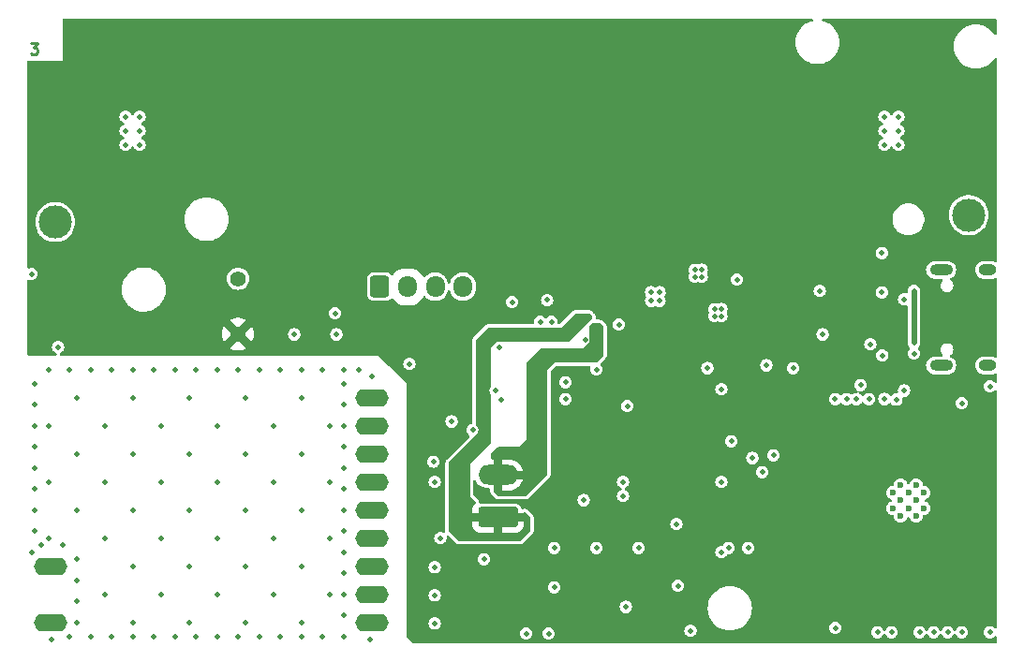
<source format=gbr>
%TF.GenerationSoftware,KiCad,Pcbnew,8.0.6-8.0.6-0~ubuntu24.04.1*%
%TF.CreationDate,2024-11-13T00:59:24+01:00*%
%TF.ProjectId,TinyTimer_V01,54696e79-5469-46d6-9572-5f5630312e6b,rev?*%
%TF.SameCoordinates,Original*%
%TF.FileFunction,Copper,L3,Inr*%
%TF.FilePolarity,Positive*%
%FSLAX46Y46*%
G04 Gerber Fmt 4.6, Leading zero omitted, Abs format (unit mm)*
G04 Created by KiCad (PCBNEW 8.0.6-8.0.6-0~ubuntu24.04.1) date 2024-11-13 00:59:24*
%MOMM*%
%LPD*%
G01*
G04 APERTURE LIST*
G04 Aperture macros list*
%AMRoundRect*
0 Rectangle with rounded corners*
0 $1 Rounding radius*
0 $2 $3 $4 $5 $6 $7 $8 $9 X,Y pos of 4 corners*
0 Add a 4 corners polygon primitive as box body*
4,1,4,$2,$3,$4,$5,$6,$7,$8,$9,$2,$3,0*
0 Add four circle primitives for the rounded corners*
1,1,$1+$1,$2,$3*
1,1,$1+$1,$4,$5*
1,1,$1+$1,$6,$7*
1,1,$1+$1,$8,$9*
0 Add four rect primitives between the rounded corners*
20,1,$1+$1,$2,$3,$4,$5,0*
20,1,$1+$1,$4,$5,$6,$7,0*
20,1,$1+$1,$6,$7,$8,$9,0*
20,1,$1+$1,$8,$9,$2,$3,0*%
G04 Aperture macros list end*
%ADD10C,0.254000*%
%TA.AperFunction,NonConductor*%
%ADD11C,0.254000*%
%TD*%
%TA.AperFunction,ComponentPad*%
%ADD12C,3.000000*%
%TD*%
%TA.AperFunction,HeatsinkPad*%
%ADD13C,0.600000*%
%TD*%
%TA.AperFunction,ComponentPad*%
%ADD14RoundRect,0.250000X1.550000X-0.650000X1.550000X0.650000X-1.550000X0.650000X-1.550000X-0.650000X0*%
%TD*%
%TA.AperFunction,ComponentPad*%
%ADD15O,3.600000X1.800000*%
%TD*%
%TA.AperFunction,ComponentPad*%
%ADD16RoundRect,0.250000X-0.600000X-0.725000X0.600000X-0.725000X0.600000X0.725000X-0.600000X0.725000X0*%
%TD*%
%TA.AperFunction,ComponentPad*%
%ADD17O,1.700000X1.950000*%
%TD*%
%TA.AperFunction,ComponentPad*%
%ADD18O,2.100000X1.000000*%
%TD*%
%TA.AperFunction,ComponentPad*%
%ADD19O,1.600000X1.000000*%
%TD*%
%TA.AperFunction,ComponentPad*%
%ADD20O,3.000000X1.600000*%
%TD*%
%TA.AperFunction,ComponentPad*%
%ADD21C,1.408000*%
%TD*%
%TA.AperFunction,ViaPad*%
%ADD22C,0.508000*%
%TD*%
%TA.AperFunction,Conductor*%
%ADD23C,0.508000*%
%TD*%
G04 APERTURE END LIST*
D10*
D11*
X931333Y54915188D02*
X1560286Y54915188D01*
X1560286Y54915188D02*
X1221619Y54528140D01*
X1221619Y54528140D02*
X1366762Y54528140D01*
X1366762Y54528140D02*
X1463524Y54479759D01*
X1463524Y54479759D02*
X1511905Y54431378D01*
X1511905Y54431378D02*
X1560286Y54334616D01*
X1560286Y54334616D02*
X1560286Y54092711D01*
X1560286Y54092711D02*
X1511905Y53995949D01*
X1511905Y53995949D02*
X1463524Y53947568D01*
X1463524Y53947568D02*
X1366762Y53899188D01*
X1366762Y53899188D02*
X1076476Y53899188D01*
X1076476Y53899188D02*
X979714Y53947568D01*
X979714Y53947568D02*
X931333Y53995949D01*
D12*
%TO.N,GND*%
%TO.C,TP20*%
X85725000Y39370000D03*
%TD*%
D13*
%TO.N,GND*%
%TO.C,U1*%
X80970000Y14965000D03*
X79570000Y14965000D03*
X81670000Y14265000D03*
X80270000Y14265000D03*
X78870000Y14265000D03*
X80970000Y13565000D03*
X79570000Y13565000D03*
X81670000Y12865000D03*
X80270000Y12865000D03*
X78870000Y12865000D03*
X80970000Y12165000D03*
X79570000Y12165000D03*
%TD*%
D14*
%TO.N,Net-(D4-K)*%
%TO.C,SW4*%
X43180000Y12065000D03*
D15*
%TO.N,VDD*%
X43180000Y15875000D03*
%TD*%
D16*
%TO.N,GND*%
%TO.C,J3*%
X32505000Y32893000D03*
D17*
%TO.N,+3V3*%
X35005000Y32893000D03*
%TO.N,SCL*%
X37505000Y32893000D03*
%TO.N,SDA*%
X40005000Y32893000D03*
%TD*%
D12*
%TO.N,GND*%
%TO.C,TP19*%
X3175000Y38735000D03*
%TD*%
D18*
%TO.N,GND*%
%TO.C,J1*%
X83230000Y25775000D03*
D19*
X87410000Y25775000D03*
D18*
X83230000Y34415000D03*
D19*
X87410000Y34415000D03*
%TD*%
D20*
%TO.N,GND*%
%TO.C,U4*%
X31750000Y22860000D03*
%TO.N,unconnected-(U4-Video-Pad2)*%
X31750000Y20320000D03*
%TO.N,unconnected-(U4-A6.5m-Pad3)*%
X31750000Y17780000D03*
%TO.N,Net-(U4-RSSI)*%
X31750000Y15240000D03*
%TO.N,+3V3*%
X31750000Y12700000D03*
%TO.N,GND*%
X31750000Y10160000D03*
%TO.N,Net-(U4-SCLK)*%
X31750000Y7620000D03*
%TO.N,Net-(U4-{slash}SS)*%
X31750000Y5080000D03*
%TO.N,Net-(U4-MOSI)*%
X31750000Y2540000D03*
%TO.N,GND*%
X2750000Y7620000D03*
X2750000Y2540000D03*
%TD*%
D21*
%TO.N,Net-(Q3-D)*%
%TO.C,LS1*%
X19685000Y33615000D03*
%TO.N,+3V3*%
X19685000Y28615000D03*
%TD*%
D22*
%TO.N,+3V3*%
X43371000Y5905000D03*
X57785000Y9271000D03*
X53975000Y9271000D03*
X35179000Y27432000D03*
X63246000Y27686000D03*
X65532000Y14351000D03*
X38100000Y24892000D03*
X36449000Y13208000D03*
X40005000Y24892000D03*
X59690000Y8890000D03*
X50165000Y9271000D03*
X63246000Y28448000D03*
X83058000Y23495000D03*
X37211000Y13208000D03*
X11303000Y28067000D03*
X47371000Y11303000D03*
%TO.N,GND*%
X47625000Y31687000D03*
X1905000Y9525000D03*
X12700000Y20320000D03*
X29210000Y20320000D03*
X5080000Y2540000D03*
X21590000Y1270000D03*
X27305000Y1270000D03*
X72263000Y32512000D03*
X10160000Y1270000D03*
X46990000Y29718000D03*
X29210000Y16510000D03*
X6350000Y25400000D03*
X43307000Y27432000D03*
X59309000Y11430000D03*
X4445000Y1270000D03*
X5080000Y6350000D03*
X3810000Y9525000D03*
X2540000Y25400000D03*
X17780000Y1270000D03*
X7620000Y10160000D03*
X54864000Y22098000D03*
X27940000Y20320000D03*
X17780000Y20320000D03*
X15240000Y7620000D03*
X61595000Y33782000D03*
X37338000Y17078000D03*
X10160000Y2540000D03*
X29210000Y22225000D03*
X25400000Y25400000D03*
X15875000Y1270000D03*
X1270000Y22225000D03*
X12700000Y5080000D03*
X37973000Y10160000D03*
X8255000Y1270000D03*
X25400000Y2540000D03*
X23495000Y25400000D03*
X10160000Y25400000D03*
X87630000Y23876000D03*
X1270000Y16510000D03*
X12700000Y10160000D03*
X25400000Y1270000D03*
X1270000Y12700000D03*
X15240000Y12700000D03*
X15240000Y17780000D03*
X25400000Y22860000D03*
X27305000Y25400000D03*
X62103000Y25527000D03*
X15240000Y2540000D03*
X20320000Y22860000D03*
X54102000Y29464000D03*
X20320000Y12700000D03*
X25400000Y12700000D03*
X13970000Y1270000D03*
X60960000Y34417000D03*
X61595000Y34417000D03*
X52070000Y9271000D03*
X7620000Y5080000D03*
X22860000Y10160000D03*
X17780000Y25400000D03*
X21590000Y25400000D03*
X2540000Y20320000D03*
X10160000Y22860000D03*
X29210000Y6985000D03*
X76835000Y27686000D03*
X23495000Y1270000D03*
X1016000Y8890000D03*
X13970000Y25400000D03*
X29210000Y25400000D03*
X48260000Y9271000D03*
X43497000Y22670000D03*
X49276000Y22733000D03*
X47752000Y1524000D03*
X19685000Y25400000D03*
X12700000Y15240000D03*
X22860000Y15240000D03*
X29210000Y24130000D03*
X60960000Y33782000D03*
X45720000Y1524000D03*
X20320000Y7620000D03*
X63373000Y23622000D03*
X2794000Y1016000D03*
X8255000Y25400000D03*
X31750000Y24765000D03*
X15875000Y25400000D03*
X29210000Y10795000D03*
X17780000Y15240000D03*
X22860000Y20320000D03*
X64262000Y18923000D03*
X72517000Y28575000D03*
X29210000Y3175000D03*
X20320000Y17780000D03*
X50927000Y13589000D03*
X27940000Y15240000D03*
X77870000Y35943000D03*
X5080000Y17780000D03*
X5080000Y8255000D03*
X87630000Y1651000D03*
X12065000Y25400000D03*
X64770000Y33528000D03*
X10160000Y7620000D03*
X19685000Y1270000D03*
X10160000Y12700000D03*
X4445000Y25400000D03*
X79883000Y23495000D03*
X20320000Y2540000D03*
X1270000Y20320000D03*
X63373000Y15240000D03*
X31623000Y1016000D03*
X25400000Y7620000D03*
X22860000Y5080000D03*
X6350000Y1270000D03*
X52070000Y25400000D03*
X68072000Y17653000D03*
X1016000Y34035000D03*
X27940000Y10160000D03*
X2540000Y10160000D03*
X5080000Y12700000D03*
X29210000Y5080000D03*
X2540000Y15240000D03*
X29210000Y1270000D03*
X1270000Y14605000D03*
X77870000Y32387000D03*
X35179000Y25908000D03*
X29210000Y8890000D03*
X7620000Y15240000D03*
X10160000Y17780000D03*
X15240000Y22860000D03*
X7620000Y20320000D03*
X1270000Y10795000D03*
X80772000Y26837000D03*
X5080000Y22860000D03*
X55880000Y9271000D03*
X75946000Y24009000D03*
X29210000Y14605000D03*
X12065000Y1270000D03*
X17780000Y5080000D03*
X29210000Y18415000D03*
X44450000Y31496000D03*
X25400000Y17780000D03*
X28448000Y30480000D03*
X29210000Y12700000D03*
X1270000Y24130000D03*
X1270000Y18415000D03*
X5080000Y4445000D03*
X27940000Y5080000D03*
X17780000Y10160000D03*
X30607000Y25400000D03*
%TO.N,{slash}RESET*%
X85090000Y22352000D03*
X67056000Y16129000D03*
X59436000Y5842000D03*
X48260000Y5715000D03*
%TO.N,BOOT0*%
X54737000Y3937000D03*
%TO.N,USER_BUTTON*%
X78105000Y22733000D03*
X66167000Y17399000D03*
%TO.N,VBUS*%
X80772000Y32514000D03*
X80772000Y27815000D03*
%TO.N,VDD*%
X51054000Y28080000D03*
X49276000Y24257000D03*
X52451000Y29210000D03*
X51689000Y29210000D03*
%TO.N,+BATT*%
X78105000Y46990000D03*
X79375000Y46990000D03*
X78105000Y48260000D03*
X63373000Y30861000D03*
X62738000Y30861000D03*
X78105000Y45720000D03*
X79375000Y45720000D03*
X62738000Y30226000D03*
X63373000Y30226000D03*
X79375000Y48260000D03*
%TO.N,Net-(Q4-D)*%
X57785000Y32385000D03*
X9525000Y46990000D03*
X57785000Y31623000D03*
X10795000Y48260000D03*
X9525000Y45720000D03*
X9525000Y48260000D03*
X10795000Y45720000D03*
X10795000Y46990000D03*
X57023000Y32385000D03*
X57023000Y31623000D03*
%TO.N,Net-(D8-K)*%
X42926000Y23495000D03*
X67437000Y25781000D03*
%TO.N,Net-(J1-CC2)*%
X79883000Y31750000D03*
X77915000Y26670000D03*
%TO.N,RTS*%
X54483000Y13970000D03*
%TO.N,DTR*%
X54483000Y15240000D03*
%TO.N,RXD0*%
X64008000Y9271000D03*
X82550000Y1651000D03*
%TO.N,TXD0*%
X65786000Y9271000D03*
X83820000Y1651000D03*
%TO.N,USER_LED*%
X81280000Y1651000D03*
X41910000Y8255000D03*
%TO.N,SCLK*%
X60579000Y1778000D03*
X37465000Y7523000D03*
%TO.N,{slash}SS*%
X37465000Y4983000D03*
X85090000Y1651000D03*
%TO.N,MOSI*%
X37465000Y2443000D03*
X78740000Y1651000D03*
%TO.N,RSSI*%
X37465000Y15240000D03*
X76708000Y22733000D03*
%TO.N,BATT_ADC*%
X79184500Y22669500D03*
X69850000Y25527000D03*
%TO.N,Net-(Q3-G)*%
X24765000Y28575000D03*
%TO.N,BUZZ_CTRL*%
X73640000Y22733000D03*
X28575000Y28575000D03*
%TO.N,LED_CTRL*%
X3429000Y27431000D03*
X77470000Y1651000D03*
%TO.N,SCL*%
X74676000Y22733000D03*
X38989000Y20701000D03*
%TO.N,SDA*%
X75565000Y22733000D03*
X40894000Y19939000D03*
%TO.N,Net-(U1-IO16)*%
X63373000Y8890000D03*
X73660000Y2032000D03*
%TO.N,{slash}EN_3V3*%
X48006000Y29718000D03*
%TO.N,Net-(D4-K)*%
X51054000Y30099000D03*
X50419000Y30099000D03*
%TD*%
D23*
%TO.N,VBUS*%
X80772000Y27815000D02*
X80772000Y32514000D01*
%TD*%
%TA.AperFunction,Conductor*%
%TO.N,VDD*%
G36*
X52466931Y29570998D02*
G01*
X52487905Y29554095D01*
X52668095Y29373905D01*
X52702121Y29311593D01*
X52705000Y29284810D01*
X52705000Y26722190D01*
X52684998Y26654069D01*
X52668095Y26633095D01*
X52106905Y26071905D01*
X52044593Y26037879D01*
X52017810Y26035000D01*
X48259998Y26035000D01*
X47625000Y25400002D01*
X47625000Y15927190D01*
X47604998Y15859069D01*
X47588095Y15838095D01*
X45756905Y14006905D01*
X45694593Y13972879D01*
X45667810Y13970000D01*
X43232190Y13970000D01*
X43164069Y13990002D01*
X43143095Y14006905D01*
X42830095Y14319905D01*
X42796069Y14382217D01*
X42799000Y14423197D01*
X42799000Y15411069D01*
X42877412Y15350901D01*
X43023369Y15290444D01*
X43140677Y15275000D01*
X43219323Y15275000D01*
X43336631Y15290444D01*
X43482588Y15350901D01*
X43561000Y15411069D01*
X43561000Y14467000D01*
X44139805Y14467000D01*
X44139827Y14467001D01*
X44318809Y14482235D01*
X44318822Y14482237D01*
X44550750Y14542626D01*
X44769155Y14641352D01*
X44769157Y14641353D01*
X44967730Y14775565D01*
X44967731Y14775566D01*
X45140770Y14941409D01*
X45283287Y15134106D01*
X45391192Y15348125D01*
X45391195Y15348131D01*
X45435866Y15494000D01*
X43643932Y15494000D01*
X43704099Y15572411D01*
X43764556Y15718369D01*
X43785177Y15875000D01*
X43764556Y16031631D01*
X43704099Y16177588D01*
X43643932Y16256000D01*
X45438216Y16256000D01*
X45431149Y16288790D01*
X45341785Y16511178D01*
X45216117Y16715275D01*
X45057776Y16895187D01*
X44871295Y17045759D01*
X44662052Y17162650D01*
X44436075Y17242494D01*
X44199834Y17283000D01*
X43561000Y17283000D01*
X43561000Y16338932D01*
X43482588Y16399099D01*
X43336631Y16459556D01*
X43219323Y16475000D01*
X43140677Y16475000D01*
X43023369Y16459556D01*
X42877412Y16399099D01*
X42799000Y16338932D01*
X42799000Y17283000D01*
X42671000Y17283000D01*
X42602879Y17303002D01*
X42556386Y17356658D01*
X42545000Y17409000D01*
X42545000Y17727810D01*
X42565002Y17795931D01*
X42581905Y17816905D01*
X43143095Y18378095D01*
X43205407Y18412121D01*
X43232190Y18415000D01*
X45085000Y18415000D01*
X45720000Y19050000D01*
X45720000Y25982810D01*
X45740002Y26050931D01*
X45756905Y26071905D01*
X46953095Y27268095D01*
X47015407Y27302121D01*
X47042190Y27305000D01*
X50800000Y27305000D01*
X51435000Y27940000D01*
X51435000Y29284810D01*
X51455002Y29352931D01*
X51471905Y29373905D01*
X51652095Y29554095D01*
X51714407Y29588121D01*
X51741190Y29591000D01*
X52398810Y29591000D01*
X52466931Y29570998D01*
G37*
%TD.AperFunction*%
%TD*%
%TA.AperFunction,Conductor*%
%TO.N,Net-(D4-K)*%
G36*
X51450931Y30459998D02*
G01*
X51471905Y30443095D01*
X51652095Y30262905D01*
X51686121Y30200593D01*
X51689000Y30173810D01*
X51689000Y30024190D01*
X51668998Y29956069D01*
X51652095Y29935095D01*
X49693905Y27976905D01*
X49631593Y27942879D01*
X49604810Y27940000D01*
X43392599Y27940000D01*
X43385610Y27940500D01*
X43380111Y27940500D01*
X43233889Y27940500D01*
X43228390Y27940500D01*
X43221401Y27940000D01*
X43052998Y27940000D01*
X42545000Y27432002D01*
X42545000Y23878799D01*
X42524998Y23810678D01*
X42514226Y23796288D01*
X42493824Y23772743D01*
X42433081Y23639734D01*
X42433079Y23639728D01*
X42412271Y23495004D01*
X42412271Y23494997D01*
X42433079Y23350273D01*
X42433081Y23350266D01*
X42493824Y23217257D01*
X42514223Y23193715D01*
X42543717Y23129136D01*
X42545000Y23111202D01*
X42545000Y18848191D01*
X42524998Y18780070D01*
X42508095Y18759096D01*
X40640000Y16891002D01*
X40640000Y16891000D01*
X40640000Y13970000D01*
X41137418Y13472582D01*
X41171442Y13410271D01*
X41166378Y13339456D01*
X41137418Y13294393D01*
X41031365Y13188340D01*
X40938342Y13037526D01*
X40882606Y12869322D01*
X40882605Y12869319D01*
X40872000Y12765517D01*
X40872000Y12446000D01*
X42716068Y12446000D01*
X42655901Y12367589D01*
X42595444Y12221631D01*
X42574823Y12065000D01*
X42595444Y11908369D01*
X42655901Y11762412D01*
X42716068Y11684000D01*
X40872000Y11684000D01*
X40872000Y11364484D01*
X40882605Y11260682D01*
X40882606Y11260679D01*
X40938342Y11092475D01*
X41031365Y10941661D01*
X41031370Y10941655D01*
X41156654Y10816371D01*
X41156660Y10816366D01*
X41307474Y10723343D01*
X41475678Y10667607D01*
X41475681Y10667606D01*
X41579483Y10657001D01*
X41579483Y10657000D01*
X42799000Y10657000D01*
X42799000Y11601069D01*
X42877412Y11540901D01*
X43023369Y11480444D01*
X43140677Y11465000D01*
X43219323Y11465000D01*
X43336631Y11480444D01*
X43482588Y11540901D01*
X43561000Y11601069D01*
X43561000Y10657000D01*
X44780517Y10657000D01*
X44780516Y10657001D01*
X44884318Y10667606D01*
X44884321Y10667607D01*
X45052525Y10723343D01*
X45203339Y10816366D01*
X45203345Y10816371D01*
X45328629Y10941655D01*
X45328634Y10941661D01*
X45421657Y11092475D01*
X45477393Y11260679D01*
X45477394Y11260682D01*
X45487999Y11364484D01*
X45488000Y11364484D01*
X45488000Y11684000D01*
X43643932Y11684000D01*
X43704099Y11762411D01*
X43764556Y11908369D01*
X43785177Y12065000D01*
X43764556Y12221631D01*
X43704099Y12367588D01*
X43643932Y12446000D01*
X45487999Y12446000D01*
X45514904Y12472905D01*
X45577216Y12506930D01*
X45648032Y12501866D01*
X45693095Y12472905D01*
X46064095Y12101905D01*
X46098121Y12039593D01*
X46101000Y12012810D01*
X46101000Y10847190D01*
X46080998Y10779069D01*
X46064095Y10758095D01*
X45248905Y9942905D01*
X45186593Y9908879D01*
X45159810Y9906000D01*
X39676190Y9906000D01*
X39608069Y9926002D01*
X39587095Y9942905D01*
X38771905Y10758095D01*
X38737879Y10820407D01*
X38735000Y10847190D01*
X38735000Y16965810D01*
X38755002Y17033931D01*
X38771905Y17054905D01*
X41147999Y19430999D01*
X41148000Y19431000D01*
X41148000Y19431002D01*
X41150036Y19435917D01*
X41168002Y19497102D01*
X41205878Y19534978D01*
X41230421Y19550750D01*
X41326176Y19661257D01*
X41386919Y19794266D01*
X41407729Y19939000D01*
X41407729Y19939004D01*
X41386920Y20083728D01*
X41386919Y20083729D01*
X41386919Y20083734D01*
X41326176Y20216743D01*
X41230421Y20327250D01*
X41216300Y20336325D01*
X41205877Y20343024D01*
X41159385Y20396681D01*
X41148000Y20449021D01*
X41148000Y28014810D01*
X41168002Y28082931D01*
X41184905Y28103905D01*
X42254095Y29173095D01*
X42316407Y29207121D01*
X42343190Y29210000D01*
X46904401Y29210000D01*
X46911390Y29209500D01*
X46916889Y29209500D01*
X47068610Y29209500D01*
X47075599Y29210000D01*
X47920401Y29210000D01*
X47927390Y29209500D01*
X47932889Y29209500D01*
X48084610Y29209500D01*
X48091599Y29210000D01*
X48895000Y29210000D01*
X50128095Y30443095D01*
X50190407Y30477120D01*
X50217190Y30480000D01*
X51382810Y30480000D01*
X51450931Y30459998D01*
G37*
%TD.AperFunction*%
%TD*%
%TA.AperFunction,Conductor*%
%TO.N,+3V3*%
G36*
X71599414Y57130315D02*
G01*
X71645169Y57077511D01*
X71655113Y57008353D01*
X71626088Y56944797D01*
X71567310Y56907023D01*
X71558733Y56904834D01*
X71492022Y56890322D01*
X71492017Y56890321D01*
X71492016Y56890320D01*
X71428003Y56866445D01*
X71227249Y56791568D01*
X71227245Y56791566D01*
X70979241Y56656145D01*
X70979233Y56656140D01*
X70753025Y56486804D01*
X70753007Y56486788D01*
X70553212Y56286993D01*
X70553196Y56286975D01*
X70383860Y56060767D01*
X70383855Y56060759D01*
X70248434Y55812755D01*
X70248432Y55812751D01*
X70149678Y55547978D01*
X70089613Y55271867D01*
X70069454Y54990002D01*
X70069454Y54989999D01*
X70089613Y54708134D01*
X70149678Y54432023D01*
X70149680Y54432016D01*
X70210993Y54267628D01*
X70248432Y54167250D01*
X70248434Y54167246D01*
X70383855Y53919242D01*
X70383860Y53919234D01*
X70553196Y53693026D01*
X70553212Y53693008D01*
X70753007Y53493213D01*
X70753025Y53493197D01*
X70979233Y53323861D01*
X70979241Y53323856D01*
X71227245Y53188435D01*
X71227249Y53188433D01*
X71227251Y53188432D01*
X71492016Y53089680D01*
X71630077Y53059647D01*
X71768133Y53029614D01*
X71768135Y53029614D01*
X71768139Y53029613D01*
X71979447Y53014500D01*
X72120553Y53014500D01*
X72331861Y53029613D01*
X72607984Y53089680D01*
X72872749Y53188432D01*
X73120764Y53323859D01*
X73346982Y53493203D01*
X73546797Y53693018D01*
X73716141Y53919236D01*
X73851568Y54167251D01*
X73950320Y54432016D01*
X74010387Y54708139D01*
X74030546Y54990000D01*
X74010387Y55271861D01*
X73950320Y55547984D01*
X73851568Y55812749D01*
X73791154Y55923388D01*
X73716144Y56060759D01*
X73716139Y56060767D01*
X73546803Y56286975D01*
X73546787Y56286993D01*
X73346992Y56486788D01*
X73346974Y56486804D01*
X73120766Y56656140D01*
X73120758Y56656145D01*
X72872754Y56791566D01*
X72872750Y56791568D01*
X72772372Y56829007D01*
X72607984Y56890320D01*
X72607980Y56890321D01*
X72607977Y56890322D01*
X72541267Y56904834D01*
X72479944Y56938319D01*
X72446459Y56999642D01*
X72451443Y57069334D01*
X72493315Y57125267D01*
X72558779Y57149684D01*
X72567625Y57150000D01*
X88141000Y57150000D01*
X88208039Y57130315D01*
X88253794Y57077511D01*
X88265000Y57026000D01*
X88265000Y55775964D01*
X88245315Y55708925D01*
X88192511Y55663170D01*
X88123353Y55653226D01*
X88059797Y55682251D01*
X88041733Y55701653D01*
X87958563Y55812755D01*
X87875739Y55923395D01*
X87875734Y55923400D01*
X87875729Y55923406D01*
X87673405Y56125730D01*
X87673387Y56125746D01*
X87444317Y56297225D01*
X87444309Y56297230D01*
X87193166Y56434365D01*
X87193167Y56434365D01*
X87052572Y56486804D01*
X86925046Y56534369D01*
X86925043Y56534370D01*
X86925037Y56534372D01*
X86645433Y56595196D01*
X86431450Y56610500D01*
X86431448Y56610500D01*
X86288552Y56610500D01*
X86288549Y56610500D01*
X86074566Y56595196D01*
X85794962Y56534372D01*
X85526833Y56434365D01*
X85275690Y56297230D01*
X85275682Y56297225D01*
X85046612Y56125746D01*
X85046594Y56125730D01*
X84844270Y55923406D01*
X84844254Y55923388D01*
X84672775Y55694318D01*
X84672770Y55694310D01*
X84535635Y55443167D01*
X84435628Y55175038D01*
X84374804Y54895434D01*
X84354390Y54610002D01*
X84354390Y54609999D01*
X84374804Y54324567D01*
X84435628Y54044963D01*
X84435630Y54044957D01*
X84435631Y54044954D01*
X84535633Y53776839D01*
X84535635Y53776834D01*
X84672770Y53525691D01*
X84672775Y53525683D01*
X84844254Y53296613D01*
X84844270Y53296595D01*
X85046594Y53094271D01*
X85046612Y53094255D01*
X85275682Y52922776D01*
X85275690Y52922771D01*
X85526833Y52785636D01*
X85526832Y52785636D01*
X85526836Y52785635D01*
X85526839Y52785633D01*
X85794954Y52685631D01*
X85794960Y52685630D01*
X85794962Y52685629D01*
X86074566Y52624805D01*
X86074568Y52624805D01*
X86074572Y52624804D01*
X86288552Y52609500D01*
X86431448Y52609500D01*
X86645428Y52624804D01*
X86925046Y52685631D01*
X87193161Y52785633D01*
X87444315Y52922774D01*
X87673395Y53094261D01*
X87875739Y53296605D01*
X87999770Y53462291D01*
X88041733Y53518347D01*
X88097666Y53560219D01*
X88167358Y53565203D01*
X88228681Y53531718D01*
X88262166Y53470395D01*
X88265000Y53444037D01*
X88265000Y35241711D01*
X88245315Y35174672D01*
X88192511Y35128917D01*
X88123353Y35118973D01*
X88075031Y35136715D01*
X88061620Y35145141D01*
X88061619Y35145142D01*
X88061618Y35145142D01*
X87977226Y35174672D01*
X87890329Y35205079D01*
X87890324Y35205080D01*
X87755235Y35220300D01*
X87755229Y35220300D01*
X87064771Y35220300D01*
X87064764Y35220300D01*
X86929675Y35205080D01*
X86929670Y35205079D01*
X86758377Y35145141D01*
X86758374Y35145139D01*
X86604731Y35048598D01*
X86604725Y35048593D01*
X86476407Y34920275D01*
X86476402Y34920269D01*
X86379861Y34766626D01*
X86379859Y34766623D01*
X86319921Y34595330D01*
X86319920Y34595325D01*
X86299604Y34415004D01*
X86299604Y34414997D01*
X86319920Y34234676D01*
X86319921Y34234671D01*
X86379859Y34063378D01*
X86379861Y34063375D01*
X86476402Y33909732D01*
X86476407Y33909726D01*
X86604725Y33781408D01*
X86604731Y33781403D01*
X86758374Y33684862D01*
X86758377Y33684860D01*
X86758381Y33684859D01*
X86758382Y33684858D01*
X86898025Y33635995D01*
X86929670Y33624922D01*
X86929675Y33624921D01*
X87017731Y33615000D01*
X87064765Y33609701D01*
X87064768Y33609700D01*
X87064771Y33609700D01*
X87755232Y33609700D01*
X87755233Y33609701D01*
X87822779Y33617311D01*
X87890324Y33624921D01*
X87890327Y33624922D01*
X87890330Y33624922D01*
X88061618Y33684858D01*
X88064211Y33686488D01*
X88075027Y33693283D01*
X88142264Y33712284D01*
X88209099Y33691917D01*
X88254313Y33638649D01*
X88265000Y33588290D01*
X88265000Y26601711D01*
X88245315Y26534672D01*
X88192511Y26488917D01*
X88123353Y26478973D01*
X88075031Y26496715D01*
X88061620Y26505141D01*
X88061619Y26505142D01*
X88061618Y26505142D01*
X87977226Y26534672D01*
X87890329Y26565079D01*
X87890324Y26565080D01*
X87755235Y26580300D01*
X87755229Y26580300D01*
X87064771Y26580300D01*
X87064764Y26580300D01*
X86929675Y26565080D01*
X86929670Y26565079D01*
X86758377Y26505141D01*
X86758374Y26505139D01*
X86604731Y26408598D01*
X86604725Y26408593D01*
X86476407Y26280275D01*
X86476402Y26280269D01*
X86379861Y26126626D01*
X86379859Y26126623D01*
X86319921Y25955330D01*
X86319920Y25955325D01*
X86299604Y25775004D01*
X86299604Y25774997D01*
X86319920Y25594676D01*
X86319921Y25594671D01*
X86379859Y25423378D01*
X86379861Y25423375D01*
X86476402Y25269732D01*
X86476407Y25269726D01*
X86604725Y25141408D01*
X86604731Y25141403D01*
X86758374Y25044862D01*
X86758377Y25044860D01*
X86758381Y25044859D01*
X86758382Y25044858D01*
X86883424Y25001104D01*
X86929670Y24984922D01*
X86929675Y24984921D01*
X87020710Y24974665D01*
X87064765Y24969701D01*
X87064768Y24969700D01*
X87064771Y24969700D01*
X87755232Y24969700D01*
X87755233Y24969701D01*
X87822779Y24977311D01*
X87890324Y24984921D01*
X87890327Y24984922D01*
X87890330Y24984922D01*
X88061618Y25044858D01*
X88065127Y25047063D01*
X88075027Y25053283D01*
X88142264Y25072284D01*
X88209099Y25051917D01*
X88254313Y24998649D01*
X88265000Y24948290D01*
X88265000Y24332494D01*
X88245315Y24265455D01*
X88192511Y24219700D01*
X88123353Y24209756D01*
X88059797Y24238781D01*
X88042625Y24257006D01*
X88036142Y24265455D01*
X88028897Y24274897D01*
X87912063Y24364547D01*
X87912059Y24364549D01*
X87776007Y24420904D01*
X87776005Y24420905D01*
X87630001Y24440126D01*
X87629999Y24440126D01*
X87483994Y24420905D01*
X87483992Y24420904D01*
X87347940Y24364549D01*
X87347937Y24364548D01*
X87347937Y24364547D01*
X87231103Y24274897D01*
X87181119Y24209756D01*
X87141451Y24158060D01*
X87085096Y24022008D01*
X87085095Y24022006D01*
X87065874Y23876002D01*
X87065874Y23875999D01*
X87085095Y23729995D01*
X87085096Y23729993D01*
X87134756Y23610103D01*
X87141453Y23593937D01*
X87231103Y23477103D01*
X87347937Y23387453D01*
X87483993Y23331096D01*
X87556996Y23321485D01*
X87629999Y23311874D01*
X87630000Y23311874D01*
X87630001Y23311874D01*
X87678669Y23318282D01*
X87776007Y23331096D01*
X87912063Y23387453D01*
X88028897Y23477103D01*
X88042625Y23494994D01*
X88099051Y23536196D01*
X88168797Y23540351D01*
X88229718Y23506139D01*
X88262471Y23444422D01*
X88265000Y23419507D01*
X88265000Y2107494D01*
X88245315Y2040455D01*
X88192511Y1994700D01*
X88123353Y1984756D01*
X88059797Y2013781D01*
X88042625Y2032006D01*
X88036142Y2040455D01*
X88028897Y2049897D01*
X87912063Y2139547D01*
X87912059Y2139549D01*
X87776007Y2195904D01*
X87776005Y2195905D01*
X87630001Y2215126D01*
X87629999Y2215126D01*
X87483994Y2195905D01*
X87483992Y2195904D01*
X87347940Y2139549D01*
X87347937Y2139548D01*
X87347937Y2139547D01*
X87231103Y2049897D01*
X87157866Y1954452D01*
X87141451Y1933060D01*
X87085096Y1797008D01*
X87085095Y1797006D01*
X87065874Y1651002D01*
X87065874Y1650999D01*
X87085095Y1504995D01*
X87085096Y1504993D01*
X87137241Y1379104D01*
X87141453Y1368937D01*
X87231103Y1252103D01*
X87347937Y1162453D01*
X87483993Y1106096D01*
X87556996Y1096485D01*
X87629999Y1086874D01*
X87630000Y1086874D01*
X87630001Y1086874D01*
X87678669Y1093282D01*
X87776007Y1106096D01*
X87912063Y1162453D01*
X88028897Y1252103D01*
X88042625Y1269994D01*
X88099051Y1311196D01*
X88168797Y1315351D01*
X88229718Y1281139D01*
X88262471Y1219422D01*
X88265000Y1194507D01*
X88265000Y759000D01*
X88245315Y691961D01*
X88192511Y646206D01*
X88141000Y635000D01*
X35611362Y635000D01*
X35544323Y654685D01*
X35523681Y671319D01*
X34961319Y1233681D01*
X34927834Y1295004D01*
X34925000Y1321362D01*
X34925000Y1523999D01*
X45155874Y1523999D01*
X45175095Y1377995D01*
X45175096Y1377993D01*
X45227241Y1252104D01*
X45231453Y1241937D01*
X45321103Y1125103D01*
X45437937Y1035453D01*
X45573993Y979096D01*
X45646996Y969485D01*
X45719999Y959874D01*
X45720000Y959874D01*
X45720001Y959874D01*
X45768669Y966282D01*
X45866007Y979096D01*
X46002063Y1035453D01*
X46118897Y1125103D01*
X46208547Y1241937D01*
X46264904Y1377993D01*
X46279268Y1487097D01*
X46284126Y1523999D01*
X47187874Y1523999D01*
X47207095Y1377995D01*
X47207096Y1377993D01*
X47259241Y1252104D01*
X47263453Y1241937D01*
X47353103Y1125103D01*
X47469937Y1035453D01*
X47605993Y979096D01*
X47678996Y969485D01*
X47751999Y959874D01*
X47752000Y959874D01*
X47752001Y959874D01*
X47800669Y966282D01*
X47898007Y979096D01*
X48034063Y1035453D01*
X48150897Y1125103D01*
X48240547Y1241937D01*
X48296904Y1377993D01*
X48311268Y1487097D01*
X48316126Y1523999D01*
X48316126Y1524002D01*
X48299406Y1651002D01*
X48296904Y1670007D01*
X48252172Y1777999D01*
X60014874Y1777999D01*
X60034095Y1631995D01*
X60034096Y1631993D01*
X60088631Y1500334D01*
X60090453Y1495937D01*
X60180103Y1379103D01*
X60296937Y1289453D01*
X60432993Y1233096D01*
X60505996Y1223485D01*
X60578999Y1213874D01*
X60579000Y1213874D01*
X60579001Y1213874D01*
X60627669Y1220282D01*
X60725007Y1233096D01*
X60861063Y1289453D01*
X60977897Y1379103D01*
X61067547Y1495937D01*
X61123904Y1631993D01*
X61137652Y1736418D01*
X61143126Y1777999D01*
X61143126Y1778002D01*
X61129846Y1878874D01*
X61123904Y1924007D01*
X61067547Y2060063D01*
X60977897Y2176897D01*
X60861063Y2266547D01*
X60861059Y2266549D01*
X60725007Y2322904D01*
X60725005Y2322905D01*
X60579001Y2342126D01*
X60578999Y2342126D01*
X60432994Y2322905D01*
X60432992Y2322904D01*
X60296940Y2266549D01*
X60296937Y2266548D01*
X60296937Y2266547D01*
X60180103Y2176897D01*
X60104795Y2078753D01*
X60090451Y2060060D01*
X60034096Y1924008D01*
X60034095Y1924006D01*
X60014874Y1778002D01*
X60014874Y1777999D01*
X48252172Y1777999D01*
X48240547Y1806063D01*
X48150897Y1922897D01*
X48034063Y2012547D01*
X48034059Y2012549D01*
X47898007Y2068904D01*
X47898005Y2068905D01*
X47752001Y2088126D01*
X47751999Y2088126D01*
X47605994Y2068905D01*
X47605992Y2068904D01*
X47469940Y2012549D01*
X47469937Y2012548D01*
X47469937Y2012547D01*
X47353103Y1922897D01*
X47266091Y1809500D01*
X47263451Y1806060D01*
X47207096Y1670008D01*
X47207095Y1670006D01*
X47187874Y1524002D01*
X47187874Y1523999D01*
X46284126Y1523999D01*
X46284126Y1524002D01*
X46267406Y1651002D01*
X46264904Y1670007D01*
X46208547Y1806063D01*
X46118897Y1922897D01*
X46002063Y2012547D01*
X46002059Y2012549D01*
X45866007Y2068904D01*
X45866005Y2068905D01*
X45720001Y2088126D01*
X45719999Y2088126D01*
X45573994Y2068905D01*
X45573992Y2068904D01*
X45437940Y2012549D01*
X45437937Y2012548D01*
X45437937Y2012547D01*
X45321103Y1922897D01*
X45234091Y1809500D01*
X45231451Y1806060D01*
X45175096Y1670008D01*
X45175095Y1670006D01*
X45155874Y1524002D01*
X45155874Y1523999D01*
X34925000Y1523999D01*
X34925000Y2442999D01*
X36900874Y2442999D01*
X36920095Y2296995D01*
X36920096Y2296993D01*
X36969862Y2176847D01*
X36976453Y2160937D01*
X37066103Y2044103D01*
X37182937Y1954453D01*
X37318993Y1898096D01*
X37391996Y1888485D01*
X37464999Y1878874D01*
X37465000Y1878874D01*
X37465001Y1878874D01*
X37519090Y1885995D01*
X37611007Y1898096D01*
X37747063Y1954453D01*
X37863897Y2044103D01*
X37953547Y2160937D01*
X38009904Y2296993D01*
X38029126Y2443000D01*
X38009904Y2589007D01*
X37953547Y2725063D01*
X37863897Y2841897D01*
X37747063Y2931547D01*
X37747059Y2931549D01*
X37611007Y2987904D01*
X37611005Y2987905D01*
X37465001Y3007126D01*
X37464999Y3007126D01*
X37318994Y2987905D01*
X37318992Y2987904D01*
X37182940Y2931549D01*
X37182937Y2931548D01*
X37182937Y2931547D01*
X37066103Y2841897D01*
X36976931Y2725685D01*
X36976451Y2725060D01*
X36920096Y2589008D01*
X36920095Y2589006D01*
X36900874Y2443002D01*
X36900874Y2442999D01*
X34925000Y2442999D01*
X34925000Y3936999D01*
X54172874Y3936999D01*
X54192095Y3790995D01*
X54192096Y3790993D01*
X54244886Y3663547D01*
X54248453Y3654937D01*
X54338103Y3538103D01*
X54454937Y3448453D01*
X54590993Y3392096D01*
X54663996Y3382485D01*
X54736999Y3372874D01*
X54737000Y3372874D01*
X54737001Y3372874D01*
X54785669Y3379282D01*
X54883007Y3392096D01*
X55019063Y3448453D01*
X55135897Y3538103D01*
X55225547Y3654937D01*
X55281904Y3790993D01*
X55284406Y3809999D01*
X62129390Y3809999D01*
X62149804Y3524567D01*
X62210628Y3244963D01*
X62210630Y3244957D01*
X62210631Y3244954D01*
X62266500Y3095164D01*
X62310635Y2976834D01*
X62447770Y2725691D01*
X62447775Y2725683D01*
X62619254Y2496613D01*
X62619270Y2496595D01*
X62821594Y2294271D01*
X62821612Y2294255D01*
X63050682Y2122776D01*
X63050690Y2122771D01*
X63301833Y1985636D01*
X63301832Y1985636D01*
X63301836Y1985635D01*
X63301839Y1985633D01*
X63569954Y1885631D01*
X63569960Y1885630D01*
X63569962Y1885629D01*
X63849566Y1824805D01*
X63849568Y1824805D01*
X63849572Y1824804D01*
X64063552Y1809500D01*
X64206448Y1809500D01*
X64420428Y1824804D01*
X64668985Y1878874D01*
X64700037Y1885629D01*
X64700037Y1885630D01*
X64700046Y1885631D01*
X64968161Y1985633D01*
X65053074Y2031999D01*
X73095874Y2031999D01*
X73115095Y1885995D01*
X73115096Y1885993D01*
X73167886Y1758547D01*
X73171453Y1749937D01*
X73261103Y1633103D01*
X73377937Y1543453D01*
X73513993Y1487096D01*
X73586996Y1477485D01*
X73659999Y1467874D01*
X73660000Y1467874D01*
X73660001Y1467874D01*
X73711454Y1474648D01*
X73806007Y1487096D01*
X73942063Y1543453D01*
X74058897Y1633103D01*
X74072629Y1650999D01*
X76905874Y1650999D01*
X76925095Y1504995D01*
X76925096Y1504993D01*
X76977241Y1379104D01*
X76981453Y1368937D01*
X77071103Y1252103D01*
X77187937Y1162453D01*
X77323993Y1106096D01*
X77396996Y1096485D01*
X77469999Y1086874D01*
X77470000Y1086874D01*
X77470001Y1086874D01*
X77518669Y1093282D01*
X77616007Y1106096D01*
X77752063Y1162453D01*
X77868897Y1252103D01*
X77958547Y1368937D01*
X77990439Y1445930D01*
X78034280Y1500334D01*
X78100574Y1522399D01*
X78168273Y1505120D01*
X78215884Y1453983D01*
X78219561Y1445930D01*
X78251450Y1368942D01*
X78251450Y1368941D01*
X78251452Y1368938D01*
X78251453Y1368937D01*
X78341103Y1252103D01*
X78457937Y1162453D01*
X78593993Y1106096D01*
X78666996Y1096485D01*
X78739999Y1086874D01*
X78740000Y1086874D01*
X78740001Y1086874D01*
X78788669Y1093282D01*
X78886007Y1106096D01*
X79022063Y1162453D01*
X79138897Y1252103D01*
X79228547Y1368937D01*
X79284904Y1504993D01*
X79304126Y1650999D01*
X80715874Y1650999D01*
X80735095Y1504995D01*
X80735096Y1504993D01*
X80787241Y1379104D01*
X80791453Y1368937D01*
X80881103Y1252103D01*
X80997937Y1162453D01*
X81133993Y1106096D01*
X81206996Y1096485D01*
X81279999Y1086874D01*
X81280000Y1086874D01*
X81280001Y1086874D01*
X81328669Y1093282D01*
X81426007Y1106096D01*
X81562063Y1162453D01*
X81678897Y1252103D01*
X81768547Y1368937D01*
X81800439Y1445930D01*
X81844280Y1500334D01*
X81910574Y1522399D01*
X81978273Y1505120D01*
X82025884Y1453983D01*
X82029561Y1445930D01*
X82061450Y1368942D01*
X82061450Y1368941D01*
X82061452Y1368938D01*
X82061453Y1368937D01*
X82151103Y1252103D01*
X82267937Y1162453D01*
X82403993Y1106096D01*
X82476996Y1096485D01*
X82549999Y1086874D01*
X82550000Y1086874D01*
X82550001Y1086874D01*
X82598669Y1093282D01*
X82696007Y1106096D01*
X82832063Y1162453D01*
X82948897Y1252103D01*
X83038547Y1368937D01*
X83070439Y1445930D01*
X83114280Y1500334D01*
X83180574Y1522399D01*
X83248273Y1505120D01*
X83295884Y1453983D01*
X83299561Y1445930D01*
X83331450Y1368942D01*
X83331450Y1368941D01*
X83331452Y1368938D01*
X83331453Y1368937D01*
X83421103Y1252103D01*
X83537937Y1162453D01*
X83673993Y1106096D01*
X83746996Y1096485D01*
X83819999Y1086874D01*
X83820000Y1086874D01*
X83820001Y1086874D01*
X83868669Y1093282D01*
X83966007Y1106096D01*
X84102063Y1162453D01*
X84218897Y1252103D01*
X84308547Y1368937D01*
X84340439Y1445930D01*
X84384280Y1500334D01*
X84450574Y1522399D01*
X84518273Y1505120D01*
X84565884Y1453983D01*
X84569561Y1445930D01*
X84601450Y1368942D01*
X84601450Y1368941D01*
X84601452Y1368938D01*
X84601453Y1368937D01*
X84691103Y1252103D01*
X84807937Y1162453D01*
X84943993Y1106096D01*
X85016996Y1096485D01*
X85089999Y1086874D01*
X85090000Y1086874D01*
X85090001Y1086874D01*
X85138669Y1093282D01*
X85236007Y1106096D01*
X85372063Y1162453D01*
X85488897Y1252103D01*
X85578547Y1368937D01*
X85634904Y1504993D01*
X85654126Y1651000D01*
X85634904Y1797007D01*
X85578547Y1933063D01*
X85488897Y2049897D01*
X85372063Y2139547D01*
X85372059Y2139549D01*
X85236007Y2195904D01*
X85236005Y2195905D01*
X85090001Y2215126D01*
X85089999Y2215126D01*
X84943994Y2195905D01*
X84943992Y2195904D01*
X84807940Y2139549D01*
X84807937Y2139548D01*
X84807937Y2139547D01*
X84691103Y2049897D01*
X84617866Y1954452D01*
X84601451Y1933060D01*
X84569561Y1856070D01*
X84525720Y1801667D01*
X84459426Y1779602D01*
X84391726Y1796881D01*
X84344116Y1848019D01*
X84340439Y1856070D01*
X84323031Y1898096D01*
X84308547Y1933063D01*
X84218897Y2049897D01*
X84102063Y2139547D01*
X84102059Y2139549D01*
X83966007Y2195904D01*
X83966005Y2195905D01*
X83820001Y2215126D01*
X83819999Y2215126D01*
X83673994Y2195905D01*
X83673992Y2195904D01*
X83537940Y2139549D01*
X83537937Y2139548D01*
X83537937Y2139547D01*
X83421103Y2049897D01*
X83347866Y1954452D01*
X83331451Y1933060D01*
X83299561Y1856070D01*
X83255720Y1801667D01*
X83189426Y1779602D01*
X83121726Y1796881D01*
X83074116Y1848019D01*
X83070439Y1856070D01*
X83053031Y1898096D01*
X83038547Y1933063D01*
X82948897Y2049897D01*
X82832063Y2139547D01*
X82832059Y2139549D01*
X82696007Y2195904D01*
X82696005Y2195905D01*
X82550001Y2215126D01*
X82549999Y2215126D01*
X82403994Y2195905D01*
X82403992Y2195904D01*
X82267940Y2139549D01*
X82267937Y2139548D01*
X82267937Y2139547D01*
X82151103Y2049897D01*
X82077866Y1954452D01*
X82061451Y1933060D01*
X82029561Y1856070D01*
X81985720Y1801667D01*
X81919426Y1779602D01*
X81851726Y1796881D01*
X81804116Y1848019D01*
X81800439Y1856070D01*
X81783031Y1898096D01*
X81768547Y1933063D01*
X81678897Y2049897D01*
X81562063Y2139547D01*
X81562059Y2139549D01*
X81426007Y2195904D01*
X81426005Y2195905D01*
X81280001Y2215126D01*
X81279999Y2215126D01*
X81133994Y2195905D01*
X81133992Y2195904D01*
X80997940Y2139549D01*
X80997937Y2139548D01*
X80997937Y2139547D01*
X80881103Y2049897D01*
X80807866Y1954452D01*
X80791451Y1933060D01*
X80735096Y1797008D01*
X80735095Y1797006D01*
X80715874Y1651002D01*
X80715874Y1650999D01*
X79304126Y1650999D01*
X79304126Y1651000D01*
X79284904Y1797007D01*
X79228547Y1933063D01*
X79138897Y2049897D01*
X79022063Y2139547D01*
X79022059Y2139549D01*
X78886007Y2195904D01*
X78886005Y2195905D01*
X78740001Y2215126D01*
X78739999Y2215126D01*
X78593994Y2195905D01*
X78593992Y2195904D01*
X78457940Y2139549D01*
X78457937Y2139548D01*
X78457937Y2139547D01*
X78341103Y2049897D01*
X78267866Y1954452D01*
X78251451Y1933060D01*
X78219561Y1856070D01*
X78175720Y1801667D01*
X78109426Y1779602D01*
X78041726Y1796881D01*
X77994116Y1848019D01*
X77990439Y1856070D01*
X77973031Y1898096D01*
X77958547Y1933063D01*
X77868897Y2049897D01*
X77752063Y2139547D01*
X77752059Y2139549D01*
X77616007Y2195904D01*
X77616005Y2195905D01*
X77470001Y2215126D01*
X77469999Y2215126D01*
X77323994Y2195905D01*
X77323992Y2195904D01*
X77187940Y2139549D01*
X77187937Y2139548D01*
X77187937Y2139547D01*
X77071103Y2049897D01*
X76997866Y1954452D01*
X76981451Y1933060D01*
X76925096Y1797008D01*
X76925095Y1797006D01*
X76905874Y1651002D01*
X76905874Y1650999D01*
X74072629Y1650999D01*
X74148547Y1749937D01*
X74204904Y1885993D01*
X74221565Y2012549D01*
X74224126Y2031999D01*
X74224126Y2032002D01*
X74204904Y2178006D01*
X74204904Y2178007D01*
X74148547Y2314063D01*
X74058897Y2430897D01*
X73942063Y2520547D01*
X73942059Y2520549D01*
X73806007Y2576904D01*
X73806005Y2576905D01*
X73660001Y2596126D01*
X73659999Y2596126D01*
X73513994Y2576905D01*
X73513992Y2576904D01*
X73377940Y2520549D01*
X73377937Y2520548D01*
X73377937Y2520547D01*
X73346722Y2496595D01*
X73261103Y2430897D01*
X73171451Y2314060D01*
X73115096Y2178008D01*
X73115095Y2178006D01*
X73095874Y2032002D01*
X73095874Y2031999D01*
X65053074Y2031999D01*
X65219315Y2122774D01*
X65448395Y2294261D01*
X65650739Y2496605D01*
X65822226Y2725685D01*
X65959367Y2976839D01*
X66059369Y3244954D01*
X66120196Y3524572D01*
X66140610Y3810000D01*
X66120196Y4095428D01*
X66109209Y4145933D01*
X66059371Y4375038D01*
X66059370Y4375040D01*
X66059369Y4375046D01*
X65959367Y4643161D01*
X65919131Y4716847D01*
X65822229Y4894310D01*
X65822224Y4894318D01*
X65650745Y5123388D01*
X65650729Y5123406D01*
X65448405Y5325730D01*
X65448387Y5325746D01*
X65219317Y5497225D01*
X65219309Y5497230D01*
X64968166Y5634365D01*
X64968167Y5634365D01*
X64860915Y5674368D01*
X64700046Y5734369D01*
X64700043Y5734370D01*
X64700037Y5734372D01*
X64420433Y5795196D01*
X64206450Y5810500D01*
X64206448Y5810500D01*
X64063552Y5810500D01*
X64063549Y5810500D01*
X63849566Y5795196D01*
X63569962Y5734372D01*
X63301833Y5634365D01*
X63050690Y5497230D01*
X63050682Y5497225D01*
X62821612Y5325746D01*
X62821594Y5325730D01*
X62619270Y5123406D01*
X62619254Y5123388D01*
X62447775Y4894318D01*
X62447770Y4894310D01*
X62310635Y4643167D01*
X62210628Y4375038D01*
X62149804Y4095434D01*
X62129390Y3810002D01*
X62129390Y3809999D01*
X55284406Y3809999D01*
X55301126Y3937000D01*
X55281904Y4083007D01*
X55225547Y4219063D01*
X55135897Y4335897D01*
X55019063Y4425547D01*
X55019059Y4425549D01*
X54883007Y4481904D01*
X54883005Y4481905D01*
X54737001Y4501126D01*
X54736999Y4501126D01*
X54590994Y4481905D01*
X54590992Y4481904D01*
X54454940Y4425549D01*
X54454937Y4425548D01*
X54454937Y4425547D01*
X54360249Y4352890D01*
X54338103Y4335897D01*
X54248451Y4219060D01*
X54192096Y4083008D01*
X54192095Y4083006D01*
X54172874Y3937002D01*
X54172874Y3936999D01*
X34925000Y3936999D01*
X34925000Y4982999D01*
X36900874Y4982999D01*
X36920095Y4836995D01*
X36920096Y4836993D01*
X36969862Y4716847D01*
X36976453Y4700937D01*
X37066103Y4584103D01*
X37182937Y4494453D01*
X37318993Y4438096D01*
X37391996Y4428485D01*
X37464999Y4418874D01*
X37465000Y4418874D01*
X37465001Y4418874D01*
X37515702Y4425549D01*
X37611007Y4438096D01*
X37747063Y4494453D01*
X37863897Y4584103D01*
X37953547Y4700937D01*
X38009904Y4836993D01*
X38029126Y4983000D01*
X38025686Y5009126D01*
X38009904Y5129006D01*
X38009904Y5129007D01*
X37953547Y5265063D01*
X37863897Y5381897D01*
X37747063Y5471547D01*
X37747059Y5471549D01*
X37611007Y5527904D01*
X37611005Y5527905D01*
X37465001Y5547126D01*
X37464999Y5547126D01*
X37318994Y5527905D01*
X37318992Y5527904D01*
X37182940Y5471549D01*
X37182937Y5471548D01*
X37182937Y5471547D01*
X37066103Y5381897D01*
X36986284Y5277874D01*
X36976451Y5265060D01*
X36920096Y5129008D01*
X36920095Y5129006D01*
X36900874Y4983002D01*
X36900874Y4982999D01*
X34925000Y4982999D01*
X34925000Y5714999D01*
X47695874Y5714999D01*
X47715095Y5568995D01*
X47715096Y5568993D01*
X47767241Y5443104D01*
X47771453Y5432937D01*
X47861103Y5316103D01*
X47977937Y5226453D01*
X48113993Y5170096D01*
X48186996Y5160485D01*
X48259999Y5150874D01*
X48260000Y5150874D01*
X48260001Y5150874D01*
X48308669Y5157282D01*
X48406007Y5170096D01*
X48542063Y5226453D01*
X48658897Y5316103D01*
X48748547Y5432937D01*
X48804904Y5568993D01*
X48824126Y5715000D01*
X48807406Y5841999D01*
X58871874Y5841999D01*
X58891095Y5695995D01*
X58891096Y5695993D01*
X58943886Y5568547D01*
X58947453Y5559937D01*
X59037103Y5443103D01*
X59153937Y5353453D01*
X59289993Y5297096D01*
X59362996Y5287485D01*
X59435999Y5277874D01*
X59436000Y5277874D01*
X59436001Y5277874D01*
X59484669Y5284282D01*
X59582007Y5297096D01*
X59718063Y5353453D01*
X59834897Y5443103D01*
X59924547Y5559937D01*
X59980904Y5695993D01*
X60000126Y5842000D01*
X59980904Y5988007D01*
X59924547Y6124063D01*
X59834897Y6240897D01*
X59718063Y6330547D01*
X59718059Y6330549D01*
X59582007Y6386904D01*
X59582005Y6386905D01*
X59436001Y6406126D01*
X59435999Y6406126D01*
X59289994Y6386905D01*
X59289992Y6386904D01*
X59153940Y6330549D01*
X59037103Y6240897D01*
X58947451Y6124060D01*
X58891096Y5988008D01*
X58891095Y5988006D01*
X58871874Y5842002D01*
X58871874Y5841999D01*
X48807406Y5841999D01*
X48804904Y5861007D01*
X48748547Y5997063D01*
X48658897Y6113897D01*
X48542063Y6203547D01*
X48542059Y6203549D01*
X48406007Y6259904D01*
X48406005Y6259905D01*
X48260001Y6279126D01*
X48259999Y6279126D01*
X48113994Y6259905D01*
X48113992Y6259904D01*
X47977940Y6203549D01*
X47861103Y6113897D01*
X47771451Y5997060D01*
X47715096Y5861008D01*
X47715095Y5861006D01*
X47695874Y5715002D01*
X47695874Y5714999D01*
X34925000Y5714999D01*
X34925000Y7522999D01*
X36900874Y7522999D01*
X36920095Y7376995D01*
X36920096Y7376993D01*
X36969862Y7256847D01*
X36976453Y7240937D01*
X37066103Y7124103D01*
X37182937Y7034453D01*
X37318993Y6978096D01*
X37391996Y6968485D01*
X37464999Y6958874D01*
X37465000Y6958874D01*
X37465001Y6958874D01*
X37513669Y6965282D01*
X37611007Y6978096D01*
X37747063Y7034453D01*
X37863897Y7124103D01*
X37953547Y7240937D01*
X38009904Y7376993D01*
X38029126Y7523000D01*
X38025686Y7549126D01*
X38009904Y7669006D01*
X38009904Y7669007D01*
X37953547Y7805063D01*
X37863897Y7921897D01*
X37747063Y8011547D01*
X37747059Y8011549D01*
X37611007Y8067904D01*
X37611005Y8067905D01*
X37465001Y8087126D01*
X37464999Y8087126D01*
X37318994Y8067905D01*
X37318992Y8067904D01*
X37182940Y8011549D01*
X37182937Y8011548D01*
X37182937Y8011547D01*
X37066103Y7921897D01*
X37015618Y7856103D01*
X36976451Y7805060D01*
X36920096Y7669008D01*
X36920095Y7669006D01*
X36900874Y7523002D01*
X36900874Y7522999D01*
X34925000Y7522999D01*
X34925000Y8254999D01*
X41345874Y8254999D01*
X41365095Y8108995D01*
X41365096Y8108993D01*
X41421453Y7972937D01*
X41511103Y7856103D01*
X41627937Y7766453D01*
X41763993Y7710096D01*
X41836996Y7700485D01*
X41909999Y7690874D01*
X41910000Y7690874D01*
X41910001Y7690874D01*
X41958669Y7697282D01*
X42056007Y7710096D01*
X42192063Y7766453D01*
X42308897Y7856103D01*
X42398547Y7972937D01*
X42454904Y8108993D01*
X42474126Y8255000D01*
X42454904Y8401007D01*
X42398547Y8537063D01*
X42308897Y8653897D01*
X42192063Y8743547D01*
X42192059Y8743549D01*
X42056007Y8799904D01*
X42056005Y8799905D01*
X41910001Y8819126D01*
X41909999Y8819126D01*
X41763994Y8799905D01*
X41763992Y8799904D01*
X41627940Y8743549D01*
X41627937Y8743548D01*
X41627937Y8743547D01*
X41511103Y8653897D01*
X41443337Y8565582D01*
X41421451Y8537060D01*
X41365096Y8401008D01*
X41365095Y8401006D01*
X41345874Y8255002D01*
X41345874Y8254999D01*
X34925000Y8254999D01*
X34925000Y9270999D01*
X47695874Y9270999D01*
X47715095Y9124995D01*
X47715096Y9124993D01*
X47751955Y9036007D01*
X47771453Y8988937D01*
X47861103Y8872103D01*
X47977937Y8782453D01*
X48113993Y8726096D01*
X48186996Y8716485D01*
X48259999Y8706874D01*
X48260000Y8706874D01*
X48260001Y8706874D01*
X48308669Y8713282D01*
X48406007Y8726096D01*
X48542063Y8782453D01*
X48658897Y8872103D01*
X48748547Y8988937D01*
X48804904Y9124993D01*
X48818193Y9225933D01*
X48824126Y9270999D01*
X51505874Y9270999D01*
X51525095Y9124995D01*
X51525096Y9124993D01*
X51561955Y9036007D01*
X51581453Y8988937D01*
X51671103Y8872103D01*
X51787937Y8782453D01*
X51923993Y8726096D01*
X51996996Y8716485D01*
X52069999Y8706874D01*
X52070000Y8706874D01*
X52070001Y8706874D01*
X52118669Y8713282D01*
X52216007Y8726096D01*
X52352063Y8782453D01*
X52468897Y8872103D01*
X52558547Y8988937D01*
X52614904Y9124993D01*
X52628193Y9225933D01*
X52634126Y9270999D01*
X55315874Y9270999D01*
X55335095Y9124995D01*
X55335096Y9124993D01*
X55371955Y9036007D01*
X55391453Y8988937D01*
X55481103Y8872103D01*
X55597937Y8782453D01*
X55733993Y8726096D01*
X55806996Y8716485D01*
X55879999Y8706874D01*
X55880000Y8706874D01*
X55880001Y8706874D01*
X55928669Y8713282D01*
X56026007Y8726096D01*
X56162063Y8782453D01*
X56278897Y8872103D01*
X56292629Y8889999D01*
X62808874Y8889999D01*
X62828095Y8743995D01*
X62828096Y8743993D01*
X62843161Y8707622D01*
X62884453Y8607937D01*
X62974103Y8491103D01*
X63090937Y8401453D01*
X63226993Y8345096D01*
X63299996Y8335485D01*
X63372999Y8325874D01*
X63373000Y8325874D01*
X63373001Y8325874D01*
X63421669Y8332282D01*
X63519007Y8345096D01*
X63655063Y8401453D01*
X63771897Y8491103D01*
X63861547Y8607937D01*
X63871570Y8632136D01*
X63915409Y8686538D01*
X63981702Y8708605D01*
X64002314Y8707623D01*
X64008000Y8706874D01*
X64154007Y8726096D01*
X64290063Y8782453D01*
X64406897Y8872103D01*
X64496547Y8988937D01*
X64552904Y9124993D01*
X64566193Y9225933D01*
X64572126Y9270999D01*
X65221874Y9270999D01*
X65241095Y9124995D01*
X65241096Y9124993D01*
X65277955Y9036007D01*
X65297453Y8988937D01*
X65387103Y8872103D01*
X65503937Y8782453D01*
X65639993Y8726096D01*
X65712996Y8716485D01*
X65785999Y8706874D01*
X65786000Y8706874D01*
X65786001Y8706874D01*
X65834669Y8713282D01*
X65932007Y8726096D01*
X66068063Y8782453D01*
X66184897Y8872103D01*
X66274547Y8988937D01*
X66330904Y9124993D01*
X66344193Y9225933D01*
X66350126Y9270999D01*
X66350126Y9271002D01*
X66330904Y9417006D01*
X66330904Y9417007D01*
X66274547Y9553063D01*
X66184897Y9669897D01*
X66068063Y9759547D01*
X66068059Y9759549D01*
X65932007Y9815904D01*
X65932005Y9815905D01*
X65786001Y9835126D01*
X65785999Y9835126D01*
X65639994Y9815905D01*
X65639992Y9815904D01*
X65503940Y9759549D01*
X65503937Y9759548D01*
X65503937Y9759547D01*
X65387103Y9669897D01*
X65330171Y9595701D01*
X65297451Y9553060D01*
X65241096Y9417008D01*
X65241095Y9417006D01*
X65221874Y9271002D01*
X65221874Y9270999D01*
X64572126Y9270999D01*
X64572126Y9271002D01*
X64552904Y9417006D01*
X64552904Y9417007D01*
X64496547Y9553063D01*
X64406897Y9669897D01*
X64290063Y9759547D01*
X64290059Y9759549D01*
X64154007Y9815904D01*
X64154005Y9815905D01*
X64008001Y9835126D01*
X64007999Y9835126D01*
X63861994Y9815905D01*
X63861992Y9815904D01*
X63725940Y9759549D01*
X63725937Y9759548D01*
X63725937Y9759547D01*
X63622213Y9679957D01*
X63609103Y9669897D01*
X63519450Y9553060D01*
X63519449Y9553057D01*
X63509426Y9528861D01*
X63465583Y9474459D01*
X63399288Y9452397D01*
X63378690Y9453378D01*
X63373006Y9454126D01*
X63372999Y9454126D01*
X63226994Y9434905D01*
X63226992Y9434904D01*
X63090940Y9378549D01*
X63090937Y9378548D01*
X63090937Y9378547D01*
X62974103Y9288897D01*
X62885250Y9173101D01*
X62884451Y9172060D01*
X62828096Y9036008D01*
X62828095Y9036006D01*
X62808874Y8890002D01*
X62808874Y8889999D01*
X56292629Y8889999D01*
X56368547Y8988937D01*
X56424904Y9124993D01*
X56438193Y9225933D01*
X56444126Y9270999D01*
X56444126Y9271002D01*
X56424904Y9417006D01*
X56424904Y9417007D01*
X56368547Y9553063D01*
X56278897Y9669897D01*
X56162063Y9759547D01*
X56162059Y9759549D01*
X56026007Y9815904D01*
X56026005Y9815905D01*
X55880001Y9835126D01*
X55879999Y9835126D01*
X55733994Y9815905D01*
X55733992Y9815904D01*
X55597940Y9759549D01*
X55597937Y9759548D01*
X55597937Y9759547D01*
X55481103Y9669897D01*
X55424171Y9595701D01*
X55391451Y9553060D01*
X55335096Y9417008D01*
X55335095Y9417006D01*
X55315874Y9271002D01*
X55315874Y9270999D01*
X52634126Y9270999D01*
X52634126Y9271002D01*
X52614904Y9417006D01*
X52614904Y9417007D01*
X52558547Y9553063D01*
X52468897Y9669897D01*
X52352063Y9759547D01*
X52352059Y9759549D01*
X52216007Y9815904D01*
X52216005Y9815905D01*
X52070001Y9835126D01*
X52069999Y9835126D01*
X51923994Y9815905D01*
X51923992Y9815904D01*
X51787940Y9759549D01*
X51787937Y9759548D01*
X51787937Y9759547D01*
X51671103Y9669897D01*
X51614171Y9595701D01*
X51581451Y9553060D01*
X51525096Y9417008D01*
X51525095Y9417006D01*
X51505874Y9271002D01*
X51505874Y9270999D01*
X48824126Y9270999D01*
X48824126Y9271002D01*
X48804904Y9417006D01*
X48804904Y9417007D01*
X48748547Y9553063D01*
X48658897Y9669897D01*
X48542063Y9759547D01*
X48542059Y9759549D01*
X48406007Y9815904D01*
X48406005Y9815905D01*
X48260001Y9835126D01*
X48259999Y9835126D01*
X48113994Y9815905D01*
X48113992Y9815904D01*
X47977940Y9759549D01*
X47977937Y9759548D01*
X47977937Y9759547D01*
X47861103Y9669897D01*
X47804171Y9595701D01*
X47771451Y9553060D01*
X47715096Y9417008D01*
X47715095Y9417006D01*
X47695874Y9271002D01*
X47695874Y9270999D01*
X34925000Y9270999D01*
X34925000Y10159999D01*
X37408874Y10159999D01*
X37428095Y10013995D01*
X37428096Y10013993D01*
X37484453Y9877937D01*
X37574103Y9761103D01*
X37690937Y9671453D01*
X37826993Y9615096D01*
X37891375Y9606620D01*
X37972999Y9595874D01*
X37973000Y9595874D01*
X37973001Y9595874D01*
X38021669Y9602282D01*
X38119007Y9615096D01*
X38255063Y9671453D01*
X38371897Y9761103D01*
X38461547Y9877937D01*
X38517904Y10013993D01*
X38537126Y10160000D01*
X38525064Y10251621D01*
X38535830Y10320655D01*
X38582209Y10372911D01*
X38649478Y10391796D01*
X38716279Y10371315D01*
X38735684Y10355486D01*
X39367657Y9723512D01*
X39367666Y9723504D01*
X39367680Y9723490D01*
X39392384Y9701299D01*
X39413358Y9684396D01*
X39418998Y9679956D01*
X39520648Y9628271D01*
X39588769Y9608269D01*
X39676190Y9595700D01*
X39676193Y9595700D01*
X45159816Y9595700D01*
X45192928Y9597474D01*
X45192948Y9597476D01*
X45192974Y9597477D01*
X45219757Y9600356D01*
X45226884Y9601206D01*
X45335308Y9636537D01*
X45397620Y9670563D01*
X45468320Y9723490D01*
X46283510Y10538680D01*
X46305701Y10563384D01*
X46322604Y10584358D01*
X46327044Y10589998D01*
X46378729Y10691648D01*
X46398731Y10759769D01*
X46411300Y10847190D01*
X46411300Y11429999D01*
X58744874Y11429999D01*
X58764095Y11283995D01*
X58764096Y11283993D01*
X58820453Y11147937D01*
X58910103Y11031103D01*
X59026937Y10941453D01*
X59162993Y10885096D01*
X59235996Y10875485D01*
X59308999Y10865874D01*
X59309000Y10865874D01*
X59309001Y10865874D01*
X59357669Y10872282D01*
X59455007Y10885096D01*
X59591063Y10941453D01*
X59707897Y11031103D01*
X59797547Y11147937D01*
X59853904Y11283993D01*
X59873126Y11430000D01*
X59853904Y11576007D01*
X59797547Y11712063D01*
X59707897Y11828897D01*
X59591063Y11918547D01*
X59591059Y11918549D01*
X59455007Y11974904D01*
X59455005Y11974905D01*
X59309001Y11994126D01*
X59308999Y11994126D01*
X59162994Y11974905D01*
X59162992Y11974904D01*
X59026940Y11918549D01*
X58910103Y11828897D01*
X58820451Y11712060D01*
X58764096Y11576008D01*
X58764095Y11576006D01*
X58744874Y11430002D01*
X58744874Y11429999D01*
X46411300Y11429999D01*
X46411300Y12012810D01*
X46411300Y12012816D01*
X46409526Y12045929D01*
X46409524Y12045952D01*
X46409523Y12045974D01*
X46406644Y12072757D01*
X46405794Y12079884D01*
X46381285Y12155096D01*
X46370463Y12188308D01*
X46336436Y12250621D01*
X46333549Y12254477D01*
X46283510Y12321320D01*
X45912510Y12692320D01*
X45912506Y12692324D01*
X45860861Y12733942D01*
X45860859Y12733944D01*
X45815796Y12762905D01*
X45815793Y12762907D01*
X45780482Y12782478D01*
X45780480Y12782479D01*
X45780479Y12782480D01*
X45780478Y12782480D01*
X45670165Y12811376D01*
X45599358Y12816440D01*
X45599337Y12816440D01*
X45536932Y12814605D01*
X45536931Y12814605D01*
X45426983Y12778779D01*
X45357144Y12776726D01*
X45297281Y12812756D01*
X45273214Y12851185D01*
X45267766Y12864999D01*
X78259477Y12864999D01*
X78280279Y12706987D01*
X78280280Y12706985D01*
X78341270Y12559741D01*
X78341271Y12559739D01*
X78341272Y12559738D01*
X78438295Y12433295D01*
X78564738Y12336272D01*
X78711985Y12275280D01*
X78766956Y12268043D01*
X78854732Y12256487D01*
X78918629Y12228221D01*
X78957100Y12169896D01*
X78961486Y12149734D01*
X78971573Y12073119D01*
X78979512Y12012816D01*
X78980280Y12006987D01*
X78980280Y12006985D01*
X79041270Y11859741D01*
X79041271Y11859739D01*
X79041272Y11859738D01*
X79138295Y11733295D01*
X79264738Y11636272D01*
X79411985Y11575280D01*
X79490992Y11564879D01*
X79569999Y11554477D01*
X79570000Y11554477D01*
X79570001Y11554477D01*
X79622671Y11561412D01*
X79728015Y11575280D01*
X79875262Y11636272D01*
X80001705Y11733295D01*
X80098728Y11859738D01*
X80155439Y11996651D01*
X80199280Y12051054D01*
X80265574Y12073119D01*
X80333273Y12055840D01*
X80380884Y12004703D01*
X80384561Y11996650D01*
X80441269Y11859743D01*
X80441269Y11859742D01*
X80441271Y11859739D01*
X80441272Y11859738D01*
X80538295Y11733295D01*
X80664738Y11636272D01*
X80811985Y11575280D01*
X80890992Y11564879D01*
X80969999Y11554477D01*
X80970000Y11554477D01*
X80970001Y11554477D01*
X81022671Y11561412D01*
X81128015Y11575280D01*
X81275262Y11636272D01*
X81401705Y11733295D01*
X81498728Y11859738D01*
X81559720Y12006985D01*
X81578513Y12149734D01*
X81606779Y12213630D01*
X81665104Y12252101D01*
X81685266Y12256487D01*
X81828015Y12275280D01*
X81975262Y12336272D01*
X82101705Y12433295D01*
X82198728Y12559738D01*
X82259720Y12706985D01*
X82280523Y12865000D01*
X82259720Y13023015D01*
X82198728Y13170261D01*
X82121966Y13270300D01*
X82101706Y13296704D01*
X82074835Y13317323D01*
X81975262Y13393728D01*
X81975259Y13393729D01*
X81975257Y13393731D01*
X81838350Y13450439D01*
X81783946Y13494280D01*
X81761881Y13560574D01*
X81779160Y13628273D01*
X81830297Y13675884D01*
X81838350Y13679561D01*
X81858572Y13687937D01*
X81975257Y13736270D01*
X81975258Y13736270D01*
X81975258Y13736271D01*
X81975262Y13736272D01*
X82101705Y13833295D01*
X82198728Y13959738D01*
X82259720Y14106985D01*
X82276376Y14233503D01*
X82280523Y14264999D01*
X82280523Y14265002D01*
X82262177Y14404354D01*
X82259720Y14423015D01*
X82198728Y14570261D01*
X82137531Y14650015D01*
X82101706Y14696704D01*
X82071918Y14719561D01*
X81975262Y14793728D01*
X81975261Y14793729D01*
X81975259Y14793730D01*
X81860889Y14841103D01*
X81828015Y14854720D01*
X81807849Y14857375D01*
X81685266Y14873514D01*
X81621370Y14901781D01*
X81582899Y14960106D01*
X81578513Y14980268D01*
X81565122Y15081984D01*
X81559720Y15123015D01*
X81498728Y15270261D01*
X81470184Y15307461D01*
X81401706Y15396704D01*
X81371014Y15420255D01*
X81275262Y15493728D01*
X81275261Y15493729D01*
X81275259Y15493730D01*
X81128015Y15554720D01*
X81128013Y15554721D01*
X80970001Y15575523D01*
X80969999Y15575523D01*
X80811986Y15554721D01*
X80811984Y15554720D01*
X80664739Y15493729D01*
X80538295Y15396705D01*
X80441271Y15270261D01*
X80384561Y15133350D01*
X80340720Y15078947D01*
X80274426Y15056882D01*
X80206726Y15074161D01*
X80159116Y15125299D01*
X80155439Y15133350D01*
X80098728Y15270261D01*
X80001706Y15396704D01*
X79971014Y15420255D01*
X79875262Y15493728D01*
X79875261Y15493729D01*
X79875259Y15493730D01*
X79728015Y15554720D01*
X79728013Y15554721D01*
X79570001Y15575523D01*
X79569999Y15575523D01*
X79411986Y15554721D01*
X79411984Y15554720D01*
X79264739Y15493729D01*
X79138295Y15396705D01*
X79041271Y15270261D01*
X78980280Y15123016D01*
X78980280Y15123014D01*
X78961486Y14980267D01*
X78933219Y14916370D01*
X78874894Y14877900D01*
X78854733Y14873514D01*
X78729654Y14857047D01*
X78711985Y14854720D01*
X78711984Y14854720D01*
X78564739Y14793729D01*
X78438295Y14696705D01*
X78341271Y14570261D01*
X78280280Y14423016D01*
X78280279Y14423014D01*
X78259477Y14265002D01*
X78259477Y14264999D01*
X78280279Y14106987D01*
X78280280Y14106985D01*
X78341270Y13959741D01*
X78341271Y13959739D01*
X78341272Y13959738D01*
X78438295Y13833295D01*
X78564738Y13736272D01*
X78564739Y13736272D01*
X78564740Y13736271D01*
X78657343Y13697914D01*
X78681428Y13687937D01*
X78701650Y13679561D01*
X78756053Y13635720D01*
X78778118Y13569426D01*
X78760839Y13501727D01*
X78709702Y13454116D01*
X78701650Y13450439D01*
X78564739Y13393729D01*
X78438295Y13296705D01*
X78341271Y13170261D01*
X78280280Y13023016D01*
X78280279Y13023014D01*
X78259477Y12865002D01*
X78259477Y12864999D01*
X45267766Y12864999D01*
X45218584Y12989717D01*
X45193334Y13023014D01*
X45126348Y13111349D01*
X45004719Y13203583D01*
X45004717Y13203584D01*
X44899937Y13244904D01*
X44862709Y13259585D01*
X44816904Y13265085D01*
X44773476Y13270300D01*
X41604824Y13270300D01*
X41537785Y13289985D01*
X41492030Y13342789D01*
X41480878Y13390655D01*
X41479116Y13450553D01*
X41479116Y13450554D01*
X41479116Y13450556D01*
X41443786Y13558981D01*
X41443784Y13558986D01*
X41427395Y13588999D01*
X50362874Y13588999D01*
X50382095Y13442995D01*
X50382096Y13442993D01*
X50402502Y13393728D01*
X50438453Y13306937D01*
X50528103Y13190103D01*
X50644937Y13100453D01*
X50780993Y13044096D01*
X50853996Y13034485D01*
X50926999Y13024874D01*
X50927000Y13024874D01*
X50927001Y13024874D01*
X50975669Y13031282D01*
X51073007Y13044096D01*
X51209063Y13100453D01*
X51325897Y13190103D01*
X51415547Y13306937D01*
X51471904Y13442993D01*
X51491126Y13589000D01*
X51486874Y13621294D01*
X51471904Y13735006D01*
X51471904Y13735007D01*
X51415547Y13871063D01*
X51339631Y13969999D01*
X53918874Y13969999D01*
X53938095Y13823995D01*
X53938096Y13823993D01*
X53992766Y13692008D01*
X53994453Y13687937D01*
X54084103Y13571103D01*
X54200937Y13481453D01*
X54336993Y13425096D01*
X54409996Y13415485D01*
X54482999Y13405874D01*
X54483000Y13405874D01*
X54483001Y13405874D01*
X54531669Y13412282D01*
X54629007Y13425096D01*
X54765063Y13481453D01*
X54881897Y13571103D01*
X54971547Y13687937D01*
X55027904Y13823993D01*
X55047126Y13970000D01*
X55027904Y14116007D01*
X54971547Y14252063D01*
X54881897Y14368897D01*
X54765063Y14458547D01*
X54765060Y14458548D01*
X54765058Y14458550D01*
X54688070Y14490439D01*
X54633666Y14534280D01*
X54611601Y14600574D01*
X54628880Y14668273D01*
X54680017Y14715884D01*
X54688070Y14719561D01*
X54765058Y14751451D01*
X54765059Y14751451D01*
X54765059Y14751452D01*
X54765063Y14751453D01*
X54881897Y14841103D01*
X54971547Y14957937D01*
X55027904Y15093993D01*
X55047126Y15239999D01*
X62808874Y15239999D01*
X62828095Y15093995D01*
X62828096Y15093993D01*
X62883554Y14960106D01*
X62884453Y14957937D01*
X62974103Y14841103D01*
X63090937Y14751453D01*
X63226993Y14695096D01*
X63299996Y14685485D01*
X63372999Y14675874D01*
X63373000Y14675874D01*
X63373001Y14675874D01*
X63421669Y14682282D01*
X63519007Y14695096D01*
X63655063Y14751453D01*
X63771897Y14841103D01*
X63861547Y14957937D01*
X63917904Y15093993D01*
X63937126Y15240000D01*
X63917904Y15386007D01*
X63861547Y15522063D01*
X63771897Y15638897D01*
X63655063Y15728547D01*
X63655059Y15728549D01*
X63519007Y15784904D01*
X63519005Y15784905D01*
X63373001Y15804126D01*
X63372999Y15804126D01*
X63226994Y15784905D01*
X63226992Y15784904D01*
X63090940Y15728549D01*
X63090937Y15728548D01*
X63090937Y15728547D01*
X62974103Y15638897D01*
X62909513Y15554721D01*
X62884451Y15522060D01*
X62828096Y15386008D01*
X62828095Y15386006D01*
X62808874Y15240002D01*
X62808874Y15239999D01*
X55047126Y15239999D01*
X55047126Y15240000D01*
X55027904Y15386007D01*
X54971547Y15522063D01*
X54881897Y15638897D01*
X54765063Y15728547D01*
X54765059Y15728549D01*
X54629007Y15784904D01*
X54629005Y15784905D01*
X54483001Y15804126D01*
X54482999Y15804126D01*
X54336994Y15784905D01*
X54336992Y15784904D01*
X54200940Y15728549D01*
X54200937Y15728548D01*
X54200937Y15728547D01*
X54084103Y15638897D01*
X54019513Y15554721D01*
X53994451Y15522060D01*
X53938096Y15386008D01*
X53938095Y15386006D01*
X53918874Y15240002D01*
X53918874Y15239999D01*
X53938095Y15093995D01*
X53938096Y15093993D01*
X53993554Y14960106D01*
X53994453Y14957937D01*
X54084103Y14841103D01*
X54200937Y14751453D01*
X54270643Y14722580D01*
X54277930Y14719561D01*
X54332333Y14675720D01*
X54354398Y14609426D01*
X54337119Y14541726D01*
X54285981Y14494116D01*
X54277930Y14490439D01*
X54200940Y14458549D01*
X54200937Y14458548D01*
X54200937Y14458547D01*
X54084103Y14368897D01*
X53995250Y14253101D01*
X53994451Y14252060D01*
X53938096Y14116008D01*
X53938095Y14116006D01*
X53918874Y13970002D01*
X53918874Y13969999D01*
X51339631Y13969999D01*
X51325897Y13987897D01*
X51209063Y14077547D01*
X51209059Y14077549D01*
X51073007Y14133904D01*
X51073005Y14133905D01*
X50927001Y14153126D01*
X50926999Y14153126D01*
X50780994Y14133905D01*
X50780992Y14133904D01*
X50644940Y14077549D01*
X50644937Y14077548D01*
X50644937Y14077547D01*
X50597144Y14040874D01*
X50528103Y13987897D01*
X50438451Y13871060D01*
X50382096Y13735008D01*
X50382095Y13735006D01*
X50362874Y13589002D01*
X50362874Y13588999D01*
X41427395Y13588999D01*
X41427393Y13589002D01*
X41409762Y13621292D01*
X41381010Y13659700D01*
X41356839Y13691990D01*
X41356823Y13692008D01*
X40986619Y14062212D01*
X40953134Y14123535D01*
X40950300Y14149893D01*
X40950300Y15307461D01*
X40969985Y15374500D01*
X41022789Y15420255D01*
X41091947Y15430199D01*
X41155503Y15401174D01*
X41189927Y15352253D01*
X41196432Y15335459D01*
X41196438Y15335447D01*
X41314027Y15145534D01*
X41314029Y15145532D01*
X41464509Y14980463D01*
X41464513Y14980459D01*
X41464516Y14980456D01*
X41642773Y14845843D01*
X41745266Y14794808D01*
X41842719Y14746281D01*
X41842723Y14746280D01*
X41842730Y14746276D01*
X42057578Y14685146D01*
X42224270Y14669700D01*
X42364700Y14669700D01*
X42431739Y14650015D01*
X42477494Y14597211D01*
X42488700Y14545700D01*
X42488700Y14438703D01*
X42488384Y14429857D01*
X42486560Y14404363D01*
X42486560Y14404344D01*
X42488395Y14341928D01*
X42488395Y14341927D01*
X42523726Y14233503D01*
X42557753Y14171190D01*
X42599064Y14116006D01*
X42610680Y14100490D01*
X42610687Y14100483D01*
X42923657Y13787512D01*
X42923666Y13787504D01*
X42923680Y13787490D01*
X42948384Y13765299D01*
X42969358Y13748396D01*
X42974998Y13743956D01*
X43076648Y13692271D01*
X43144769Y13672269D01*
X43232190Y13659700D01*
X43232193Y13659700D01*
X45667816Y13659700D01*
X45700928Y13661474D01*
X45700948Y13661476D01*
X45700974Y13661477D01*
X45727757Y13664356D01*
X45734884Y13665206D01*
X45843308Y13700537D01*
X45905620Y13734563D01*
X45976320Y13787490D01*
X47807510Y15618680D01*
X47829701Y15643384D01*
X47846604Y15664358D01*
X47851044Y15669998D01*
X47902729Y15771648D01*
X47922731Y15839769D01*
X47935300Y15927190D01*
X47935300Y16128999D01*
X66491874Y16128999D01*
X66511095Y15982995D01*
X66511096Y15982993D01*
X66567453Y15846937D01*
X66657103Y15730103D01*
X66773937Y15640453D01*
X66909993Y15584096D01*
X66975112Y15575523D01*
X67055999Y15564874D01*
X67056000Y15564874D01*
X67056001Y15564874D01*
X67104669Y15571282D01*
X67202007Y15584096D01*
X67338063Y15640453D01*
X67454897Y15730103D01*
X67544547Y15846937D01*
X67600904Y15982993D01*
X67620126Y16129000D01*
X67600904Y16275007D01*
X67544547Y16411063D01*
X67454897Y16527897D01*
X67338063Y16617547D01*
X67338059Y16617549D01*
X67202007Y16673904D01*
X67202005Y16673905D01*
X67056001Y16693126D01*
X67055999Y16693126D01*
X66909994Y16673905D01*
X66909992Y16673904D01*
X66773940Y16617549D01*
X66773937Y16617548D01*
X66773937Y16617547D01*
X66657103Y16527897D01*
X66570121Y16414539D01*
X66567451Y16411060D01*
X66511096Y16275008D01*
X66511095Y16275006D01*
X66491874Y16129002D01*
X66491874Y16128999D01*
X47935300Y16128999D01*
X47935300Y17398999D01*
X65602874Y17398999D01*
X65622095Y17252995D01*
X65622096Y17252993D01*
X65670578Y17135947D01*
X65678453Y17116937D01*
X65768103Y17000103D01*
X65884937Y16910453D01*
X66020993Y16854096D01*
X66082998Y16845933D01*
X66166999Y16834874D01*
X66167000Y16834874D01*
X66167001Y16834874D01*
X66251002Y16845933D01*
X66313007Y16854096D01*
X66449063Y16910453D01*
X66565897Y17000103D01*
X66655547Y17116937D01*
X66711904Y17252993D01*
X66726000Y17360063D01*
X66731126Y17398999D01*
X66731126Y17399002D01*
X66711904Y17545006D01*
X66711904Y17545007D01*
X66667172Y17652999D01*
X67507874Y17652999D01*
X67527095Y17506995D01*
X67527096Y17506993D01*
X67571828Y17399000D01*
X67583453Y17370937D01*
X67673103Y17254103D01*
X67789937Y17164453D01*
X67925993Y17108096D01*
X67989016Y17099799D01*
X68071999Y17088874D01*
X68072000Y17088874D01*
X68072001Y17088874D01*
X68154984Y17099799D01*
X68218007Y17108096D01*
X68354063Y17164453D01*
X68470897Y17254103D01*
X68560547Y17370937D01*
X68616904Y17506993D01*
X68633624Y17633993D01*
X68636126Y17652999D01*
X68636126Y17653002D01*
X68616904Y17799006D01*
X68616904Y17799007D01*
X68560547Y17935063D01*
X68470897Y18051897D01*
X68354063Y18141547D01*
X68354059Y18141549D01*
X68218007Y18197904D01*
X68218005Y18197905D01*
X68072001Y18217126D01*
X68071999Y18217126D01*
X67925994Y18197905D01*
X67925992Y18197904D01*
X67789940Y18141549D01*
X67789937Y18141548D01*
X67789937Y18141547D01*
X67686352Y18062063D01*
X67673103Y18051897D01*
X67583451Y17935060D01*
X67527096Y17799008D01*
X67527095Y17799006D01*
X67507874Y17653002D01*
X67507874Y17652999D01*
X66667172Y17652999D01*
X66655547Y17681063D01*
X66565897Y17797897D01*
X66449063Y17887547D01*
X66449059Y17887549D01*
X66313007Y17943904D01*
X66313005Y17943905D01*
X66167001Y17963126D01*
X66166999Y17963126D01*
X66020994Y17943905D01*
X66020992Y17943904D01*
X65884940Y17887549D01*
X65884937Y17887548D01*
X65884937Y17887547D01*
X65768103Y17797897D01*
X65714327Y17727814D01*
X65678451Y17681060D01*
X65622096Y17545008D01*
X65622095Y17545006D01*
X65602874Y17399002D01*
X65602874Y17398999D01*
X47935300Y17398999D01*
X47935300Y18922999D01*
X63697874Y18922999D01*
X63717095Y18776995D01*
X63717096Y18776993D01*
X63768548Y18652777D01*
X63773453Y18640937D01*
X63863103Y18524103D01*
X63979937Y18434453D01*
X64115993Y18378096D01*
X64188996Y18368485D01*
X64261999Y18358874D01*
X64262000Y18358874D01*
X64262001Y18358874D01*
X64310669Y18365282D01*
X64408007Y18378096D01*
X64544063Y18434453D01*
X64660897Y18524103D01*
X64750547Y18640937D01*
X64806904Y18776993D01*
X64826126Y18923000D01*
X64806904Y19069007D01*
X64750547Y19205063D01*
X64660897Y19321897D01*
X64544063Y19411547D01*
X64544059Y19411549D01*
X64408007Y19467904D01*
X64408005Y19467905D01*
X64262001Y19487126D01*
X64261999Y19487126D01*
X64115994Y19467905D01*
X64115992Y19467904D01*
X63979940Y19411549D01*
X63979937Y19411548D01*
X63979937Y19411547D01*
X63912362Y19359695D01*
X63863103Y19321897D01*
X63773451Y19205060D01*
X63717096Y19069008D01*
X63717095Y19069006D01*
X63697874Y18923002D01*
X63697874Y18922999D01*
X47935300Y18922999D01*
X47935300Y22097999D01*
X54299874Y22097999D01*
X54319095Y21951995D01*
X54319096Y21951993D01*
X54351774Y21873101D01*
X54375453Y21815937D01*
X54465103Y21699103D01*
X54581937Y21609453D01*
X54717993Y21553096D01*
X54790996Y21543485D01*
X54863999Y21533874D01*
X54864000Y21533874D01*
X54864001Y21533874D01*
X54912669Y21540282D01*
X55010007Y21553096D01*
X55146063Y21609453D01*
X55262897Y21699103D01*
X55352547Y21815937D01*
X55408904Y21951993D01*
X55422652Y22056418D01*
X55428126Y22097999D01*
X55428126Y22098002D01*
X55408904Y22244006D01*
X55408904Y22244007D01*
X55352547Y22380063D01*
X55262897Y22496897D01*
X55146063Y22586547D01*
X55146059Y22586549D01*
X55010007Y22642904D01*
X55010005Y22642905D01*
X54864001Y22662126D01*
X54863999Y22662126D01*
X54717994Y22642905D01*
X54717992Y22642904D01*
X54581940Y22586549D01*
X54581937Y22586548D01*
X54581937Y22586547D01*
X54465103Y22496897D01*
X54381112Y22387437D01*
X54375451Y22380060D01*
X54319096Y22244008D01*
X54319095Y22244006D01*
X54299874Y22098002D01*
X54299874Y22097999D01*
X47935300Y22097999D01*
X47935300Y22732999D01*
X48711874Y22732999D01*
X48731095Y22586995D01*
X48731096Y22586993D01*
X48767955Y22498007D01*
X48787453Y22450937D01*
X48877103Y22334103D01*
X48993937Y22244453D01*
X49129993Y22188096D01*
X49180452Y22181453D01*
X49275999Y22168874D01*
X49276000Y22168874D01*
X49276001Y22168874D01*
X49367742Y22180952D01*
X49422007Y22188096D01*
X49558063Y22244453D01*
X49674897Y22334103D01*
X49764547Y22450937D01*
X49820904Y22586993D01*
X49840126Y22732999D01*
X73075874Y22732999D01*
X73095095Y22586995D01*
X73095096Y22586993D01*
X73131955Y22498007D01*
X73151453Y22450937D01*
X73241103Y22334103D01*
X73357937Y22244453D01*
X73493993Y22188096D01*
X73544452Y22181453D01*
X73639999Y22168874D01*
X73640000Y22168874D01*
X73640001Y22168874D01*
X73731742Y22180952D01*
X73786007Y22188096D01*
X73922063Y22244453D01*
X74038897Y22334103D01*
X74059625Y22361117D01*
X74116051Y22402319D01*
X74185797Y22406474D01*
X74246718Y22372263D01*
X74256367Y22361126D01*
X74277103Y22334103D01*
X74393937Y22244453D01*
X74529993Y22188096D01*
X74580452Y22181453D01*
X74675999Y22168874D01*
X74676000Y22168874D01*
X74676001Y22168874D01*
X74767742Y22180952D01*
X74822007Y22188096D01*
X74958063Y22244453D01*
X75045015Y22311174D01*
X75110182Y22336368D01*
X75178627Y22322330D01*
X75195980Y22311178D01*
X75224520Y22289278D01*
X75282935Y22244454D01*
X75282939Y22244452D01*
X75284016Y22244006D01*
X75418993Y22188096D01*
X75469452Y22181453D01*
X75564999Y22168874D01*
X75565000Y22168874D01*
X75565001Y22168874D01*
X75656742Y22180952D01*
X75711007Y22188096D01*
X75847063Y22244453D01*
X75963897Y22334103D01*
X76038125Y22430839D01*
X76094552Y22472041D01*
X76164298Y22476196D01*
X76225218Y22441984D01*
X76234871Y22430843D01*
X76256759Y22402319D01*
X76295368Y22352002D01*
X76309103Y22334103D01*
X76425937Y22244453D01*
X76561993Y22188096D01*
X76612452Y22181453D01*
X76707999Y22168874D01*
X76708000Y22168874D01*
X76708001Y22168874D01*
X76799742Y22180952D01*
X76854007Y22188096D01*
X76990063Y22244453D01*
X77106897Y22334103D01*
X77196547Y22450937D01*
X77252904Y22586993D01*
X77272126Y22732999D01*
X77540874Y22732999D01*
X77560095Y22586995D01*
X77560096Y22586993D01*
X77596955Y22498007D01*
X77616453Y22450937D01*
X77706103Y22334103D01*
X77822937Y22244453D01*
X77958993Y22188096D01*
X78009452Y22181453D01*
X78104999Y22168874D01*
X78105000Y22168874D01*
X78105001Y22168874D01*
X78196742Y22180952D01*
X78251007Y22188096D01*
X78387063Y22244453D01*
X78503897Y22334103D01*
X78522012Y22357713D01*
X78578437Y22398914D01*
X78648183Y22403069D01*
X78709104Y22368858D01*
X78718759Y22357716D01*
X78723145Y22352000D01*
X78785218Y22271104D01*
X78785603Y22270603D01*
X78902437Y22180953D01*
X79038493Y22124596D01*
X79111496Y22114985D01*
X79184499Y22105374D01*
X79184500Y22105374D01*
X79184501Y22105374D01*
X79233169Y22111782D01*
X79330507Y22124596D01*
X79466563Y22180953D01*
X79583397Y22270603D01*
X79645854Y22351999D01*
X84525874Y22351999D01*
X84545095Y22205995D01*
X84545096Y22205993D01*
X84589828Y22098000D01*
X84601453Y22069937D01*
X84691103Y21953103D01*
X84807937Y21863453D01*
X84943993Y21807096D01*
X85016996Y21797485D01*
X85089999Y21787874D01*
X85090000Y21787874D01*
X85090001Y21787874D01*
X85141454Y21794648D01*
X85236007Y21807096D01*
X85372063Y21863453D01*
X85488897Y21953103D01*
X85578547Y22069937D01*
X85634904Y22205993D01*
X85652068Y22336368D01*
X85654126Y22351999D01*
X85654126Y22352002D01*
X85634904Y22498006D01*
X85634904Y22498007D01*
X85578547Y22634063D01*
X85488897Y22750897D01*
X85372063Y22840547D01*
X85372059Y22840549D01*
X85236007Y22896904D01*
X85236005Y22896905D01*
X85090001Y22916126D01*
X85089999Y22916126D01*
X84943994Y22896905D01*
X84943992Y22896904D01*
X84807940Y22840549D01*
X84807937Y22840548D01*
X84807937Y22840547D01*
X84691103Y22750897D01*
X84629029Y22670000D01*
X84601451Y22634060D01*
X84545096Y22498008D01*
X84545095Y22498006D01*
X84525874Y22352002D01*
X84525874Y22351999D01*
X79645854Y22351999D01*
X79673047Y22387437D01*
X79729404Y22523493D01*
X79748626Y22669500D01*
X79732331Y22793272D01*
X79743096Y22862305D01*
X79789476Y22914561D01*
X79856745Y22933446D01*
X79871451Y22932395D01*
X79883000Y22930874D01*
X80029007Y22950096D01*
X80165063Y23006453D01*
X80281897Y23096103D01*
X80371547Y23212937D01*
X80427904Y23348993D01*
X80447126Y23495000D01*
X80441702Y23536196D01*
X80427904Y23641006D01*
X80427904Y23641007D01*
X80371547Y23777063D01*
X80281897Y23893897D01*
X80165063Y23983547D01*
X80165059Y23983549D01*
X80029007Y24039904D01*
X80029005Y24039905D01*
X79883001Y24059126D01*
X79882999Y24059126D01*
X79736994Y24039905D01*
X79736992Y24039904D01*
X79600940Y23983549D01*
X79600937Y23983548D01*
X79600937Y23983547D01*
X79484103Y23893897D01*
X79460390Y23862993D01*
X79394451Y23777060D01*
X79338096Y23641008D01*
X79338095Y23641006D01*
X79318874Y23495002D01*
X79318874Y23494999D01*
X79335168Y23371231D01*
X79324402Y23302196D01*
X79278022Y23249940D01*
X79210753Y23231055D01*
X79196048Y23232106D01*
X79184500Y23233626D01*
X79184499Y23233626D01*
X79038494Y23214405D01*
X79038492Y23214404D01*
X78902440Y23158049D01*
X78902437Y23158048D01*
X78902437Y23158047D01*
X78785603Y23068397D01*
X78785601Y23068396D01*
X78785600Y23068394D01*
X78767486Y23044788D01*
X78711058Y23003586D01*
X78641311Y22999433D01*
X78580392Y23033646D01*
X78570738Y23044788D01*
X78503897Y23131897D01*
X78387063Y23221547D01*
X78387059Y23221549D01*
X78251007Y23277904D01*
X78251005Y23277905D01*
X78105001Y23297126D01*
X78104999Y23297126D01*
X77958994Y23277905D01*
X77958992Y23277904D01*
X77822940Y23221549D01*
X77822937Y23221548D01*
X77822937Y23221547D01*
X77706103Y23131897D01*
X77623325Y23024018D01*
X77616451Y23015060D01*
X77560096Y22879008D01*
X77560095Y22879006D01*
X77540874Y22733002D01*
X77540874Y22732999D01*
X77272126Y22732999D01*
X77272126Y22733000D01*
X77252904Y22879007D01*
X77196547Y23015063D01*
X77106897Y23131897D01*
X76990063Y23221547D01*
X76990059Y23221549D01*
X76854007Y23277904D01*
X76854005Y23277905D01*
X76708001Y23297126D01*
X76707999Y23297126D01*
X76561994Y23277905D01*
X76561992Y23277904D01*
X76425940Y23221549D01*
X76425937Y23221548D01*
X76425937Y23221547D01*
X76309103Y23131897D01*
X76242264Y23044790D01*
X76234876Y23035162D01*
X76178447Y22993960D01*
X76108701Y22989805D01*
X76047781Y23024018D01*
X76038124Y23035162D01*
X76030738Y23044788D01*
X75963897Y23131897D01*
X75929166Y23158547D01*
X75842392Y23225132D01*
X75801190Y23281560D01*
X75797035Y23351306D01*
X75831248Y23412226D01*
X75892965Y23444978D01*
X75934061Y23446446D01*
X75946000Y23444874D01*
X76092007Y23464096D01*
X76228063Y23520453D01*
X76344897Y23610103D01*
X76434547Y23726937D01*
X76490904Y23862993D01*
X76510126Y24009000D01*
X76508413Y24022008D01*
X76490904Y24155006D01*
X76490904Y24155007D01*
X76434547Y24291063D01*
X76344897Y24407897D01*
X76228063Y24497547D01*
X76228059Y24497549D01*
X76092007Y24553904D01*
X76092005Y24553905D01*
X75946001Y24573126D01*
X75945999Y24573126D01*
X75799994Y24553905D01*
X75799992Y24553904D01*
X75663940Y24497549D01*
X75547103Y24407897D01*
X75457451Y24291060D01*
X75401096Y24155008D01*
X75401095Y24155006D01*
X75381874Y24009002D01*
X75381874Y24008999D01*
X75401095Y23862995D01*
X75401096Y23862993D01*
X75440440Y23768008D01*
X75457453Y23726937D01*
X75547103Y23610103D01*
X75663937Y23520453D01*
X75663938Y23520453D01*
X75668607Y23516870D01*
X75709809Y23460442D01*
X75713964Y23390695D01*
X75679751Y23329775D01*
X75618034Y23297023D01*
X75576936Y23295555D01*
X75565002Y23297126D01*
X75564999Y23297126D01*
X75418994Y23277905D01*
X75418992Y23277904D01*
X75282940Y23221549D01*
X75282937Y23221548D01*
X75282937Y23221547D01*
X75195984Y23154827D01*
X75130817Y23129633D01*
X75062373Y23143671D01*
X75045019Y23154823D01*
X74958063Y23221547D01*
X74958059Y23221549D01*
X74822007Y23277904D01*
X74822005Y23277905D01*
X74676001Y23297126D01*
X74675999Y23297126D01*
X74529994Y23277905D01*
X74529992Y23277904D01*
X74393940Y23221549D01*
X74393937Y23221548D01*
X74393937Y23221547D01*
X74277103Y23131897D01*
X74277102Y23131896D01*
X74277101Y23131895D01*
X74256375Y23104884D01*
X74199947Y23063682D01*
X74130201Y23059527D01*
X74069281Y23093740D01*
X74059625Y23104884D01*
X74054655Y23111361D01*
X74038897Y23131897D01*
X73922063Y23221547D01*
X73922059Y23221549D01*
X73786007Y23277904D01*
X73786005Y23277905D01*
X73640001Y23297126D01*
X73639999Y23297126D01*
X73493994Y23277905D01*
X73493992Y23277904D01*
X73357940Y23221549D01*
X73357937Y23221548D01*
X73357937Y23221547D01*
X73241103Y23131897D01*
X73158325Y23024018D01*
X73151451Y23015060D01*
X73095096Y22879008D01*
X73095095Y22879006D01*
X73075874Y22733002D01*
X73075874Y22732999D01*
X49840126Y22732999D01*
X49840126Y22733000D01*
X49820904Y22879007D01*
X49764547Y23015063D01*
X49674897Y23131897D01*
X49558063Y23221547D01*
X49558059Y23221549D01*
X49422007Y23277904D01*
X49422005Y23277905D01*
X49276001Y23297126D01*
X49275999Y23297126D01*
X49129994Y23277905D01*
X49129992Y23277904D01*
X48993940Y23221549D01*
X48993937Y23221548D01*
X48993937Y23221547D01*
X48877103Y23131897D01*
X48794325Y23024018D01*
X48787451Y23015060D01*
X48731096Y22879008D01*
X48731095Y22879006D01*
X48711874Y22733002D01*
X48711874Y22732999D01*
X47935300Y22732999D01*
X47935300Y23621999D01*
X62808874Y23621999D01*
X62828095Y23475995D01*
X62828096Y23475993D01*
X62880886Y23348547D01*
X62884453Y23339937D01*
X62974103Y23223103D01*
X63090937Y23133453D01*
X63226993Y23077096D01*
X63289271Y23068897D01*
X63372999Y23057874D01*
X63373000Y23057874D01*
X63373001Y23057874D01*
X63421669Y23064282D01*
X63519007Y23077096D01*
X63655063Y23133453D01*
X63771897Y23223103D01*
X63861547Y23339937D01*
X63917904Y23475993D01*
X63932533Y23587110D01*
X63937126Y23621999D01*
X63937126Y23622002D01*
X63917904Y23768006D01*
X63917904Y23768007D01*
X63861547Y23904063D01*
X63771897Y24020897D01*
X63655063Y24110547D01*
X63655059Y24110549D01*
X63519007Y24166904D01*
X63519005Y24166905D01*
X63373001Y24186126D01*
X63372999Y24186126D01*
X63226994Y24166905D01*
X63226992Y24166904D01*
X63090940Y24110549D01*
X63090937Y24110548D01*
X63090937Y24110547D01*
X63011795Y24049819D01*
X62974103Y24020897D01*
X62884451Y23904060D01*
X62828096Y23768008D01*
X62828095Y23768006D01*
X62808874Y23622002D01*
X62808874Y23621999D01*
X47935300Y23621999D01*
X47935300Y24256999D01*
X48711874Y24256999D01*
X48731095Y24110995D01*
X48731096Y24110993D01*
X48783886Y23983547D01*
X48787453Y23974937D01*
X48877103Y23858103D01*
X48993937Y23768453D01*
X49129993Y23712096D01*
X49202996Y23702485D01*
X49275999Y23692874D01*
X49276000Y23692874D01*
X49276001Y23692874D01*
X49324669Y23699282D01*
X49422007Y23712096D01*
X49558063Y23768453D01*
X49674897Y23858103D01*
X49764547Y23974937D01*
X49820904Y24110993D01*
X49835268Y24220096D01*
X49840126Y24256999D01*
X49840126Y24257002D01*
X49820904Y24403006D01*
X49820904Y24403007D01*
X49764547Y24539063D01*
X49674897Y24655897D01*
X49558063Y24745547D01*
X49558059Y24745549D01*
X49422007Y24801904D01*
X49422005Y24801905D01*
X49276001Y24821126D01*
X49275999Y24821126D01*
X49129994Y24801905D01*
X49129992Y24801904D01*
X48993940Y24745549D01*
X48993937Y24745548D01*
X48993937Y24745547D01*
X48877103Y24655897D01*
X48813591Y24573126D01*
X48787451Y24539060D01*
X48731096Y24403008D01*
X48731095Y24403006D01*
X48711874Y24257002D01*
X48711874Y24256999D01*
X47935300Y24256999D01*
X47935300Y25220110D01*
X47954985Y25287149D01*
X47971619Y25307791D01*
X48352209Y25688381D01*
X48413532Y25721866D01*
X48439890Y25724700D01*
X51413534Y25724700D01*
X51480573Y25705015D01*
X51526328Y25652211D01*
X51536272Y25583053D01*
X51528096Y25553249D01*
X51525096Y25546007D01*
X51525095Y25546006D01*
X51505874Y25400002D01*
X51505874Y25399999D01*
X51525095Y25253995D01*
X51525096Y25253993D01*
X51577241Y25128104D01*
X51581453Y25117937D01*
X51671103Y25001103D01*
X51787937Y24911453D01*
X51923993Y24855096D01*
X51996996Y24845485D01*
X52069999Y24835874D01*
X52070000Y24835874D01*
X52070001Y24835874D01*
X52118669Y24842282D01*
X52216007Y24855096D01*
X52352063Y24911453D01*
X52468897Y25001103D01*
X52558547Y25117937D01*
X52614904Y25253993D01*
X52634126Y25400000D01*
X52617406Y25526999D01*
X61538874Y25526999D01*
X61558095Y25380995D01*
X61558096Y25380993D01*
X61610886Y25253547D01*
X61614453Y25244937D01*
X61704103Y25128103D01*
X61820937Y25038453D01*
X61956993Y24982096D01*
X62029996Y24972485D01*
X62102999Y24962874D01*
X62103000Y24962874D01*
X62103001Y24962874D01*
X62154857Y24969701D01*
X62249007Y24982096D01*
X62385063Y25038453D01*
X62501897Y25128103D01*
X62591547Y25244937D01*
X62647904Y25380993D01*
X62660718Y25478331D01*
X62667126Y25526999D01*
X62667126Y25527002D01*
X62647904Y25673006D01*
X62647904Y25673007D01*
X62603172Y25780999D01*
X66872874Y25780999D01*
X66892095Y25634995D01*
X66892096Y25634993D01*
X66944241Y25509104D01*
X66948453Y25498937D01*
X67038103Y25382103D01*
X67154937Y25292453D01*
X67290993Y25236096D01*
X67363996Y25226485D01*
X67436999Y25216874D01*
X67437000Y25216874D01*
X67437001Y25216874D01*
X67485669Y25223282D01*
X67583007Y25236096D01*
X67719063Y25292453D01*
X67835897Y25382103D01*
X67925547Y25498937D01*
X67937171Y25526999D01*
X69285874Y25526999D01*
X69305095Y25380995D01*
X69305096Y25380993D01*
X69357886Y25253547D01*
X69361453Y25244937D01*
X69451103Y25128103D01*
X69567937Y25038453D01*
X69703993Y24982096D01*
X69776996Y24972485D01*
X69849999Y24962874D01*
X69850000Y24962874D01*
X69850001Y24962874D01*
X69901857Y24969701D01*
X69996007Y24982096D01*
X70132063Y25038453D01*
X70248897Y25128103D01*
X70338547Y25244937D01*
X70394904Y25380993D01*
X70407718Y25478331D01*
X70414126Y25526999D01*
X70414126Y25527002D01*
X70394904Y25673006D01*
X70394904Y25673007D01*
X70352658Y25774997D01*
X81869604Y25774997D01*
X81889920Y25594676D01*
X81889921Y25594671D01*
X81949859Y25423378D01*
X81949861Y25423375D01*
X82046402Y25269732D01*
X82046407Y25269726D01*
X82174725Y25141408D01*
X82174731Y25141403D01*
X82328374Y25044862D01*
X82328377Y25044860D01*
X82328381Y25044859D01*
X82328382Y25044858D01*
X82453424Y25001104D01*
X82499670Y24984922D01*
X82499675Y24984921D01*
X82590710Y24974665D01*
X82634765Y24969701D01*
X82634768Y24969700D01*
X82634771Y24969700D01*
X83825232Y24969700D01*
X83825233Y24969701D01*
X83892779Y24977311D01*
X83960324Y24984921D01*
X83960327Y24984922D01*
X83960330Y24984922D01*
X84131618Y25044858D01*
X84131620Y25044860D01*
X84131622Y25044860D01*
X84131625Y25044862D01*
X84285268Y25141403D01*
X84285269Y25141404D01*
X84285274Y25141407D01*
X84413593Y25269726D01*
X84427873Y25292452D01*
X84510138Y25423375D01*
X84510140Y25423378D01*
X84510140Y25423380D01*
X84510142Y25423382D01*
X84570078Y25594670D01*
X84573601Y25625937D01*
X84590396Y25774997D01*
X84590396Y25775004D01*
X84570079Y25955325D01*
X84570078Y25955330D01*
X84549007Y26015547D01*
X84510142Y26126618D01*
X84510141Y26126619D01*
X84510140Y26126623D01*
X84510138Y26126626D01*
X84413597Y26280269D01*
X84413592Y26280275D01*
X84285274Y26408593D01*
X84285268Y26408598D01*
X84131625Y26505139D01*
X84131616Y26505143D01*
X84115779Y26510685D01*
X84059003Y26551408D01*
X84033257Y26616361D01*
X84046714Y26684922D01*
X84081245Y26726099D01*
X84170451Y26794549D01*
X84262698Y26914767D01*
X84320687Y27054764D01*
X84340466Y27205000D01*
X84336631Y27234126D01*
X84321066Y27352358D01*
X84320687Y27355236D01*
X84262698Y27495233D01*
X84170451Y27615451D01*
X84050233Y27707698D01*
X84050229Y27707700D01*
X83972054Y27740081D01*
X83910236Y27765687D01*
X83896171Y27767539D01*
X83797727Y27780500D01*
X83797720Y27780500D01*
X83722280Y27780500D01*
X83722272Y27780500D01*
X83609764Y27765687D01*
X83609763Y27765687D01*
X83469770Y27707700D01*
X83469767Y27707699D01*
X83469767Y27707698D01*
X83349549Y27615451D01*
X83279718Y27524445D01*
X83257300Y27495230D01*
X83199313Y27355237D01*
X83199312Y27355235D01*
X83179534Y27205001D01*
X83179534Y27205000D01*
X83199312Y27054766D01*
X83199313Y27054764D01*
X83241854Y26952060D01*
X83257302Y26914767D01*
X83349549Y26794549D01*
X83349551Y26794548D01*
X83349553Y26794545D01*
X83352117Y26791981D01*
X83353588Y26789286D01*
X83354497Y26788102D01*
X83354312Y26787961D01*
X83385602Y26730658D01*
X83380618Y26660966D01*
X83338746Y26605033D01*
X83273282Y26580616D01*
X83264436Y26580300D01*
X82634764Y26580300D01*
X82499675Y26565080D01*
X82499670Y26565079D01*
X82328377Y26505141D01*
X82328374Y26505139D01*
X82174731Y26408598D01*
X82174725Y26408593D01*
X82046407Y26280275D01*
X82046402Y26280269D01*
X81949861Y26126626D01*
X81949859Y26126623D01*
X81889921Y25955330D01*
X81889920Y25955325D01*
X81869604Y25775004D01*
X81869604Y25774997D01*
X70352658Y25774997D01*
X70338547Y25809063D01*
X70248897Y25925897D01*
X70132063Y26015547D01*
X70132059Y26015549D01*
X69996007Y26071904D01*
X69996005Y26071905D01*
X69850001Y26091126D01*
X69849999Y26091126D01*
X69703994Y26071905D01*
X69703992Y26071904D01*
X69567940Y26015549D01*
X69567937Y26015548D01*
X69567937Y26015547D01*
X69500924Y25964126D01*
X69451103Y25925897D01*
X69361451Y25809060D01*
X69305096Y25673008D01*
X69305095Y25673006D01*
X69285874Y25527002D01*
X69285874Y25526999D01*
X67937171Y25526999D01*
X67981904Y25634993D01*
X68001126Y25781000D01*
X67997431Y25809063D01*
X67981904Y25927006D01*
X67981904Y25927007D01*
X67925547Y26063063D01*
X67835897Y26179897D01*
X67719063Y26269547D01*
X67719059Y26269549D01*
X67583007Y26325904D01*
X67583005Y26325905D01*
X67437001Y26345126D01*
X67436999Y26345126D01*
X67290994Y26325905D01*
X67290992Y26325904D01*
X67154940Y26269549D01*
X67154937Y26269548D01*
X67154937Y26269547D01*
X67038103Y26179897D01*
X66996054Y26125097D01*
X66948451Y26063060D01*
X66892096Y25927008D01*
X66892095Y25927006D01*
X66872874Y25781002D01*
X66872874Y25780999D01*
X62603172Y25780999D01*
X62591547Y25809063D01*
X62501897Y25925897D01*
X62385063Y26015547D01*
X62385059Y26015549D01*
X62249007Y26071904D01*
X62249005Y26071905D01*
X62103001Y26091126D01*
X62102999Y26091126D01*
X61956994Y26071905D01*
X61956992Y26071904D01*
X61820940Y26015549D01*
X61820937Y26015548D01*
X61820937Y26015547D01*
X61753924Y25964126D01*
X61704103Y25925897D01*
X61614451Y25809060D01*
X61558096Y25673008D01*
X61558095Y25673006D01*
X61538874Y25527002D01*
X61538874Y25526999D01*
X52617406Y25526999D01*
X52614904Y25546007D01*
X52558547Y25682063D01*
X52468897Y25798897D01*
X52468894Y25798900D01*
X52468892Y25798902D01*
X52463150Y25804644D01*
X52464344Y25805839D01*
X52428869Y25854428D01*
X52424717Y25924174D01*
X52457876Y25984048D01*
X52887510Y26413680D01*
X52909701Y26438384D01*
X52926604Y26459358D01*
X52931044Y26464998D01*
X52982729Y26566648D01*
X53002731Y26634769D01*
X53007796Y26670000D01*
X77350874Y26670000D01*
X77370095Y26523995D01*
X77370096Y26523993D01*
X77422886Y26396547D01*
X77426453Y26387937D01*
X77516103Y26271103D01*
X77632937Y26181453D01*
X77768993Y26125096D01*
X77841996Y26115485D01*
X77914999Y26105874D01*
X77915000Y26105874D01*
X77915001Y26105874D01*
X77963669Y26112282D01*
X78061007Y26125096D01*
X78197063Y26181453D01*
X78313897Y26271103D01*
X78403547Y26387937D01*
X78459904Y26523993D01*
X78479126Y26670000D01*
X78476534Y26689685D01*
X78462729Y26794550D01*
X78459904Y26816007D01*
X78403547Y26952063D01*
X78313897Y27068897D01*
X78197063Y27158547D01*
X78197059Y27158549D01*
X78061007Y27214904D01*
X78061005Y27214905D01*
X77915001Y27234126D01*
X77914999Y27234126D01*
X77768994Y27214905D01*
X77768992Y27214904D01*
X77632940Y27158549D01*
X77632937Y27158548D01*
X77632937Y27158547D01*
X77516103Y27068897D01*
X77450197Y26983006D01*
X77426451Y26952060D01*
X77370096Y26816008D01*
X77370095Y26816006D01*
X77350874Y26670002D01*
X77350874Y26670000D01*
X53007796Y26670000D01*
X53015300Y26722190D01*
X53015300Y27685999D01*
X76270874Y27685999D01*
X76290095Y27539995D01*
X76290096Y27539993D01*
X76343470Y27411137D01*
X76346453Y27403937D01*
X76436103Y27287103D01*
X76552937Y27197453D01*
X76688993Y27141096D01*
X76761996Y27131485D01*
X76834999Y27121874D01*
X76835000Y27121874D01*
X76835001Y27121874D01*
X76883669Y27128282D01*
X76981007Y27141096D01*
X77117063Y27197453D01*
X77233897Y27287103D01*
X77323547Y27403937D01*
X77379904Y27539993D01*
X77399126Y27686000D01*
X77398890Y27687789D01*
X77382143Y27815002D01*
X77379904Y27832007D01*
X77323547Y27968063D01*
X77233897Y28084897D01*
X77117063Y28174547D01*
X77117059Y28174549D01*
X76981007Y28230904D01*
X76981005Y28230905D01*
X76835001Y28250126D01*
X76834999Y28250126D01*
X76688994Y28230905D01*
X76688992Y28230904D01*
X76552940Y28174549D01*
X76552937Y28174548D01*
X76552937Y28174547D01*
X76436103Y28084897D01*
X76352471Y27975905D01*
X76346451Y27968060D01*
X76290096Y27832008D01*
X76290095Y27832006D01*
X76270874Y27686002D01*
X76270874Y27685999D01*
X53015300Y27685999D01*
X53015300Y28574999D01*
X71952874Y28574999D01*
X71972095Y28428995D01*
X71972096Y28428993D01*
X72026100Y28298616D01*
X72028453Y28292937D01*
X72118103Y28176103D01*
X72234937Y28086453D01*
X72370993Y28030096D01*
X72443996Y28020485D01*
X72516999Y28010874D01*
X72517000Y28010874D01*
X72517001Y28010874D01*
X72565669Y28017282D01*
X72663007Y28030096D01*
X72799063Y28086453D01*
X72915897Y28176103D01*
X73005547Y28292937D01*
X73061904Y28428993D01*
X73074718Y28526331D01*
X73081126Y28574999D01*
X73081126Y28575002D01*
X73061904Y28721006D01*
X73061904Y28721007D01*
X73005547Y28857063D01*
X72915897Y28973897D01*
X72799063Y29063547D01*
X72799059Y29063549D01*
X72663007Y29119904D01*
X72663005Y29119905D01*
X72517001Y29139126D01*
X72516999Y29139126D01*
X72370994Y29119905D01*
X72370992Y29119904D01*
X72234940Y29063549D01*
X72234937Y29063548D01*
X72234937Y29063547D01*
X72118103Y28973897D01*
X72076054Y28919097D01*
X72028451Y28857060D01*
X71972096Y28721008D01*
X71972095Y28721006D01*
X71952874Y28575002D01*
X71952874Y28574999D01*
X53015300Y28574999D01*
X53015300Y29284810D01*
X53013676Y29315127D01*
X53013526Y29317929D01*
X53013524Y29317952D01*
X53013523Y29317974D01*
X53010644Y29344757D01*
X53009794Y29351884D01*
X52974463Y29460308D01*
X52972447Y29463999D01*
X53537874Y29463999D01*
X53557095Y29317995D01*
X53557096Y29317993D01*
X53570838Y29284816D01*
X53613453Y29181937D01*
X53703103Y29065103D01*
X53819937Y28975453D01*
X53955993Y28919096D01*
X54028996Y28909485D01*
X54101999Y28899874D01*
X54102000Y28899874D01*
X54102001Y28899874D01*
X54150669Y28906282D01*
X54248007Y28919096D01*
X54384063Y28975453D01*
X54500897Y29065103D01*
X54590547Y29181937D01*
X54646904Y29317993D01*
X54666126Y29464000D01*
X54658947Y29518527D01*
X54646904Y29610006D01*
X54646904Y29610007D01*
X54590547Y29746063D01*
X54500897Y29862897D01*
X54384063Y29952547D01*
X54384059Y29952549D01*
X54248007Y30008904D01*
X54248005Y30008905D01*
X54102001Y30028126D01*
X54101999Y30028126D01*
X53955994Y30008905D01*
X53955992Y30008904D01*
X53819940Y29952549D01*
X53819937Y29952548D01*
X53819937Y29952547D01*
X53703103Y29862897D01*
X53627712Y29764645D01*
X53613451Y29746060D01*
X53557096Y29610008D01*
X53557095Y29610006D01*
X53537874Y29464002D01*
X53537874Y29463999D01*
X52972447Y29463999D01*
X52940437Y29522620D01*
X52887510Y29593320D01*
X52799733Y29681097D01*
X52707342Y29773489D01*
X52707332Y29773498D01*
X52707320Y29773510D01*
X52682616Y29795701D01*
X52682613Y29795704D01*
X52661662Y29812588D01*
X52656002Y29817044D01*
X52655999Y29817046D01*
X52554356Y29868727D01*
X52554355Y29868728D01*
X52554352Y29868729D01*
X52554349Y29868730D01*
X52486235Y29888730D01*
X52486223Y29888733D01*
X52398810Y29901300D01*
X52123300Y29901300D01*
X52056261Y29920985D01*
X52010506Y29973789D01*
X51999300Y30025300D01*
X51999300Y30173816D01*
X51997526Y30206929D01*
X51997524Y30206952D01*
X51997523Y30206974D01*
X51995478Y30225999D01*
X62173874Y30225999D01*
X62193095Y30079995D01*
X62193096Y30079993D01*
X62245886Y29952547D01*
X62249453Y29943937D01*
X62339103Y29827103D01*
X62455937Y29737453D01*
X62591993Y29681096D01*
X62664996Y29671485D01*
X62737999Y29661874D01*
X62738000Y29661874D01*
X62738001Y29661874D01*
X62786669Y29668282D01*
X62884007Y29681096D01*
X63008047Y29732477D01*
X63077516Y29739945D01*
X63102950Y29732477D01*
X63226993Y29681096D01*
X63299996Y29671485D01*
X63372999Y29661874D01*
X63373000Y29661874D01*
X63373001Y29661874D01*
X63421669Y29668282D01*
X63519007Y29681096D01*
X63655063Y29737453D01*
X63771897Y29827103D01*
X63861547Y29943937D01*
X63917904Y30079993D01*
X63930718Y30177331D01*
X63937126Y30225999D01*
X63937126Y30226002D01*
X63917904Y30372006D01*
X63917904Y30372007D01*
X63866523Y30496048D01*
X63859055Y30565516D01*
X63866524Y30590953D01*
X63917904Y30714993D01*
X63937126Y30861000D01*
X63925175Y30951774D01*
X63917904Y31007006D01*
X63917904Y31007007D01*
X63861547Y31143063D01*
X63771897Y31259897D01*
X63655063Y31349547D01*
X63655059Y31349549D01*
X63519007Y31405904D01*
X63519005Y31405905D01*
X63373001Y31425126D01*
X63372999Y31425126D01*
X63226994Y31405905D01*
X63226989Y31405903D01*
X63102952Y31354525D01*
X63033483Y31347056D01*
X63008048Y31354525D01*
X62884010Y31405903D01*
X62884005Y31405905D01*
X62738001Y31425126D01*
X62737999Y31425126D01*
X62591994Y31405905D01*
X62591992Y31405904D01*
X62455940Y31349549D01*
X62455937Y31349548D01*
X62455937Y31349547D01*
X62339103Y31259897D01*
X62275987Y31177642D01*
X62249451Y31143060D01*
X62193096Y31007008D01*
X62193095Y31007006D01*
X62173874Y30861002D01*
X62173874Y30860999D01*
X62193095Y30714995D01*
X62193097Y30714990D01*
X62244475Y30590952D01*
X62251944Y30521483D01*
X62244475Y30496048D01*
X62193097Y30372011D01*
X62193095Y30372006D01*
X62173874Y30226002D01*
X62173874Y30225999D01*
X51995478Y30225999D01*
X51994644Y30233757D01*
X51993794Y30240884D01*
X51958463Y30349308D01*
X51924437Y30411620D01*
X51871510Y30482320D01*
X51788314Y30565516D01*
X51691342Y30662489D01*
X51691329Y30662501D01*
X51691320Y30662510D01*
X51666616Y30684701D01*
X51666613Y30684704D01*
X51645662Y30701588D01*
X51640002Y30706044D01*
X51639999Y30706046D01*
X51538356Y30757727D01*
X51538355Y30757728D01*
X51538352Y30757729D01*
X51523592Y30762063D01*
X51470235Y30777730D01*
X51470223Y30777733D01*
X51382810Y30790300D01*
X50217190Y30790300D01*
X50217189Y30790300D01*
X50184026Y30788522D01*
X50184015Y30788522D01*
X50184014Y30788521D01*
X50184010Y30788521D01*
X50183992Y30788519D01*
X50168539Y30786857D01*
X50157231Y30785641D01*
X50157207Y30785639D01*
X50157187Y30785636D01*
X50150122Y30784795D01*
X50041699Y30749466D01*
X50041691Y30749463D01*
X49979380Y30715438D01*
X49908690Y30662519D01*
X49908669Y30662501D01*
X48802789Y29556619D01*
X48741466Y29523134D01*
X48715108Y29520300D01*
X48685493Y29520300D01*
X48618454Y29539985D01*
X48572699Y29592789D01*
X48562554Y29660486D01*
X48565268Y29681096D01*
X48570126Y29718000D01*
X48566431Y29746063D01*
X48550904Y29864006D01*
X48550904Y29864007D01*
X48494547Y30000063D01*
X48404897Y30116897D01*
X48288063Y30206547D01*
X48288059Y30206549D01*
X48152007Y30262904D01*
X48152005Y30262905D01*
X48006001Y30282126D01*
X48005999Y30282126D01*
X47859994Y30262905D01*
X47859992Y30262904D01*
X47723940Y30206549D01*
X47723937Y30206548D01*
X47723937Y30206547D01*
X47681767Y30174189D01*
X47607101Y30116896D01*
X47596374Y30102915D01*
X47539945Y30061714D01*
X47470199Y30057561D01*
X47409279Y30091775D01*
X47399626Y30102915D01*
X47388898Y30116896D01*
X47388897Y30116897D01*
X47272063Y30206547D01*
X47272059Y30206549D01*
X47136007Y30262904D01*
X47136005Y30262905D01*
X46990001Y30282126D01*
X46989999Y30282126D01*
X46843994Y30262905D01*
X46843992Y30262904D01*
X46707940Y30206549D01*
X46707937Y30206548D01*
X46707937Y30206547D01*
X46591103Y30116897D01*
X46519967Y30024190D01*
X46501451Y30000060D01*
X46445096Y29864008D01*
X46445095Y29864006D01*
X46425874Y29718002D01*
X46425874Y29718000D01*
X46430732Y29681096D01*
X46433446Y29660486D01*
X46422681Y29591450D01*
X46376301Y29539194D01*
X46310507Y29520300D01*
X42343184Y29520300D01*
X42310071Y29518527D01*
X42310021Y29518523D01*
X42283238Y29515644D01*
X42276123Y29514795D01*
X42276120Y29514795D01*
X42276116Y29514794D01*
X42276114Y29514794D01*
X42276106Y29514792D01*
X42167692Y29479464D01*
X42105379Y29445437D01*
X42034687Y29392516D01*
X42034672Y29392503D01*
X40965511Y28323343D01*
X40943296Y28298614D01*
X40926412Y28277663D01*
X40921956Y28272003D01*
X40921954Y28272000D01*
X40870273Y28170357D01*
X40870270Y28170350D01*
X40850270Y28102236D01*
X40850267Y28102224D01*
X40837700Y28014811D01*
X40837700Y20603090D01*
X40818015Y20536051D01*
X40765211Y20490296D01*
X40751670Y20485428D01*
X40611940Y20427549D01*
X40611937Y20427548D01*
X40611937Y20427547D01*
X40540631Y20372832D01*
X40495103Y20337897D01*
X40405451Y20221060D01*
X40349096Y20085008D01*
X40349095Y20085006D01*
X40329874Y19939002D01*
X40329874Y19938999D01*
X40349095Y19792995D01*
X40349096Y19792993D01*
X40397578Y19675947D01*
X40405453Y19656937D01*
X40495103Y19540103D01*
X40565784Y19485868D01*
X40606986Y19429441D01*
X40611141Y19359695D01*
X40577978Y19299812D01*
X38552511Y17274343D01*
X38530296Y17249614D01*
X38513412Y17228663D01*
X38508956Y17223003D01*
X38508954Y17223000D01*
X38457273Y17121357D01*
X38457270Y17121350D01*
X38437270Y17053236D01*
X38437267Y17053224D01*
X38424700Y16965811D01*
X38424700Y10847185D01*
X38426473Y10814072D01*
X38426477Y10814022D01*
X38429358Y10787217D01*
X38430734Y10775686D01*
X38419128Y10706787D01*
X38372115Y10655100D01*
X38304621Y10637036D01*
X38260154Y10646439D01*
X38119007Y10704904D01*
X38119005Y10704905D01*
X37973001Y10724126D01*
X37972999Y10724126D01*
X37826994Y10704905D01*
X37826992Y10704904D01*
X37690940Y10648549D01*
X37690937Y10648548D01*
X37690937Y10648547D01*
X37614635Y10589998D01*
X37574103Y10558897D01*
X37484451Y10442060D01*
X37428096Y10306008D01*
X37428095Y10306006D01*
X37408874Y10160002D01*
X37408874Y10159999D01*
X34925000Y10159999D01*
X34925000Y15239999D01*
X36900874Y15239999D01*
X36920095Y15093995D01*
X36920096Y15093993D01*
X36975554Y14960106D01*
X36976453Y14957937D01*
X37066103Y14841103D01*
X37182937Y14751453D01*
X37318993Y14695096D01*
X37391996Y14685485D01*
X37464999Y14675874D01*
X37465000Y14675874D01*
X37465001Y14675874D01*
X37513669Y14682282D01*
X37611007Y14695096D01*
X37747063Y14751453D01*
X37863897Y14841103D01*
X37953547Y14957937D01*
X38009904Y15093993D01*
X38029126Y15240000D01*
X38009904Y15386007D01*
X37953547Y15522063D01*
X37863897Y15638897D01*
X37747063Y15728547D01*
X37747059Y15728549D01*
X37611007Y15784904D01*
X37611005Y15784905D01*
X37465001Y15804126D01*
X37464999Y15804126D01*
X37318994Y15784905D01*
X37318992Y15784904D01*
X37182940Y15728549D01*
X37182937Y15728548D01*
X37182937Y15728547D01*
X37066103Y15638897D01*
X37001513Y15554721D01*
X36976451Y15522060D01*
X36920096Y15386008D01*
X36920095Y15386006D01*
X36900874Y15240002D01*
X36900874Y15239999D01*
X34925000Y15239999D01*
X34925000Y17077999D01*
X36773874Y17077999D01*
X36793095Y16931995D01*
X36793096Y16931993D01*
X36833324Y16834874D01*
X36849453Y16795937D01*
X36939103Y16679103D01*
X37055937Y16589453D01*
X37191993Y16533096D01*
X37231484Y16527897D01*
X37337999Y16513874D01*
X37338000Y16513874D01*
X37338001Y16513874D01*
X37386669Y16520282D01*
X37484007Y16533096D01*
X37620063Y16589453D01*
X37736897Y16679103D01*
X37826547Y16795937D01*
X37882904Y16931993D01*
X37900395Y17064854D01*
X37902126Y17077999D01*
X37902126Y17078002D01*
X37883975Y17215874D01*
X37882904Y17224007D01*
X37826547Y17360063D01*
X37736897Y17476897D01*
X37620063Y17566547D01*
X37620059Y17566549D01*
X37484007Y17622904D01*
X37484005Y17622905D01*
X37338001Y17642126D01*
X37337999Y17642126D01*
X37191994Y17622905D01*
X37191992Y17622904D01*
X37055940Y17566549D01*
X37055937Y17566548D01*
X37055937Y17566547D01*
X36939103Y17476897D01*
X36879331Y17399000D01*
X36849451Y17360060D01*
X36793096Y17224008D01*
X36793095Y17224006D01*
X36773874Y17078002D01*
X36773874Y17077999D01*
X34925000Y17077999D01*
X34925000Y20700999D01*
X38424874Y20700999D01*
X38444095Y20554995D01*
X38444096Y20554993D01*
X38496886Y20427547D01*
X38500453Y20418937D01*
X38590103Y20302103D01*
X38706937Y20212453D01*
X38842993Y20156096D01*
X38915996Y20146485D01*
X38988999Y20136874D01*
X38989000Y20136874D01*
X38989001Y20136874D01*
X39037669Y20143282D01*
X39135007Y20156096D01*
X39271063Y20212453D01*
X39387897Y20302103D01*
X39477547Y20418937D01*
X39533904Y20554993D01*
X39546718Y20652331D01*
X39553126Y20700999D01*
X39553126Y20701002D01*
X39533904Y20847006D01*
X39533904Y20847007D01*
X39477547Y20983063D01*
X39387897Y21099897D01*
X39271063Y21189547D01*
X39271059Y21189549D01*
X39135007Y21245904D01*
X39135005Y21245905D01*
X38989001Y21265126D01*
X38988999Y21265126D01*
X38842994Y21245905D01*
X38842992Y21245904D01*
X38706940Y21189549D01*
X38590103Y21099897D01*
X38500451Y20983060D01*
X38444096Y20847008D01*
X38444095Y20847006D01*
X38424874Y20701002D01*
X38424874Y20700999D01*
X34925000Y20700999D01*
X34925000Y24129999D01*
X34925000Y24130000D01*
X34292119Y24765000D01*
X33331351Y25724700D01*
X33147848Y25907999D01*
X34614874Y25907999D01*
X34634095Y25761995D01*
X34634096Y25761993D01*
X34670955Y25673007D01*
X34690453Y25625937D01*
X34780103Y25509103D01*
X34896937Y25419453D01*
X35032993Y25363096D01*
X35105996Y25353485D01*
X35178999Y25343874D01*
X35179000Y25343874D01*
X35179001Y25343874D01*
X35227669Y25350282D01*
X35325007Y25363096D01*
X35461063Y25419453D01*
X35577897Y25509103D01*
X35667547Y25625937D01*
X35723904Y25761993D01*
X35736718Y25859331D01*
X35743126Y25907999D01*
X35743126Y25908002D01*
X35723904Y26054006D01*
X35723904Y26054007D01*
X35667547Y26190063D01*
X35577897Y26306897D01*
X35461063Y26396547D01*
X35461059Y26396549D01*
X35325007Y26452904D01*
X35325005Y26452905D01*
X35179001Y26472126D01*
X35178999Y26472126D01*
X35032994Y26452905D01*
X35032992Y26452904D01*
X34896940Y26396549D01*
X34896937Y26396548D01*
X34896937Y26396547D01*
X34780103Y26306897D01*
X34728774Y26240003D01*
X34690451Y26190060D01*
X34634096Y26054008D01*
X34634095Y26054006D01*
X34614874Y25908002D01*
X34614874Y25907999D01*
X33147848Y25907999D01*
X32385000Y26670000D01*
X3676694Y26670000D01*
X3609655Y26689685D01*
X3563900Y26742489D01*
X3553956Y26811647D01*
X3582981Y26875203D01*
X3629240Y26908561D01*
X3711063Y26942453D01*
X3827897Y27032103D01*
X3917547Y27148937D01*
X3973904Y27284993D01*
X3981701Y27344217D01*
X18953031Y27344217D01*
X19094094Y27267876D01*
X19094099Y27267874D01*
X19323881Y27188990D01*
X19563525Y27149000D01*
X19806475Y27149000D01*
X20046118Y27188990D01*
X20275900Y27267874D01*
X20275914Y27267881D01*
X20416967Y27344215D01*
X20416967Y27344217D01*
X19685001Y28076185D01*
X19685000Y28076185D01*
X18953031Y27344217D01*
X3981701Y27344217D01*
X3989564Y27403941D01*
X3993126Y27430999D01*
X3993126Y27431002D01*
X3973904Y27577006D01*
X3973904Y27577007D01*
X3917547Y27713063D01*
X3827897Y27829897D01*
X3711063Y27919547D01*
X3711059Y27919549D01*
X3575007Y27975904D01*
X3575005Y27975905D01*
X3429001Y27995126D01*
X3428999Y27995126D01*
X3282994Y27975905D01*
X3282992Y27975904D01*
X3146940Y27919549D01*
X3146937Y27919548D01*
X3146937Y27919547D01*
X3030103Y27829897D01*
X2961460Y27740439D01*
X2940451Y27713060D01*
X2884096Y27577008D01*
X2884095Y27577006D01*
X2864874Y27431002D01*
X2864874Y27430999D01*
X2884095Y27284995D01*
X2884096Y27284993D01*
X2940038Y27149937D01*
X2940453Y27148937D01*
X3030103Y27032103D01*
X3146937Y26942453D01*
X3228759Y26908561D01*
X3283162Y26864720D01*
X3305227Y26798426D01*
X3287948Y26730727D01*
X3236811Y26683116D01*
X3181306Y26670000D01*
X761099Y26670000D01*
X694060Y26689685D01*
X648305Y26742489D01*
X637099Y26793980D01*
X637099Y26794550D01*
X636810Y28614995D01*
X18213976Y28614995D01*
X18234038Y28372881D01*
X18293680Y28137359D01*
X18391273Y27914869D01*
X18412920Y27881737D01*
X19146184Y28615000D01*
X19112176Y28649008D01*
X19231190Y28649008D01*
X19241327Y28513735D01*
X19290887Y28387459D01*
X19375465Y28281401D01*
X19487547Y28204984D01*
X19617173Y28165000D01*
X19718724Y28165000D01*
X19819138Y28180135D01*
X19941357Y28238993D01*
X20040798Y28331260D01*
X20108625Y28448740D01*
X20138810Y28580992D01*
X20136262Y28615000D01*
X20223815Y28615000D01*
X20957078Y27881738D01*
X20978725Y27914868D01*
X21076320Y28137362D01*
X21135961Y28372881D01*
X21152710Y28574999D01*
X24200874Y28574999D01*
X24220095Y28428995D01*
X24220096Y28428993D01*
X24274100Y28298616D01*
X24276453Y28292937D01*
X24366103Y28176103D01*
X24482937Y28086453D01*
X24618993Y28030096D01*
X24691996Y28020485D01*
X24764999Y28010874D01*
X24765000Y28010874D01*
X24765001Y28010874D01*
X24813669Y28017282D01*
X24911007Y28030096D01*
X25047063Y28086453D01*
X25163897Y28176103D01*
X25253547Y28292937D01*
X25309904Y28428993D01*
X25322718Y28526331D01*
X25329126Y28574999D01*
X28010874Y28574999D01*
X28030095Y28428995D01*
X28030096Y28428993D01*
X28084100Y28298616D01*
X28086453Y28292937D01*
X28176103Y28176103D01*
X28292937Y28086453D01*
X28428993Y28030096D01*
X28501996Y28020485D01*
X28574999Y28010874D01*
X28575000Y28010874D01*
X28575001Y28010874D01*
X28623669Y28017282D01*
X28721007Y28030096D01*
X28857063Y28086453D01*
X28973897Y28176103D01*
X29063547Y28292937D01*
X29119904Y28428993D01*
X29132718Y28526331D01*
X29139126Y28574999D01*
X29139126Y28575002D01*
X29119904Y28721006D01*
X29119904Y28721007D01*
X29063547Y28857063D01*
X28973897Y28973897D01*
X28857063Y29063547D01*
X28857059Y29063549D01*
X28721007Y29119904D01*
X28721005Y29119905D01*
X28575001Y29139126D01*
X28574999Y29139126D01*
X28428994Y29119905D01*
X28428992Y29119904D01*
X28292940Y29063549D01*
X28292937Y29063548D01*
X28292937Y29063547D01*
X28176103Y28973897D01*
X28134054Y28919097D01*
X28086451Y28857060D01*
X28030096Y28721008D01*
X28030095Y28721006D01*
X28010874Y28575002D01*
X28010874Y28574999D01*
X25329126Y28574999D01*
X25329126Y28575002D01*
X25309904Y28721006D01*
X25309904Y28721007D01*
X25253547Y28857063D01*
X25163897Y28973897D01*
X25047063Y29063547D01*
X25047059Y29063549D01*
X24911007Y29119904D01*
X24911005Y29119905D01*
X24765001Y29139126D01*
X24764999Y29139126D01*
X24618994Y29119905D01*
X24618992Y29119904D01*
X24482940Y29063549D01*
X24482937Y29063548D01*
X24482937Y29063547D01*
X24366103Y28973897D01*
X24324054Y28919097D01*
X24276451Y28857060D01*
X24220096Y28721008D01*
X24220095Y28721006D01*
X24200874Y28575002D01*
X24200874Y28574999D01*
X21152710Y28574999D01*
X21156024Y28614995D01*
X21156024Y28615006D01*
X21135961Y28857120D01*
X21076319Y29092642D01*
X20978729Y29315126D01*
X20978724Y29315134D01*
X20957078Y29348265D01*
X20223815Y28615001D01*
X20223815Y28615000D01*
X20136262Y28615000D01*
X20128673Y28716265D01*
X20079113Y28842541D01*
X19994535Y28948599D01*
X19882453Y29025016D01*
X19752827Y29065000D01*
X19651276Y29065000D01*
X19550862Y29049865D01*
X19428643Y28991007D01*
X19329202Y28898740D01*
X19261375Y28781260D01*
X19231190Y28649008D01*
X19112176Y28649008D01*
X18412920Y29348264D01*
X18391271Y29315127D01*
X18391270Y29315125D01*
X18293680Y29092642D01*
X18234038Y28857120D01*
X18213976Y28615006D01*
X18213976Y28614995D01*
X636810Y28614995D01*
X636608Y29885785D01*
X18953031Y29885785D01*
X19685000Y29153816D01*
X19685001Y29153816D01*
X20416967Y29885785D01*
X20275905Y29962125D01*
X20275900Y29962127D01*
X20046118Y30041011D01*
X19806475Y30081000D01*
X19563525Y30081000D01*
X19323881Y30041011D01*
X19094099Y29962127D01*
X19094089Y29962122D01*
X18953031Y29885786D01*
X18953031Y29885785D01*
X636608Y29885785D01*
X636513Y30479999D01*
X27883874Y30479999D01*
X27903095Y30333995D01*
X27903096Y30333993D01*
X27955886Y30206547D01*
X27959453Y30197937D01*
X28049103Y30081103D01*
X28165937Y29991453D01*
X28301993Y29935096D01*
X28374996Y29925485D01*
X28447999Y29915874D01*
X28448000Y29915874D01*
X28448001Y29915874D01*
X28496669Y29922282D01*
X28594007Y29935096D01*
X28730063Y29991453D01*
X28846897Y30081103D01*
X28936547Y30197937D01*
X28992904Y30333993D01*
X29012126Y30480000D01*
X29011821Y30482313D01*
X28992904Y30626006D01*
X28992904Y30626007D01*
X28936547Y30762063D01*
X28846897Y30878897D01*
X28730063Y30968547D01*
X28730059Y30968549D01*
X28594007Y31024904D01*
X28594005Y31024905D01*
X28448001Y31044126D01*
X28447999Y31044126D01*
X28301994Y31024905D01*
X28301992Y31024904D01*
X28165940Y30968549D01*
X28165937Y30968548D01*
X28165937Y30968547D01*
X28049103Y30878897D01*
X27971476Y30777731D01*
X27959451Y30762060D01*
X27903096Y30626008D01*
X27903095Y30626006D01*
X27883874Y30480002D01*
X27883874Y30479999D01*
X636513Y30479999D01*
X636170Y32638999D01*
X9170390Y32638999D01*
X9190804Y32353567D01*
X9251628Y32073963D01*
X9251630Y32073957D01*
X9251631Y32073954D01*
X9347260Y31817563D01*
X9351635Y31805834D01*
X9488770Y31554691D01*
X9488775Y31554683D01*
X9660254Y31325613D01*
X9660270Y31325595D01*
X9862594Y31123271D01*
X9862612Y31123255D01*
X10091682Y30951776D01*
X10091690Y30951771D01*
X10342833Y30814636D01*
X10342832Y30814636D01*
X10342836Y30814635D01*
X10342839Y30814633D01*
X10610954Y30714631D01*
X10610960Y30714630D01*
X10610962Y30714629D01*
X10890566Y30653805D01*
X10890568Y30653805D01*
X10890572Y30653804D01*
X11104552Y30638500D01*
X11247448Y30638500D01*
X11461428Y30653804D01*
X11501353Y30662489D01*
X11741037Y30714629D01*
X11741037Y30714630D01*
X11741046Y30714631D01*
X12009161Y30814633D01*
X12260315Y30951774D01*
X12489395Y31123261D01*
X12691739Y31325605D01*
X12863226Y31554685D01*
X13000367Y31805839D01*
X13100369Y32073954D01*
X13111370Y32124524D01*
X31349700Y32124524D01*
X31354339Y32085897D01*
X31360415Y32035291D01*
X31365084Y32023452D01*
X31415341Y31896008D01*
X31416417Y31893281D01*
X31508651Y31771652D01*
X31564385Y31729388D01*
X31630283Y31679416D01*
X31772289Y31623416D01*
X31861524Y31612700D01*
X31861530Y31612700D01*
X33148470Y31612700D01*
X33148476Y31612700D01*
X33237711Y31623416D01*
X33379717Y31679416D01*
X33501348Y31771652D01*
X33518660Y31794482D01*
X33574850Y31836005D01*
X33644571Y31840558D01*
X33705686Y31806694D01*
X33711754Y31800089D01*
X33861619Y31624620D01*
X34054562Y31459830D01*
X34054565Y31459829D01*
X34270903Y31327256D01*
X34505323Y31230156D01*
X34623999Y31201665D01*
X34641396Y31215379D01*
X34706230Y31241424D01*
X34718164Y31242000D01*
X35291836Y31242000D01*
X35358875Y31222315D01*
X35368604Y31215379D01*
X35386000Y31201665D01*
X35504676Y31230156D01*
X35739096Y31327256D01*
X35955434Y31459829D01*
X35955437Y31459830D01*
X35997785Y31495999D01*
X43885874Y31495999D01*
X43905095Y31349995D01*
X43905096Y31349993D01*
X43960855Y31215379D01*
X43961453Y31213937D01*
X44051103Y31097103D01*
X44167937Y31007453D01*
X44303993Y30951096D01*
X44376996Y30941485D01*
X44449999Y30931874D01*
X44450000Y30931874D01*
X44450001Y30931874D01*
X44498669Y30938282D01*
X44596007Y30951096D01*
X44732063Y31007453D01*
X44848897Y31097103D01*
X44938547Y31213937D01*
X44994904Y31349993D01*
X45009364Y31459830D01*
X45014126Y31495999D01*
X45014126Y31496002D01*
X44997406Y31623002D01*
X44994904Y31642007D01*
X44976267Y31686999D01*
X47060874Y31686999D01*
X47080095Y31540995D01*
X47080096Y31540993D01*
X47113715Y31459829D01*
X47136453Y31404937D01*
X47226103Y31288103D01*
X47342937Y31198453D01*
X47478993Y31142096D01*
X47537048Y31134453D01*
X47624999Y31122874D01*
X47625000Y31122874D01*
X47625001Y31122874D01*
X47712944Y31134452D01*
X47771007Y31142096D01*
X47907063Y31198453D01*
X48023897Y31288103D01*
X48113547Y31404937D01*
X48169904Y31540993D01*
X48180700Y31622999D01*
X56458874Y31622999D01*
X56478095Y31476995D01*
X56478096Y31476993D01*
X56530886Y31349547D01*
X56534453Y31340937D01*
X56624103Y31224103D01*
X56740937Y31134453D01*
X56876993Y31078096D01*
X56949996Y31068485D01*
X57022999Y31058874D01*
X57023000Y31058874D01*
X57023001Y31058874D01*
X57071669Y31065282D01*
X57169007Y31078096D01*
X57305063Y31134453D01*
X57328513Y31152447D01*
X57393682Y31177642D01*
X57462127Y31163604D01*
X57479487Y31152447D01*
X57502935Y31134454D01*
X57502939Y31134452D01*
X57529971Y31123255D01*
X57638993Y31078096D01*
X57711996Y31068485D01*
X57784999Y31058874D01*
X57785000Y31058874D01*
X57785001Y31058874D01*
X57833669Y31065282D01*
X57931007Y31078096D01*
X58067063Y31134453D01*
X58183897Y31224103D01*
X58273547Y31340937D01*
X58329904Y31476993D01*
X58349126Y31623000D01*
X58345302Y31652043D01*
X58332406Y31749999D01*
X79318874Y31749999D01*
X79338095Y31603995D01*
X79338096Y31603993D01*
X79382828Y31496000D01*
X79394453Y31467937D01*
X79484103Y31351103D01*
X79600937Y31261453D01*
X79736993Y31205096D01*
X79787452Y31198453D01*
X79882999Y31185874D01*
X79883000Y31185874D01*
X79883001Y31185874D01*
X79919501Y31190680D01*
X80029007Y31205096D01*
X80041247Y31210167D01*
X80110713Y31217636D01*
X80173193Y31186363D01*
X80208847Y31126276D01*
X80212700Y31095606D01*
X80212700Y27859784D01*
X80211639Y27843599D01*
X80207874Y27815002D01*
X80207874Y27815000D01*
X80211965Y27783926D01*
X80212638Y27777196D01*
X80217643Y27740781D01*
X80217737Y27740081D01*
X80227527Y27665714D01*
X80228375Y27662688D01*
X80256675Y27597536D01*
X80257502Y27595587D01*
X80283454Y27532934D01*
X80285096Y27530090D01*
X80287940Y27524445D01*
X80289630Y27521666D01*
X80331996Y27469591D01*
X80334182Y27466824D01*
X80373103Y27416102D01*
X80375524Y27413681D01*
X80376913Y27411137D01*
X80378051Y27409654D01*
X80377819Y27409477D01*
X80409009Y27352358D01*
X80404025Y27282666D01*
X80375530Y27238324D01*
X80373106Y27235901D01*
X80373103Y27235897D01*
X80300361Y27141097D01*
X80283451Y27119060D01*
X80227096Y26983008D01*
X80227095Y26983006D01*
X80207874Y26837002D01*
X80207874Y26836999D01*
X80227095Y26690995D01*
X80227096Y26690993D01*
X80279251Y26565080D01*
X80283453Y26554937D01*
X80373103Y26438103D01*
X80489937Y26348453D01*
X80625993Y26292096D01*
X80698996Y26282485D01*
X80771999Y26272874D01*
X80772000Y26272874D01*
X80772001Y26272874D01*
X80828217Y26280275D01*
X80918007Y26292096D01*
X81054063Y26348453D01*
X81170897Y26438103D01*
X81260547Y26554937D01*
X81316904Y26690993D01*
X81336126Y26837000D01*
X81332061Y26867874D01*
X81316904Y26983006D01*
X81316904Y26983007D01*
X81260547Y27119063D01*
X81170897Y27235897D01*
X81170894Y27235900D01*
X81170892Y27235902D01*
X81168475Y27238319D01*
X81167086Y27240861D01*
X81165949Y27242344D01*
X81166180Y27242522D01*
X81134990Y27299642D01*
X81139974Y27369334D01*
X81168475Y27413681D01*
X81170892Y27416100D01*
X81170897Y27416103D01*
X81181317Y27429685D01*
X81195053Y27444817D01*
X81209934Y27458714D01*
X81230663Y27492802D01*
X81238236Y27503861D01*
X81251898Y27521666D01*
X81260547Y27532937D01*
X81268596Y27552372D01*
X81277204Y27569336D01*
X81289819Y27590079D01*
X81299532Y27624748D01*
X81304368Y27638732D01*
X81316904Y27668993D01*
X81320159Y27693724D01*
X81323696Y27710992D01*
X81331300Y27738126D01*
X81331300Y27770217D01*
X81332361Y27786403D01*
X81336126Y27815000D01*
X81336126Y27815002D01*
X81332361Y27843599D01*
X81331300Y27859784D01*
X81331300Y32469217D01*
X81332361Y32485403D01*
X81336126Y32514000D01*
X81332030Y32545113D01*
X81331364Y32551787D01*
X81328235Y32574550D01*
X81326309Y32588562D01*
X81316904Y32660007D01*
X81316903Y32660009D01*
X81316472Y32663285D01*
X81315624Y32666312D01*
X81315623Y32666314D01*
X81315623Y32666316D01*
X81287280Y32731565D01*
X81286542Y32733304D01*
X81260547Y32796063D01*
X81260543Y32796068D01*
X81260540Y32796076D01*
X81258906Y32798907D01*
X81256063Y32804550D01*
X81254369Y32807335D01*
X81211982Y32859436D01*
X81209837Y32862149D01*
X81170897Y32912897D01*
X81170894Y32912900D01*
X81170892Y32912902D01*
X81165152Y32918642D01*
X81165601Y32919092D01*
X81163681Y32920958D01*
X81163542Y32920808D01*
X81157345Y32926596D01*
X81152657Y32929905D01*
X81105644Y32963091D01*
X81101694Y32965999D01*
X81054067Y33002544D01*
X81054066Y33002545D01*
X81054063Y33002547D01*
X81054058Y33002549D01*
X81047023Y33006611D01*
X81047081Y33006713D01*
X81032328Y33014843D01*
X81031733Y33015263D01*
X80975802Y33035141D01*
X80969876Y33037420D01*
X80918012Y33058903D01*
X80918007Y33058904D01*
X80916582Y33059092D01*
X80891264Y33065186D01*
X80891182Y33065215D01*
X80886863Y33066750D01*
X80831508Y33070537D01*
X80823788Y33071309D01*
X80772005Y33078126D01*
X80771998Y33078126D01*
X80766685Y33077427D01*
X80742051Y33076656D01*
X80733477Y33077243D01*
X80733471Y33077242D01*
X80682963Y33066747D01*
X80673924Y33065215D01*
X80625992Y33058904D01*
X80625988Y33058903D01*
X80617410Y33055350D01*
X80595199Y33048509D01*
X80582942Y33045962D01*
X80582940Y33045961D01*
X80540597Y33024021D01*
X80531007Y33019560D01*
X80489938Y33002548D01*
X80489932Y33002545D01*
X80479455Y32994506D01*
X80461035Y32982796D01*
X80446434Y32975229D01*
X80446430Y32975227D01*
X80414415Y32945329D01*
X80405274Y32937584D01*
X80373103Y32912897D01*
X80373102Y32912896D01*
X80373101Y32912895D01*
X80362678Y32899313D01*
X80348948Y32884187D01*
X80334068Y32870290D01*
X80313330Y32836190D01*
X80305763Y32825141D01*
X80283454Y32796066D01*
X80283452Y32796063D01*
X80275404Y32776635D01*
X80266797Y32759671D01*
X80254182Y32738924D01*
X80254179Y32738919D01*
X80244468Y32704262D01*
X80239631Y32690274D01*
X80227096Y32660011D01*
X80223840Y32635277D01*
X80220304Y32618014D01*
X80212700Y32590873D01*
X80212700Y32558784D01*
X80211638Y32542599D01*
X80207874Y32514000D01*
X80211126Y32489295D01*
X80211639Y32485403D01*
X80212700Y32469217D01*
X80212700Y32404395D01*
X80193015Y32337356D01*
X80140211Y32291601D01*
X80071053Y32281657D01*
X80041249Y32289833D01*
X80029007Y32294904D01*
X80029005Y32294905D01*
X79883001Y32314126D01*
X79882999Y32314126D01*
X79736994Y32294905D01*
X79736992Y32294904D01*
X79600940Y32238549D01*
X79600937Y32238548D01*
X79600937Y32238547D01*
X79484103Y32148897D01*
X79396929Y32035289D01*
X79394451Y32032060D01*
X79338096Y31896008D01*
X79338095Y31896006D01*
X79318874Y31750002D01*
X79318874Y31749999D01*
X58332406Y31749999D01*
X58329904Y31769006D01*
X58329904Y31769007D01*
X58277298Y31896008D01*
X58273548Y31905061D01*
X58273546Y31905065D01*
X58255553Y31928513D01*
X58230358Y31993682D01*
X58244396Y32062127D01*
X58255553Y32079487D01*
X58273546Y32102936D01*
X58273545Y32102936D01*
X58273547Y32102937D01*
X58329904Y32238993D01*
X58344988Y32353567D01*
X58349126Y32384999D01*
X58349126Y32385002D01*
X58332406Y32511999D01*
X71698874Y32511999D01*
X71718095Y32365995D01*
X71718096Y32365993D01*
X71773637Y32231905D01*
X71774453Y32229937D01*
X71864103Y32113103D01*
X71980937Y32023453D01*
X72116993Y31967096D01*
X72189996Y31957485D01*
X72262999Y31947874D01*
X72263000Y31947874D01*
X72263001Y31947874D01*
X72311669Y31954282D01*
X72409007Y31967096D01*
X72545063Y32023453D01*
X72661897Y32113103D01*
X72751547Y32229937D01*
X72807904Y32365993D01*
X72810669Y32386999D01*
X77305874Y32386999D01*
X77325095Y32240995D01*
X77325096Y32240993D01*
X77373339Y32124524D01*
X77381453Y32104937D01*
X77471103Y31988103D01*
X77587937Y31898453D01*
X77723993Y31842096D01*
X77793039Y31833006D01*
X77869999Y31822874D01*
X77870000Y31822874D01*
X77870001Y31822874D01*
X77918669Y31829282D01*
X78016007Y31842096D01*
X78152063Y31898453D01*
X78268897Y31988103D01*
X78358547Y32104937D01*
X78414904Y32240993D01*
X78434126Y32387000D01*
X78414904Y32533007D01*
X78358547Y32669063D01*
X78268897Y32785897D01*
X78152063Y32875547D01*
X78152059Y32875549D01*
X78016007Y32931904D01*
X78016005Y32931905D01*
X77870001Y32951126D01*
X77869999Y32951126D01*
X77723994Y32931905D01*
X77723992Y32931904D01*
X77587940Y32875549D01*
X77587937Y32875548D01*
X77587937Y32875547D01*
X77471103Y32785897D01*
X77388325Y32678018D01*
X77381451Y32669060D01*
X77325096Y32533008D01*
X77325095Y32533006D01*
X77305874Y32387002D01*
X77305874Y32386999D01*
X72810669Y32386999D01*
X72823216Y32482302D01*
X72827126Y32511999D01*
X72827126Y32512002D01*
X72807904Y32658006D01*
X72807904Y32658007D01*
X72751547Y32794063D01*
X72661897Y32910897D01*
X72545063Y33000547D01*
X72545059Y33000549D01*
X72409007Y33056904D01*
X72409005Y33056905D01*
X72263001Y33076126D01*
X72262999Y33076126D01*
X72116994Y33056905D01*
X72116992Y33056904D01*
X71980940Y33000549D01*
X71980937Y33000548D01*
X71980937Y33000547D01*
X71864103Y32910897D01*
X71797966Y32824705D01*
X71774451Y32794060D01*
X71718096Y32658008D01*
X71718095Y32658006D01*
X71698874Y32512002D01*
X71698874Y32511999D01*
X58332406Y32511999D01*
X58329904Y32531006D01*
X58329904Y32531007D01*
X58273547Y32667063D01*
X58183897Y32783897D01*
X58067063Y32873547D01*
X58067059Y32873549D01*
X57931007Y32929904D01*
X57931005Y32929905D01*
X57785001Y32949126D01*
X57784999Y32949126D01*
X57638994Y32929905D01*
X57638992Y32929904D01*
X57502939Y32873549D01*
X57502937Y32873548D01*
X57479485Y32855552D01*
X57414316Y32830359D01*
X57345871Y32844398D01*
X57328515Y32855552D01*
X57305062Y32873548D01*
X57305060Y32873549D01*
X57169007Y32929904D01*
X57169005Y32929905D01*
X57023001Y32949126D01*
X57022999Y32949126D01*
X56876994Y32929905D01*
X56876992Y32929904D01*
X56740940Y32873549D01*
X56740937Y32873548D01*
X56740937Y32873547D01*
X56624103Y32783897D01*
X56535986Y32669060D01*
X56534451Y32667060D01*
X56478096Y32531008D01*
X56478095Y32531006D01*
X56458874Y32385002D01*
X56458874Y32384999D01*
X56478095Y32238995D01*
X56478096Y32238993D01*
X56534451Y32102940D01*
X56534452Y32102938D01*
X56552448Y32079485D01*
X56577641Y32014316D01*
X56563602Y31945871D01*
X56552448Y31928515D01*
X56534452Y31905063D01*
X56534451Y31905061D01*
X56478096Y31769008D01*
X56478095Y31769006D01*
X56458874Y31623002D01*
X56458874Y31622999D01*
X48180700Y31622999D01*
X48189126Y31687000D01*
X48169904Y31833007D01*
X48113547Y31969063D01*
X48023897Y32085897D01*
X47907063Y32175547D01*
X47907059Y32175549D01*
X47771007Y32231904D01*
X47771005Y32231905D01*
X47625001Y32251126D01*
X47624999Y32251126D01*
X47478994Y32231905D01*
X47478992Y32231904D01*
X47342940Y32175549D01*
X47342937Y32175548D01*
X47342937Y32175547D01*
X47226103Y32085897D01*
X47148335Y31984547D01*
X47136451Y31969060D01*
X47080096Y31833008D01*
X47080095Y31833006D01*
X47060874Y31687002D01*
X47060874Y31686999D01*
X44976267Y31686999D01*
X44938547Y31778063D01*
X44848897Y31894897D01*
X44732063Y31984547D01*
X44732059Y31984549D01*
X44596007Y32040904D01*
X44596005Y32040905D01*
X44450001Y32060126D01*
X44449999Y32060126D01*
X44303994Y32040905D01*
X44303992Y32040904D01*
X44167940Y31984549D01*
X44167937Y31984548D01*
X44167937Y31984547D01*
X44051103Y31894897D01*
X43982763Y31805834D01*
X43961451Y31778060D01*
X43905096Y31642008D01*
X43905095Y31642006D01*
X43885874Y31496002D01*
X43885874Y31495999D01*
X35997785Y31495999D01*
X36148380Y31624620D01*
X36313170Y31817563D01*
X36313171Y31817565D01*
X36425013Y32000074D01*
X36476824Y32046949D01*
X36545754Y32058372D01*
X36609917Y32030715D01*
X36629693Y32010012D01*
X36647566Y31986344D01*
X36805793Y31842102D01*
X36805795Y31842100D01*
X36987829Y31729390D01*
X36987830Y31729390D01*
X36987833Y31729388D01*
X37187483Y31652043D01*
X37397946Y31612700D01*
X37397948Y31612700D01*
X37612052Y31612700D01*
X37612054Y31612700D01*
X37822517Y31652043D01*
X38022167Y31729388D01*
X38204206Y31842101D01*
X38362434Y31986345D01*
X38491464Y32157208D01*
X38586900Y32348870D01*
X38635734Y32520504D01*
X38673013Y32579597D01*
X38736323Y32609154D01*
X38805562Y32599792D01*
X38858749Y32554482D01*
X38874265Y32520504D01*
X38883145Y32489295D01*
X38923098Y32348875D01*
X38923104Y32348860D01*
X39018536Y32157208D01*
X39147567Y31986343D01*
X39305793Y31842102D01*
X39305795Y31842100D01*
X39487829Y31729390D01*
X39487830Y31729390D01*
X39487833Y31729388D01*
X39687483Y31652043D01*
X39897946Y31612700D01*
X39897948Y31612700D01*
X40112052Y31612700D01*
X40112054Y31612700D01*
X40322517Y31652043D01*
X40522167Y31729388D01*
X40704206Y31842101D01*
X40862434Y31986345D01*
X40991464Y32157208D01*
X41086900Y32348870D01*
X41145494Y32554805D01*
X41160300Y32714591D01*
X41160300Y33071409D01*
X41145494Y33231195D01*
X41086900Y33437130D01*
X41073570Y33463900D01*
X41025469Y33560500D01*
X40991464Y33628792D01*
X40880307Y33775988D01*
X40875768Y33781999D01*
X60395874Y33781999D01*
X60415095Y33635995D01*
X60415096Y33635993D01*
X60465542Y33514206D01*
X60471453Y33499937D01*
X60561103Y33383103D01*
X60677937Y33293453D01*
X60813993Y33237096D01*
X60856355Y33231519D01*
X60959999Y33217874D01*
X60960000Y33217874D01*
X60960001Y33217874D01*
X61028476Y33226889D01*
X61106007Y33237096D01*
X61230047Y33288477D01*
X61299516Y33295945D01*
X61324950Y33288477D01*
X61448993Y33237096D01*
X61491355Y33231519D01*
X61594999Y33217874D01*
X61595000Y33217874D01*
X61595001Y33217874D01*
X61663476Y33226889D01*
X61741007Y33237096D01*
X61877063Y33293453D01*
X61993897Y33383103D01*
X62083547Y33499937D01*
X62095171Y33527999D01*
X64205874Y33527999D01*
X64225095Y33381995D01*
X64225096Y33381993D01*
X64263832Y33288476D01*
X64281453Y33245937D01*
X64371103Y33129103D01*
X64487937Y33039453D01*
X64623993Y32983096D01*
X64683765Y32975227D01*
X64769999Y32963874D01*
X64770000Y32963874D01*
X64770001Y32963874D01*
X64856235Y32975227D01*
X64916007Y32983096D01*
X65052063Y33039453D01*
X65168897Y33129103D01*
X65258547Y33245937D01*
X65314904Y33381993D01*
X65329136Y33490097D01*
X65334126Y33527999D01*
X65334126Y33528002D01*
X65317934Y33650994D01*
X65314904Y33674007D01*
X65258547Y33810063D01*
X65168897Y33926897D01*
X65052063Y34016547D01*
X65052059Y34016549D01*
X64916007Y34072904D01*
X64916005Y34072905D01*
X64770001Y34092126D01*
X64769999Y34092126D01*
X64623994Y34072905D01*
X64623992Y34072904D01*
X64487940Y34016549D01*
X64487937Y34016548D01*
X64487937Y34016547D01*
X64398239Y33947719D01*
X64371103Y33926897D01*
X64281451Y33810060D01*
X64225096Y33674008D01*
X64225095Y33674006D01*
X64205874Y33528002D01*
X64205874Y33527999D01*
X62095171Y33527999D01*
X62139904Y33635993D01*
X62158335Y33775988D01*
X62159126Y33781999D01*
X62159126Y33782002D01*
X62139904Y33928006D01*
X62139904Y33928007D01*
X62088523Y34052048D01*
X62081055Y34121516D01*
X62088524Y34146953D01*
X62139904Y34270993D01*
X62158862Y34414997D01*
X81869604Y34414997D01*
X81889920Y34234676D01*
X81889921Y34234671D01*
X81949859Y34063378D01*
X81949861Y34063375D01*
X82046402Y33909732D01*
X82046407Y33909726D01*
X82174725Y33781408D01*
X82174731Y33781403D01*
X82328374Y33684862D01*
X82328377Y33684860D01*
X82328381Y33684859D01*
X82328382Y33684858D01*
X82468025Y33635995D01*
X82499670Y33624922D01*
X82499675Y33624921D01*
X82587731Y33615000D01*
X82634765Y33609701D01*
X82634768Y33609700D01*
X83264436Y33609700D01*
X83331475Y33590015D01*
X83377230Y33537211D01*
X83387174Y33468053D01*
X83358149Y33404497D01*
X83352117Y33398019D01*
X83349553Y33395456D01*
X83257300Y33275230D01*
X83199313Y33135237D01*
X83199312Y33135235D01*
X83179534Y32985001D01*
X83179534Y32985000D01*
X83199312Y32834766D01*
X83199313Y32834764D01*
X83249090Y32714591D01*
X83257302Y32694767D01*
X83349549Y32574549D01*
X83469767Y32482302D01*
X83609764Y32424313D01*
X83722280Y32409500D01*
X83722287Y32409500D01*
X83797713Y32409500D01*
X83797720Y32409500D01*
X83910236Y32424313D01*
X84050233Y32482302D01*
X84170451Y32574549D01*
X84262698Y32694767D01*
X84320687Y32834764D01*
X84340466Y32985000D01*
X84337607Y33006713D01*
X84320687Y33135235D01*
X84320687Y33135236D01*
X84262698Y33275233D01*
X84170451Y33395451D01*
X84116137Y33437128D01*
X84081248Y33463900D01*
X84040045Y33520328D01*
X84035891Y33590074D01*
X84070104Y33650994D01*
X84115779Y33679316D01*
X84131618Y33684858D01*
X84131623Y33684861D01*
X84131625Y33684862D01*
X84285268Y33781403D01*
X84285269Y33781404D01*
X84285274Y33781407D01*
X84413593Y33909726D01*
X84413597Y33909732D01*
X84510138Y34063375D01*
X84510140Y34063378D01*
X84510140Y34063380D01*
X84510142Y34063382D01*
X84570078Y34234670D01*
X84570079Y34234676D01*
X84590396Y34414997D01*
X84590396Y34415004D01*
X84570079Y34595325D01*
X84570078Y34595330D01*
X84510140Y34766623D01*
X84510138Y34766626D01*
X84413597Y34920269D01*
X84413592Y34920275D01*
X84285274Y35048593D01*
X84285268Y35048598D01*
X84131625Y35145139D01*
X84131622Y35145141D01*
X83960329Y35205079D01*
X83960324Y35205080D01*
X83825235Y35220300D01*
X83825229Y35220300D01*
X82634771Y35220300D01*
X82634764Y35220300D01*
X82499675Y35205080D01*
X82499670Y35205079D01*
X82328377Y35145141D01*
X82328374Y35145139D01*
X82174731Y35048598D01*
X82174725Y35048593D01*
X82046407Y34920275D01*
X82046402Y34920269D01*
X81949861Y34766626D01*
X81949859Y34766623D01*
X81889921Y34595330D01*
X81889920Y34595325D01*
X81869604Y34415004D01*
X81869604Y34414997D01*
X62158862Y34414997D01*
X62159126Y34417000D01*
X62156901Y34433897D01*
X62142330Y34544576D01*
X62139904Y34563007D01*
X62083547Y34699063D01*
X61993897Y34815897D01*
X61877063Y34905547D01*
X61877059Y34905549D01*
X61741007Y34961904D01*
X61741005Y34961905D01*
X61595001Y34981126D01*
X61594999Y34981126D01*
X61448994Y34961905D01*
X61448989Y34961903D01*
X61324952Y34910525D01*
X61255483Y34903056D01*
X61230048Y34910525D01*
X61106010Y34961903D01*
X61106005Y34961905D01*
X60960001Y34981126D01*
X60959999Y34981126D01*
X60813994Y34961905D01*
X60813992Y34961904D01*
X60677940Y34905549D01*
X60561103Y34815897D01*
X60471451Y34699060D01*
X60415096Y34563008D01*
X60415095Y34563006D01*
X60395874Y34417002D01*
X60395874Y34416999D01*
X60415095Y34270995D01*
X60415097Y34270990D01*
X60466475Y34146952D01*
X60473944Y34077483D01*
X60466475Y34052048D01*
X60415097Y33928011D01*
X60415095Y33928006D01*
X60395874Y33782002D01*
X60395874Y33781999D01*
X40875768Y33781999D01*
X40862432Y33799658D01*
X40704206Y33943899D01*
X40704204Y33943901D01*
X40522170Y34056611D01*
X40522164Y34056613D01*
X40322517Y34133957D01*
X40112054Y34173300D01*
X39897946Y34173300D01*
X39687483Y34133957D01*
X39579505Y34092126D01*
X39487835Y34056613D01*
X39487829Y34056611D01*
X39305795Y33943901D01*
X39305793Y33943899D01*
X39147567Y33799658D01*
X39018536Y33628793D01*
X38923104Y33437141D01*
X38923099Y33437128D01*
X38874266Y33265497D01*
X38836987Y33206404D01*
X38773677Y33176847D01*
X38704437Y33186209D01*
X38651251Y33231519D01*
X38635734Y33265497D01*
X38627071Y33295945D01*
X38586900Y33437130D01*
X38573570Y33463900D01*
X38525469Y33560500D01*
X38491464Y33628792D01*
X38380307Y33775988D01*
X38362432Y33799658D01*
X38204206Y33943899D01*
X38204204Y33943901D01*
X38022170Y34056611D01*
X38022164Y34056613D01*
X37822517Y34133957D01*
X37612054Y34173300D01*
X37397946Y34173300D01*
X37187483Y34133957D01*
X37079505Y34092126D01*
X36987835Y34056613D01*
X36987829Y34056611D01*
X36805795Y33943901D01*
X36805793Y33943899D01*
X36647566Y33799657D01*
X36647564Y33799654D01*
X36629692Y33775988D01*
X36573582Y33734353D01*
X36503870Y33729663D01*
X36442689Y33763407D01*
X36425013Y33785927D01*
X36313171Y33968435D01*
X36313170Y33968438D01*
X36148380Y34161381D01*
X35955437Y34326171D01*
X35955434Y34326172D01*
X35739095Y34458745D01*
X35739092Y34458747D01*
X35504680Y34555843D01*
X35385998Y34584336D01*
X35368602Y34570621D01*
X35303769Y34544576D01*
X35291835Y34544000D01*
X34718165Y34544000D01*
X34651126Y34563685D01*
X34641398Y34570621D01*
X34624001Y34584336D01*
X34505319Y34555843D01*
X34270907Y34458747D01*
X34270904Y34458745D01*
X34054565Y34326172D01*
X34054562Y34326171D01*
X33861619Y34161381D01*
X33711754Y33985912D01*
X33653247Y33947719D01*
X33583379Y33947221D01*
X33524333Y33984574D01*
X33518660Y33991519D01*
X33501348Y34014349D01*
X33379719Y34106583D01*
X33379717Y34106584D01*
X33277351Y34146952D01*
X33237709Y34162585D01*
X33191904Y34168085D01*
X33148476Y34173300D01*
X31861524Y34173300D01*
X31821353Y34168477D01*
X31772290Y34162585D01*
X31630280Y34106583D01*
X31508651Y34014349D01*
X31416417Y33892720D01*
X31360415Y33750710D01*
X31357888Y33729663D01*
X31349700Y33661476D01*
X31349700Y32124524D01*
X13111370Y32124524D01*
X13136706Y32240993D01*
X13161195Y32353567D01*
X13161195Y32353568D01*
X13161196Y32353572D01*
X13181610Y32639000D01*
X13161196Y32924428D01*
X13160724Y32926596D01*
X13100371Y33204038D01*
X13100370Y33204040D01*
X13100369Y33204046D01*
X13000367Y33472161D01*
X12976439Y33515981D01*
X12922371Y33615000D01*
X18670816Y33615000D01*
X18690302Y33417145D01*
X18748017Y33226885D01*
X18841733Y33051556D01*
X18841737Y33051549D01*
X18967863Y32897864D01*
X19121548Y32771738D01*
X19121555Y32771734D01*
X19296884Y32678018D01*
X19296886Y32678018D01*
X19296889Y32678016D01*
X19487143Y32620303D01*
X19685000Y32600816D01*
X19882857Y32620303D01*
X20073111Y32678016D01*
X20248450Y32771737D01*
X20402136Y32897864D01*
X20528263Y33051550D01*
X20609774Y33204046D01*
X20621982Y33226885D01*
X20621982Y33226886D01*
X20621984Y33226889D01*
X20679697Y33417143D01*
X20699184Y33615000D01*
X20679697Y33812857D01*
X20621984Y34003111D01*
X20621982Y34003114D01*
X20621982Y34003116D01*
X20528266Y34178445D01*
X20528262Y34178452D01*
X20402136Y34332137D01*
X20248451Y34458263D01*
X20248444Y34458267D01*
X20073115Y34551983D01*
X19882855Y34609698D01*
X19685000Y34629184D01*
X19487144Y34609698D01*
X19296884Y34551983D01*
X19121555Y34458267D01*
X19121548Y34458263D01*
X18967863Y34332137D01*
X18841737Y34178452D01*
X18841733Y34178445D01*
X18748017Y34003116D01*
X18690302Y33812856D01*
X18670816Y33615000D01*
X12922371Y33615000D01*
X12863229Y33723310D01*
X12863224Y33723318D01*
X12691745Y33952388D01*
X12691729Y33952406D01*
X12489405Y34154730D01*
X12489387Y34154746D01*
X12260317Y34326225D01*
X12260309Y34326230D01*
X12009166Y34463365D01*
X12009167Y34463365D01*
X11901915Y34503368D01*
X11741046Y34563369D01*
X11741043Y34563370D01*
X11741037Y34563372D01*
X11461433Y34624196D01*
X11247450Y34639500D01*
X11247448Y34639500D01*
X11104552Y34639500D01*
X11104549Y34639500D01*
X10890566Y34624196D01*
X10610962Y34563372D01*
X10342833Y34463365D01*
X10091690Y34326230D01*
X10091682Y34326225D01*
X9862612Y34154746D01*
X9862594Y34154730D01*
X9660270Y33952406D01*
X9660254Y33952388D01*
X9488775Y33723318D01*
X9488770Y33723310D01*
X9351635Y33472167D01*
X9251628Y33204038D01*
X9190804Y32924434D01*
X9170390Y32639002D01*
X9170390Y32638999D01*
X636170Y32638999D01*
X636049Y33401402D01*
X655723Y33468443D01*
X708520Y33514206D01*
X777677Y33524161D01*
X807501Y33515982D01*
X869993Y33490096D01*
X942996Y33480485D01*
X1015999Y33470874D01*
X1016000Y33470874D01*
X1016001Y33470874D01*
X1064669Y33477282D01*
X1162007Y33490096D01*
X1298063Y33546453D01*
X1414897Y33636103D01*
X1504547Y33752937D01*
X1560904Y33888993D01*
X1580126Y34035000D01*
X1576390Y34063375D01*
X1560904Y34181006D01*
X1560904Y34181007D01*
X1504547Y34317063D01*
X1414897Y34433897D01*
X1298063Y34523547D01*
X1298059Y34523549D01*
X1162007Y34579904D01*
X1162005Y34579905D01*
X1016001Y34599126D01*
X1015999Y34599126D01*
X869994Y34579905D01*
X869989Y34579903D01*
X807299Y34553936D01*
X737829Y34546467D01*
X675350Y34577743D01*
X639699Y34637832D01*
X635848Y34668470D01*
X635646Y35942999D01*
X77305874Y35942999D01*
X77325095Y35796995D01*
X77325096Y35796993D01*
X77381453Y35660937D01*
X77471103Y35544103D01*
X77587937Y35454453D01*
X77723993Y35398096D01*
X77796996Y35388485D01*
X77869999Y35378874D01*
X77870000Y35378874D01*
X77870001Y35378874D01*
X77918669Y35385282D01*
X78016007Y35398096D01*
X78152063Y35454453D01*
X78268897Y35544103D01*
X78358547Y35660937D01*
X78414904Y35796993D01*
X78434126Y35943000D01*
X78414904Y36089007D01*
X78358547Y36225063D01*
X78268897Y36341897D01*
X78152063Y36431547D01*
X78152059Y36431549D01*
X78016007Y36487904D01*
X78016005Y36487905D01*
X77870001Y36507126D01*
X77869999Y36507126D01*
X77723994Y36487905D01*
X77723992Y36487904D01*
X77587940Y36431549D01*
X77471103Y36341897D01*
X77381451Y36225060D01*
X77325096Y36089008D01*
X77325095Y36089006D01*
X77305874Y35943002D01*
X77305874Y35942999D01*
X635646Y35942999D01*
X635202Y38734996D01*
X1364638Y38734996D01*
X1384857Y38465182D01*
X1392427Y38432016D01*
X1445067Y38201386D01*
X1445069Y38201381D01*
X1543920Y37949513D01*
X1543919Y37949513D01*
X1604037Y37845388D01*
X1679209Y37715187D01*
X1767056Y37605030D01*
X1847914Y37503637D01*
X2035153Y37329906D01*
X2046258Y37319602D01*
X2269819Y37167181D01*
X2513600Y37049782D01*
X2772157Y36970028D01*
X3039711Y36929700D01*
X3310289Y36929700D01*
X3577843Y36970028D01*
X3836400Y37049782D01*
X4080181Y37167181D01*
X4303742Y37319602D01*
X4490840Y37493203D01*
X4502085Y37503637D01*
X4502085Y37503639D01*
X4502089Y37503641D01*
X4670791Y37715187D01*
X4806080Y37949513D01*
X4904933Y38201386D01*
X4965142Y38465180D01*
X4985362Y38735000D01*
X4977763Y38836398D01*
X4966253Y38989999D01*
X14869454Y38989999D01*
X14889613Y38708134D01*
X14949678Y38432023D01*
X14949680Y38432016D01*
X14958877Y38407359D01*
X15048432Y38167250D01*
X15048434Y38167246D01*
X15183855Y37919242D01*
X15183860Y37919234D01*
X15353196Y37693026D01*
X15353212Y37693008D01*
X15553007Y37493213D01*
X15553025Y37493197D01*
X15779233Y37323861D01*
X15779241Y37323856D01*
X16027245Y37188435D01*
X16027249Y37188433D01*
X16027251Y37188432D01*
X16292016Y37089680D01*
X16430077Y37059647D01*
X16568133Y37029614D01*
X16568135Y37029614D01*
X16568139Y37029613D01*
X16779447Y37014500D01*
X16920553Y37014500D01*
X17131861Y37029613D01*
X17407984Y37089680D01*
X17672749Y37188432D01*
X17920764Y37323859D01*
X18146982Y37493203D01*
X18346797Y37693018D01*
X18516141Y37919236D01*
X18651568Y38167251D01*
X18750320Y38432016D01*
X18810387Y38708139D01*
X18821979Y38870222D01*
X78824500Y38870222D01*
X78830147Y38836381D01*
X78863930Y38633933D01*
X78941711Y38407363D01*
X78941713Y38407358D01*
X79055730Y38196675D01*
X79055734Y38196669D01*
X79179918Y38037118D01*
X79202866Y38007634D01*
X79379113Y37845388D01*
X79579660Y37714364D01*
X79799038Y37618136D01*
X80031259Y37559329D01*
X80031263Y37559328D01*
X80210213Y37544500D01*
X80210222Y37544500D01*
X80329778Y37544500D01*
X80329787Y37544500D01*
X80508737Y37559328D01*
X80740962Y37618136D01*
X80960340Y37714364D01*
X81160887Y37845388D01*
X81337134Y38007634D01*
X81484271Y38196677D01*
X81598287Y38407359D01*
X81676070Y38633935D01*
X81715500Y38870222D01*
X81715500Y39109778D01*
X81676070Y39346065D01*
X81667855Y39369996D01*
X83914638Y39369996D01*
X83934857Y39100182D01*
X83987344Y38870222D01*
X83995067Y38836386D01*
X83995069Y38836381D01*
X84093920Y38584513D01*
X84093919Y38584513D01*
X84162816Y38465182D01*
X84229209Y38350187D01*
X84347864Y38201398D01*
X84397914Y38138637D01*
X84539094Y38007642D01*
X84596258Y37954602D01*
X84819819Y37802181D01*
X85063600Y37684782D01*
X85322157Y37605028D01*
X85589711Y37564700D01*
X85860289Y37564700D01*
X86127843Y37605028D01*
X86386400Y37684782D01*
X86630181Y37802181D01*
X86853742Y37954602D01*
X87052089Y38138641D01*
X87220791Y38350187D01*
X87356080Y38584513D01*
X87454933Y38836386D01*
X87515142Y39100180D01*
X87521882Y39190120D01*
X87535362Y39369996D01*
X87535362Y39370005D01*
X87515142Y39639819D01*
X87515142Y39639820D01*
X87454933Y39903614D01*
X87356080Y40155487D01*
X87356079Y40155488D01*
X87356080Y40155488D01*
X87280161Y40286982D01*
X87220791Y40389813D01*
X87052089Y40601359D01*
X87052088Y40601360D01*
X87052085Y40601364D01*
X86853742Y40785398D01*
X86699846Y40890322D01*
X86630181Y40937819D01*
X86630178Y40937820D01*
X86630176Y40937822D01*
X86386400Y41055218D01*
X86127851Y41134970D01*
X86127847Y41134971D01*
X86127843Y41134972D01*
X85999145Y41154371D01*
X85860294Y41175300D01*
X85860289Y41175300D01*
X85589711Y41175300D01*
X85589705Y41175300D01*
X85423083Y41150185D01*
X85322157Y41134972D01*
X85322154Y41134971D01*
X85322148Y41134970D01*
X85063599Y41055218D01*
X84819823Y40937822D01*
X84596257Y40785398D01*
X84397914Y40601364D01*
X84229209Y40389813D01*
X84093920Y40155488D01*
X83995069Y39903620D01*
X83995064Y39903603D01*
X83934857Y39639819D01*
X83914638Y39370005D01*
X83914638Y39369996D01*
X81667855Y39369996D01*
X81598287Y39572641D01*
X81484271Y39783323D01*
X81484269Y39783326D01*
X81484265Y39783332D01*
X81341809Y39966359D01*
X81337134Y39972366D01*
X81160887Y40134612D01*
X81160884Y40134614D01*
X81160883Y40134615D01*
X81083338Y40185278D01*
X80960340Y40265636D01*
X80960337Y40265638D01*
X80960336Y40265638D01*
X80740963Y40361864D01*
X80508737Y40420672D01*
X80508741Y40420672D01*
X80453675Y40425235D01*
X80329787Y40435500D01*
X80210213Y40435500D01*
X80076000Y40424379D01*
X80031260Y40420672D01*
X79799036Y40361864D01*
X79579663Y40265638D01*
X79379116Y40134615D01*
X79202869Y39972369D01*
X79202860Y39972359D01*
X79055734Y39783332D01*
X79055730Y39783326D01*
X78941713Y39572643D01*
X78941711Y39572638D01*
X78863930Y39346068D01*
X78834357Y39168850D01*
X78824500Y39109778D01*
X78824500Y38870222D01*
X18821979Y38870222D01*
X18830546Y38990000D01*
X18810387Y39271861D01*
X18750320Y39547984D01*
X18651568Y39812749D01*
X18601948Y39903620D01*
X18516144Y40060759D01*
X18516139Y40060767D01*
X18346803Y40286975D01*
X18346787Y40286993D01*
X18146992Y40486788D01*
X18146974Y40486804D01*
X17920766Y40656140D01*
X17920758Y40656145D01*
X17672754Y40791566D01*
X17672750Y40791568D01*
X17572372Y40829007D01*
X17407984Y40890320D01*
X17407980Y40890321D01*
X17407977Y40890322D01*
X17131866Y40950387D01*
X16920555Y40965500D01*
X16920553Y40965500D01*
X16779447Y40965500D01*
X16779444Y40965500D01*
X16568133Y40950387D01*
X16292022Y40890322D01*
X16292017Y40890321D01*
X16292016Y40890320D01*
X16228003Y40866445D01*
X16027249Y40791568D01*
X16027245Y40791566D01*
X15779241Y40656145D01*
X15779233Y40656140D01*
X15553025Y40486804D01*
X15553007Y40486788D01*
X15353212Y40286993D01*
X15353196Y40286975D01*
X15183860Y40060767D01*
X15183855Y40060759D01*
X15048434Y39812755D01*
X15048432Y39812751D01*
X14973555Y39611997D01*
X14958876Y39572638D01*
X14949678Y39547978D01*
X14889613Y39271867D01*
X14869454Y38990002D01*
X14869454Y38989999D01*
X4966253Y38989999D01*
X4965142Y39004819D01*
X4965142Y39004820D01*
X4904933Y39268614D01*
X4806080Y39520487D01*
X4806079Y39520488D01*
X4806080Y39520488D01*
X4737183Y39639819D01*
X4670791Y39754813D01*
X4502089Y39966359D01*
X4502088Y39966360D01*
X4502085Y39966364D01*
X4303742Y40150398D01*
X4296276Y40155488D01*
X4080181Y40302819D01*
X4080178Y40302820D01*
X4080176Y40302822D01*
X3836400Y40420218D01*
X3577851Y40499970D01*
X3577847Y40499971D01*
X3577843Y40499972D01*
X3449145Y40519371D01*
X3310294Y40540300D01*
X3310289Y40540300D01*
X3039711Y40540300D01*
X3039705Y40540300D01*
X2873083Y40515185D01*
X2772157Y40499972D01*
X2772154Y40499971D01*
X2772148Y40499970D01*
X2513599Y40420218D01*
X2269823Y40302822D01*
X2046257Y40150398D01*
X1847914Y39966364D01*
X1679209Y39754813D01*
X1543920Y39520488D01*
X1445069Y39268620D01*
X1445064Y39268603D01*
X1384857Y39004819D01*
X1364638Y38735005D01*
X1364638Y38734996D01*
X635202Y38734996D01*
X635000Y40005000D01*
X635000Y45719999D01*
X8960874Y45719999D01*
X8980095Y45573995D01*
X8980096Y45573993D01*
X9036453Y45437937D01*
X9126103Y45321103D01*
X9242937Y45231453D01*
X9378993Y45175096D01*
X9451996Y45165485D01*
X9524999Y45155874D01*
X9525000Y45155874D01*
X9525001Y45155874D01*
X9573669Y45162282D01*
X9671007Y45175096D01*
X9807063Y45231453D01*
X9923897Y45321103D01*
X10013547Y45437937D01*
X10045439Y45514930D01*
X10089280Y45569334D01*
X10155574Y45591399D01*
X10223273Y45574120D01*
X10270884Y45522983D01*
X10274561Y45514930D01*
X10306450Y45437942D01*
X10306450Y45437941D01*
X10306452Y45437938D01*
X10306453Y45437937D01*
X10396103Y45321103D01*
X10512937Y45231453D01*
X10648993Y45175096D01*
X10721996Y45165485D01*
X10794999Y45155874D01*
X10795000Y45155874D01*
X10795001Y45155874D01*
X10843669Y45162282D01*
X10941007Y45175096D01*
X11077063Y45231453D01*
X11193897Y45321103D01*
X11283547Y45437937D01*
X11339904Y45573993D01*
X11359126Y45719999D01*
X77540874Y45719999D01*
X77560095Y45573995D01*
X77560096Y45573993D01*
X77616453Y45437937D01*
X77706103Y45321103D01*
X77822937Y45231453D01*
X77958993Y45175096D01*
X78031996Y45165485D01*
X78104999Y45155874D01*
X78105000Y45155874D01*
X78105001Y45155874D01*
X78153669Y45162282D01*
X78251007Y45175096D01*
X78387063Y45231453D01*
X78503897Y45321103D01*
X78593547Y45437937D01*
X78625439Y45514930D01*
X78669280Y45569334D01*
X78735574Y45591399D01*
X78803273Y45574120D01*
X78850884Y45522983D01*
X78854561Y45514930D01*
X78886450Y45437942D01*
X78886450Y45437941D01*
X78886452Y45437938D01*
X78886453Y45437937D01*
X78976103Y45321103D01*
X79092937Y45231453D01*
X79228993Y45175096D01*
X79301996Y45165485D01*
X79374999Y45155874D01*
X79375000Y45155874D01*
X79375001Y45155874D01*
X79423669Y45162282D01*
X79521007Y45175096D01*
X79657063Y45231453D01*
X79773897Y45321103D01*
X79863547Y45437937D01*
X79919904Y45573993D01*
X79939126Y45720000D01*
X79919904Y45866007D01*
X79863547Y46002063D01*
X79773897Y46118897D01*
X79657063Y46208547D01*
X79657060Y46208548D01*
X79657058Y46208550D01*
X79580070Y46240439D01*
X79525666Y46284280D01*
X79503601Y46350574D01*
X79520880Y46418273D01*
X79572017Y46465884D01*
X79580070Y46469561D01*
X79657058Y46501451D01*
X79657059Y46501451D01*
X79657059Y46501452D01*
X79657063Y46501453D01*
X79773897Y46591103D01*
X79863547Y46707937D01*
X79919904Y46843993D01*
X79939126Y46990000D01*
X79919904Y47136007D01*
X79863547Y47272063D01*
X79773897Y47388897D01*
X79657063Y47478547D01*
X79657060Y47478548D01*
X79657058Y47478550D01*
X79580070Y47510439D01*
X79525666Y47554280D01*
X79503601Y47620574D01*
X79520880Y47688273D01*
X79572017Y47735884D01*
X79580070Y47739561D01*
X79657058Y47771451D01*
X79657059Y47771451D01*
X79657059Y47771452D01*
X79657063Y47771453D01*
X79773897Y47861103D01*
X79863547Y47977937D01*
X79919904Y48113993D01*
X79939126Y48260000D01*
X79919904Y48406007D01*
X79863547Y48542063D01*
X79773897Y48658897D01*
X79657063Y48748547D01*
X79657059Y48748549D01*
X79521007Y48804904D01*
X79521005Y48804905D01*
X79375001Y48824126D01*
X79374999Y48824126D01*
X79228994Y48804905D01*
X79228992Y48804904D01*
X79092940Y48748549D01*
X78976103Y48658897D01*
X78886451Y48542060D01*
X78854561Y48465070D01*
X78810720Y48410667D01*
X78744426Y48388602D01*
X78676726Y48405881D01*
X78629116Y48457019D01*
X78625439Y48465070D01*
X78593548Y48542060D01*
X78593547Y48542063D01*
X78503897Y48658897D01*
X78387063Y48748547D01*
X78387059Y48748549D01*
X78251007Y48804904D01*
X78251005Y48804905D01*
X78105001Y48824126D01*
X78104999Y48824126D01*
X77958994Y48804905D01*
X77958992Y48804904D01*
X77822940Y48748549D01*
X77706103Y48658897D01*
X77616451Y48542060D01*
X77560096Y48406008D01*
X77560095Y48406006D01*
X77540874Y48260002D01*
X77540874Y48259999D01*
X77560095Y48113995D01*
X77560096Y48113993D01*
X77616453Y47977937D01*
X77706103Y47861103D01*
X77822937Y47771453D01*
X77822942Y47771451D01*
X77899930Y47739561D01*
X77954333Y47695720D01*
X77976398Y47629426D01*
X77959119Y47561726D01*
X77907981Y47514116D01*
X77899930Y47510439D01*
X77822940Y47478549D01*
X77706103Y47388897D01*
X77616451Y47272060D01*
X77560096Y47136008D01*
X77560095Y47136006D01*
X77540874Y46990002D01*
X77540874Y46989999D01*
X77560095Y46843995D01*
X77560096Y46843993D01*
X77616453Y46707937D01*
X77706103Y46591103D01*
X77822937Y46501453D01*
X77822942Y46501451D01*
X77899930Y46469561D01*
X77954333Y46425720D01*
X77976398Y46359426D01*
X77959119Y46291726D01*
X77907981Y46244116D01*
X77899930Y46240439D01*
X77822940Y46208549D01*
X77706103Y46118897D01*
X77616451Y46002060D01*
X77560096Y45866008D01*
X77560095Y45866006D01*
X77540874Y45720002D01*
X77540874Y45719999D01*
X11359126Y45719999D01*
X11359126Y45720000D01*
X11339904Y45866007D01*
X11283547Y46002063D01*
X11193897Y46118897D01*
X11077063Y46208547D01*
X11077060Y46208548D01*
X11077058Y46208550D01*
X11000070Y46240439D01*
X10945666Y46284280D01*
X10923601Y46350574D01*
X10940880Y46418273D01*
X10992017Y46465884D01*
X11000070Y46469561D01*
X11077058Y46501451D01*
X11077059Y46501451D01*
X11077059Y46501452D01*
X11077063Y46501453D01*
X11193897Y46591103D01*
X11283547Y46707937D01*
X11339904Y46843993D01*
X11359126Y46990000D01*
X11339904Y47136007D01*
X11283547Y47272063D01*
X11193897Y47388897D01*
X11077063Y47478547D01*
X11077060Y47478548D01*
X11077058Y47478550D01*
X11000070Y47510439D01*
X10945666Y47554280D01*
X10923601Y47620574D01*
X10940880Y47688273D01*
X10992017Y47735884D01*
X11000070Y47739561D01*
X11077058Y47771451D01*
X11077059Y47771451D01*
X11077059Y47771452D01*
X11077063Y47771453D01*
X11193897Y47861103D01*
X11283547Y47977937D01*
X11339904Y48113993D01*
X11359126Y48260000D01*
X11339904Y48406007D01*
X11283547Y48542063D01*
X11193897Y48658897D01*
X11077063Y48748547D01*
X11077059Y48748549D01*
X10941007Y48804904D01*
X10941005Y48804905D01*
X10795001Y48824126D01*
X10794999Y48824126D01*
X10648994Y48804905D01*
X10648992Y48804904D01*
X10512940Y48748549D01*
X10396103Y48658897D01*
X10306451Y48542060D01*
X10274561Y48465070D01*
X10230720Y48410667D01*
X10164426Y48388602D01*
X10096726Y48405881D01*
X10049116Y48457019D01*
X10045439Y48465070D01*
X10013548Y48542060D01*
X10013547Y48542063D01*
X9923897Y48658897D01*
X9807063Y48748547D01*
X9807059Y48748549D01*
X9671007Y48804904D01*
X9671005Y48804905D01*
X9525001Y48824126D01*
X9524999Y48824126D01*
X9378994Y48804905D01*
X9378992Y48804904D01*
X9242940Y48748549D01*
X9126103Y48658897D01*
X9036451Y48542060D01*
X8980096Y48406008D01*
X8980095Y48406006D01*
X8960874Y48260002D01*
X8960874Y48259999D01*
X8980095Y48113995D01*
X8980096Y48113993D01*
X9036453Y47977937D01*
X9126103Y47861103D01*
X9242937Y47771453D01*
X9242942Y47771451D01*
X9319930Y47739561D01*
X9374333Y47695720D01*
X9396398Y47629426D01*
X9379119Y47561726D01*
X9327981Y47514116D01*
X9319930Y47510439D01*
X9242940Y47478549D01*
X9126103Y47388897D01*
X9036451Y47272060D01*
X8980096Y47136008D01*
X8980095Y47136006D01*
X8960874Y46990002D01*
X8960874Y46989999D01*
X8980095Y46843995D01*
X8980096Y46843993D01*
X9036453Y46707937D01*
X9126103Y46591103D01*
X9242937Y46501453D01*
X9242942Y46501451D01*
X9319930Y46469561D01*
X9374333Y46425720D01*
X9396398Y46359426D01*
X9379119Y46291726D01*
X9327981Y46244116D01*
X9319930Y46240439D01*
X9242940Y46208549D01*
X9126103Y46118897D01*
X9036451Y46002060D01*
X8980096Y45866008D01*
X8980095Y45866006D01*
X8960874Y45720002D01*
X8960874Y45719999D01*
X635000Y45719999D01*
X635000Y53216000D01*
X654685Y53283039D01*
X707489Y53328794D01*
X759000Y53340000D01*
X3810000Y53340000D01*
X3810000Y57026000D01*
X3829685Y57093039D01*
X3882489Y57138794D01*
X3934000Y57150000D01*
X71532375Y57150000D01*
X71599414Y57130315D01*
G37*
%TD.AperFunction*%
%TD*%
M02*

</source>
